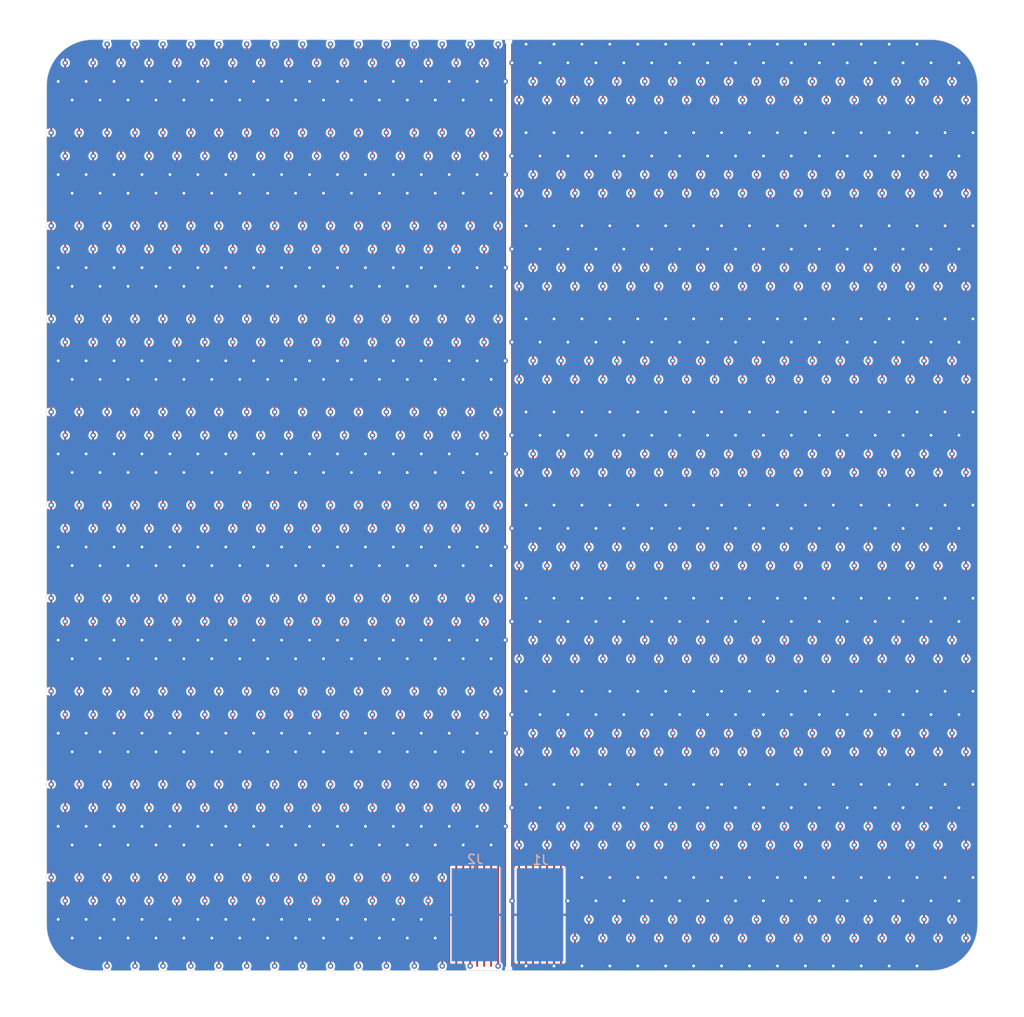
<source format=kicad_pcb>
(kicad_pcb (version 20221018) (generator pcbnew)
  (layers (0 "F.Cu" signal) (1 "In1.Cu" power) (2 "In2.Cu" power) (31 "B.Cu" signal) (34 "B.Paste" user) (35 "F.Paste" user) (36 "B.SilkS" user "B.Silkscreen") (37 "F.SilkS" user "F.Silkscreen") (38 "B.Mask" user) (39 "F.Mask" user) (44 "Edge.Cuts" user))
  (net 0 "")
  (net 1 "/Sense")
  (net 2 "GND")
  (footprint "Connector_Wire:SolderWirePad_1x01_SMD_5x10mm" (layer "B.Cu") (at 103 144)
    (fp_text reference "J1")
    (fp_text value "Conn_01x01_Female")
  )
  (footprint "Connector_Wire:SolderWirePad_1x01_SMD_5x10mm" (layer "B.Cu") (at 96 144 180)
    (fp_text reference "J2")
    (fp_text value "Conn_01x01_Female")
  )
  (gr_arc (start 150 145) (mid 148.535534 148.535534) (end 145 150) (stroke (width 0.05)) (layer "Edge.Cuts"))
  (gr_line (start 150 55) (end 150 145) (stroke (width 0.05)) (layer "Edge.Cuts"))
  (gr_arc (start 145 50) (mid 148.535534 51.464466) (end 150 55) (stroke (width 0.05)) (layer "Edge.Cuts"))
  (gr_line (start 50 145) (end 50 55) (stroke (width 0.05)) (layer "Edge.Cuts"))
  (gr_arc (start 50 55) (mid 51.464466 51.464466) (end 55 50) (stroke (width 0.05)) (layer "Edge.Cuts"))
  (gr_line (start 145 150) (end 55 150) (stroke (width 0.05)) (layer "Edge.Cuts"))
  (gr_arc (start 55 150) (mid 51.464466 148.535534) (end 50 145) (stroke (width 0.05)) (layer "Edge.Cuts"))
  (gr_line (start 55 50) (end 145 50) (stroke (width 0.05)) (layer "Edge.Cuts"))
  (segment (start 83.5 50.5) (end 83.5 149.5) (width 0.2) (layer "F.Cu") (net 1))
  (segment (start 109 50.5) (end 109 149.5) (width 0.2) (layer "F.Cu") (net 1))
  (segment (start 52 148.25) (end 52 52) (width 0.2) (layer "F.Cu") (net 1))
  (segment (start 58 50.5) (end 58 149.5) (width 0.2) (layer "F.Cu") (net 1))
  (segment (start 136 50.5) (end 136 149.5) (width 0.2) (layer "F.Cu") (net 1))
  (segment (start 101.5 50.5) (end 101.5 60) (width 0.2) (layer "F.Cu") (net 1))
  (segment (start 121 50.5) (end 121 149.5) (width 0.2) (layer "F.Cu") (net 1))
  (segment (start 124 50.5) (end 124 149.5) (width 0.2) (layer "F.Cu") (net 1))
  (segment (start 89.5 50.5) (end 89.5 149.5) (width 0.2) (layer "F.Cu") (net 1))
  (segment (start 134.5 50.5) (end 134.5 149.5) (width 0.2) (layer "F.Cu") (net 1))
  (segment (start 128.5 50.5) (end 128.5 149.5) (width 0.2) (layer "F.Cu") (net 1))
  (segment (start 106 50.5) (end 106 149.5) (width 0.2) (layer "F.Cu") (net 1))
  (segment (start 107.5 50.5) (end 107.5 149.5) (width 0.2) (layer "F.Cu") (net 1))
  (segment (start 104.5 50.5) (end 104.5 60) (width 0.2) (layer "F.Cu") (net 1))
  (segment (start 64 50.5) (end 64 149.5) (width 0.2) (layer "F.Cu") (net 1))
  (segment (start 65.5 50.5) (end 65.5 149.5) (width 0.2) (layer "F.Cu") (net 1))
  (segment (start 70 50.5) (end 70 149.5) (width 0.2) (layer "F.Cu") (net 1))
  (segment (start 119.5 50.5) (end 119.5 149.5) (width 0.2) (layer "F.Cu") (net 1))
  (segment (start 77.5 50.5) (end 77.5 149.5) (width 0.2) (layer "F.Cu") (net 1))
  (segment (start 53.5 149.25) (end 53.5 50.75) (width 0.2) (layer "F.Cu") (net 1))
  (segment (start 139 50.5) (end 139 149.5) (width 0.2) (layer "F.Cu") (net 1))
  (segment (start 103 50.5) (end 103 149.5) (width 0.2) (layer "F.Cu") (net 1))
  (segment (start 130 50.5) (end 130 149.5) (width 0.2) (layer "F.Cu") (net 1))
  (segment (start 50.5 145.75) (end 50.5 54.25) (width 0.2) (layer "F.Cu") (net 1))
  (segment (start 74.5 50.5) (end 74.5 149.5) (width 0.2) (layer "F.Cu") (net 1))
  (segment (start 148 147.25) (end 148 147.75) (width 0.2) (layer "F.Cu") (net 1))
  (segment (start 59.5 50.5) (end 59.5 149.5) (width 0.2) (layer "F.Cu") (net 1))
  (segment (start 142 50.5) (end 142 149.5) (width 0.2) (layer "F.Cu") (net 1))
  (segment (start 127 50.5) (end 127 149.5) (width 0.2) (layer "F.Cu") (net 1))
  (segment (start 92.5 50.5) (end 92.5 149.5) (width 0.2) (layer "F.Cu") (net 1))
  (segment (start 112 50.5) (end 112 149.5) (width 0.2) (layer "F.Cu") (net 1))
  (segment (start 145 50.5) (end 145 149.5) (width 0.2) (layer "F.Cu") (net 1))
  (segment (start 101.5 60) (end 101.5 149.5) (width 0.2) (layer "F.Cu") (net 1))
  (segment (start 52 52) (end 52 51.75) (width 0.2) (layer "F.Cu") (net 1))
  (segment (start 137.5 50.5) (end 137.5 149.5) (width 0.2) (layer "F.Cu") (net 1))
  (segment (start 125.5 50.5) (end 125.5 149.5) (width 0.2) (layer "F.Cu") (net 1))
  (segment (start 148 147.75) (end 148 148.25) (width 0.2) (layer "F.Cu") (net 1))
  (segment (start 79 50.5) (end 79 149.5) (width 0.2) (layer "F.Cu") (net 1))
  (segment (start 71.5 50.5) (end 71.5 149.5) (width 0.2) (layer "F.Cu") (net 1))
  (segment (start 149.5 54.75) (end 149.5 54.25) (width 0.2) (layer "F.Cu") (net 1))
  (segment (start 149.5 145.75) (end 149.5 54.75) (width 0.2) (layer "F.Cu") (net 1))
  (segment (start 146.5 149.25) (end 146.5 51.5) (width 0.2) (layer "F.Cu") (net 1))
  (segment (start 95.5 50.5) (end 95.5 60) (width 0.2) (layer "F.Cu") (net 1))
  (segment (start 67 50.5) (end 67 149.5) (width 0.2) (layer "F.Cu") (net 1))
  (segment (start 116.5 50.5) (end 116.5 149.5) (width 0.2) (layer "F.Cu") (net 1))
  (segment (start 104.5 60) (end 104.5 149.5) (width 0.2) (layer "F.Cu") (net 1))
  (segment (start 61 50.5) (end 61 149.5) (width 0.2) (layer "F.Cu") (net 1))
  (segment (start 94 50.5) (end 94 149.5) (width 0.2) (layer "F.Cu") (net 1))
  (segment (start 95.5 60) (end 95.5 149.5) (width 0.2) (layer "F.Cu") (net 1))
  (segment (start 85 50.5) (end 85 149.5) (width 0.2) (layer "F.Cu") (net 1))
  (segment (start 148 52) (end 148 147.25) (width 0.2) (layer "F.Cu") (net 1))
  (segment (start 98.5 60) (end 98.5 149.5) (width 0.2) (layer "F.Cu") (net 1))
  (segment (start 88 50.5) (end 88 149.5) (width 0.2) (layer "F.Cu") (net 1))
  (segment (start 133 50.5) (end 133 149.5) (width 0.2) (layer "F.Cu") (net 1))
  (segment (start 146.5 51.5) (end 146.5 50.75) (width 0.2) (layer "F.Cu") (net 1))
  (segment (start 62.5 50.5) (end 62.5 149.5) (width 0.2) (layer "F.Cu") (net 1))
  (segment (start 131.5 50.5) (end 131.5 149.5) (width 0.2) (layer "F.Cu") (net 1))
  (segment (start 86.5 50.5) (end 86.5 149.5) (width 0.2) (layer "F.Cu") (net 1))
  (segment (start 115 50.5) (end 115 149.5) (width 0.2) (layer "F.Cu") (net 1))
  (segment (start 76 50.5) (end 76 149.5) (width 0.2) (layer "F.Cu") (net 1))
  (segment (start 82 50.5) (end 82 149.5) (width 0.2) (layer "F.Cu") (net 1))
  (segment (start 118 50.5) (end 118 149.5) (width 0.2) (layer "F.Cu") (net 1))
  (segment (start 91 50.5) (end 91 149.5) (width 0.2) (layer "F.Cu") (net 1))
  (segment (start 97 50.5) (end 97 149.5) (width 0.2) (layer "F.Cu") (net 1))
  (segment (start 73 50.5) (end 73 149.5) (width 0.2) (layer "F.Cu") (net 1))
  (segment (start 55 50.5) (end 55 149.5) (width 0.2) (layer "F.Cu") (net 1))
  (segment (start 68.5 50.5) (end 68.5 149.5) (width 0.2) (layer "F.Cu") (net 1))
  (segment (start 113.5 50.5) (end 113.5 149.5) (width 0.2) (layer "F.Cu") (net 1))
  (segment (start 143.5 50.5) (end 143.5 149.5) (width 0.2) (layer "F.Cu") (net 1))
  (segment (start 56.5 50.5) (end 56.5 149.5) (width 0.2) (layer "F.Cu") (net 1))
  (segment (start 110.5 50.5) (end 110.5 149.5) (width 0.2) (layer "F.Cu") (net 1))
  (segment (start 98.5 50.5) (end 98.5 60) (width 0.2) (layer "F.Cu") (net 1))
  (segment (start 140.5 50.5) (end 140.5 149.5) (width 0.2) (layer "F.Cu") (net 1))
  (segment (start 80.5 50.5) (end 80.5 149.5) (width 0.2) (layer "F.Cu") (net 1))
  (segment (start 100 50.5) (end 100 149.5) (width 0.2) (layer "F.Cu") (net 1))
  (segment (start 122.5 50.5) (end 122.5 149.5) (width 0.2) (layer "F.Cu") (net 1))
  (segment (start 148 52.5) (end 148 51.75) (width 0.2) (layer "F.Cu") (net 1))
  (via (at 71.5 110) (size 0.6) (drill 0.3) (layers "F.Cu" "B.Cu") (net 1))
  (via (at 80.5 140) (size 0.6) (drill 0.3) (layers "F.Cu" "B.Cu") (net 1))
  (via (at 76 62.5) (size 0.6) (drill 0.3) (layers "F.Cu" "B.Cu") (net 1))
  (via (at 55 142.5) (size 0.6) (drill 0.3) (layers "F.Cu" "B.Cu") (net 1))
  (via (at 80.5 90) (size 0.6) (drill 0.3) (layers "F.Cu" "B.Cu") (net 1))
  (via (at 107.5 50.5) (size 0.6) (drill 0.3) (layers "F.Cu" "B.Cu") (net 1))
  (via (at 62.5 90) (size 0.6) (drill 0.3) (layers "F.Cu" "B.Cu") (net 1))
  (via (at 101.5 149.5) (size 0.6) (drill 0.3) (layers "F.Cu" "B.Cu") (net 1))
  (via (at 148 62.5) (size 0.6) (drill 0.3) (layers "F.Cu" "B.Cu") (net 1))
  (via (at 59.5 70) (size 0.6) (drill 0.3) (layers "F.Cu" "B.Cu") (net 1))
  (via (at 142 92.5) (size 0.6) (drill 0.3) (layers "F.Cu" "B.Cu") (net 1))
  (via (at 110.5 130) (size 0.6) (drill 0.3) (layers "F.Cu" "B.Cu") (net 1))
  (via (at 128.5 90) (size 0.6) (drill 0.3) (layers "F.Cu" "B.Cu") (net 1))
  (via (at 94 132.5) (size 0.6) (drill 0.3) (layers "F.Cu" "B.Cu") (net 1))
  (via (at 53.5 120) (size 0.6) (drill 0.3) (layers "F.Cu" "B.Cu") (net 1))
  (via (at 67 62.5) (size 0.6) (drill 0.3) (layers "F.Cu" "B.Cu") (net 1))
  (via (at 148 72.5) (size 0.6) (drill 0.3) (layers "F.Cu" "B.Cu") (net 1))
  (via (at 77.5 90) (size 0.6) (drill 0.3) (layers "F.Cu" "B.Cu") (net 1))
  (via (at 98.5 110) (size 0.6) (drill 0.3) (layers "F.Cu" "B.Cu") (net 1))
  (via (at 56.5 50.5) (size 0.6) (drill 0.3) (layers "F.Cu" "B.Cu") (net 1))
  (via (at 98.5 70) (size 0.6) (drill 0.3) (layers "F.Cu" "B.Cu") (net 1))
  (via (at 65.5 60) (size 0.6) (drill 0.3) (layers "F.Cu" "B.Cu") (net 1))
  (via (at 79 62.5) (size 0.6) (drill 0.3) (layers "F.Cu" "B.Cu") (net 1))
  (via (at 71.5 60) (size 0.6) (drill 0.3) (layers "F.Cu" "B.Cu") (net 1))
  (via (at 88 72.5) (size 0.6) (drill 0.3) (layers "F.Cu" "B.Cu") (net 1))
  (via (at 145 62.5) (size 0.6) (drill 0.3) (layers "F.Cu" "B.Cu") (net 1))
  (via (at 89.5 60) (size 0.6) (drill 0.3) (layers "F.Cu" "B.Cu") (net 1))
  (via (at 74.5 140) (size 0.6) (drill 0.3) (layers "F.Cu" "B.Cu") (net 1))
  (via (at 131.5 100) (size 0.6) (drill 0.3) (layers "F.Cu" "B.Cu") (net 1))
  (via (at 94 102.5) (size 0.6) (drill 0.3) (layers "F.Cu" "B.Cu") (net 1))
  (via (at 127 82.5) (size 0.6) (drill 0.3) (layers "F.Cu" "B.Cu") (net 1))
  (via (at 94 92.5) (size 0.6) (drill 0.3) (layers "F.Cu" "B.Cu") (net 1))
  (via (at 71.5 120) (size 0.6) (drill 0.3) (layers "F.Cu" "B.Cu") (net 1))
  (via (at 80.5 110) (size 0.6) (drill 0.3) (layers "F.Cu" "B.Cu") (net 1))
  (via (at 107.5 60) (size 0.6) (drill 0.3) (layers "F.Cu" "B.Cu") (net 1))
  (via (at 106 122.5) (size 0.6) (drill 0.3) (layers "F.Cu" "B.Cu") (net 1))
  (via (at 97 52.5) (size 0.6) (drill 0.3) (layers "F.Cu" "B.Cu") (net 1))
  (via (at 124 102.5) (size 0.6) (drill 0.3) (layers "F.Cu" "B.Cu") (net 1))
  (via (at 112 72.5) (size 0.6) (drill 0.3) (layers "F.Cu" "B.Cu") (net 1))
  (via (at 110.5 120) (size 0.6) (drill 0.3) (layers "F.Cu" "B.Cu") (net 1))
  (via (at 83.5 130) (size 0.6) (drill 0.3) (layers "F.Cu" "B.Cu") (net 1))
  (via (at 121 92.5) (size 0.6) (drill 0.3) (layers "F.Cu" "B.Cu") (net 1))
  (via (at 133 62.5) (size 0.6) (drill 0.3) (layers "F.Cu" "B.Cu") (net 1))
  (via (at 127 122.5) (size 0.6) (drill 0.3) (layers "F.Cu" "B.Cu") (net 1))
  (via (at 142 102.5) (size 0.6) (drill 0.3) (layers "F.Cu" "B.Cu") (net 1))
  (via (at 70 112.5) (size 0.6) (drill 0.3) (layers "F.Cu" "B.Cu") (net 1))
  (via (at 100 72.5) (size 0.6) (drill 0.3) (layers "F.Cu" "B.Cu") (net 1))
  (via (at 97 122.5) (size 0.6) (drill 0.3) (layers "F.Cu" "B.Cu") (net 1))
  (via (at 149.5 90) (size 0.6) (drill 0.3) (layers "F.Cu" "B.Cu") (net 1))
  (via (at 89.5 70) (size 0.6) (drill 0.3) (layers "F.Cu" "B.Cu") (net 1))
  (via (at 58 102.5) (size 0.6) (drill 0.3) (layers "F.Cu" "B.Cu") (net 1))
  (via (at 62.5 100) (size 0.6) (drill 0.3) (layers "F.Cu" "B.Cu") (net 1))
  (via (at 107.5 120) (size 0.6) (drill 0.3) (layers "F.Cu" "B.Cu") (net 1))
  (via (at 142 72.5) (size 0.6) (drill 0.3) (layers "F.Cu" "B.Cu") (net 1))
  (via (at 134.5 50.5) (size 0.6) (drill 0.3) (layers "F.Cu" "B.Cu") (net 1))
  (via (at 107.5 80) (size 0.6) (drill 0.3) (layers "F.Cu" "B.Cu") (net 1))
  (via (at 53.5 90) (size 0.6) (drill 0.3) (layers "F.Cu" "B.Cu") (net 1))
  (via (at 74.5 80) (size 0.6) (drill 0.3) (layers "F.Cu" "B.Cu") (net 1))
  (via (at 76 72.5) (size 0.6) (drill 0.3) (layers "F.Cu" "B.Cu") (net 1))
  (via (at 53.5 100) (size 0.6) (drill 0.3) (layers "F.Cu" "B.Cu") (net 1))
  (via (at 77.5 110) (size 0.6) (drill 0.3) (layers "F.Cu" "B.Cu") (net 1))
  (via (at 86.5 140) (size 0.6) (drill 0.3) (layers "F.Cu" "B.Cu") (net 1))
  (via (at 118 62.5) (size 0.6) (drill 0.3) (layers "F.Cu" "B.Cu") (net 1))
  (via (at 68.5 50.5) (size 0.6) (drill 0.3) (layers "F.Cu" "B.Cu") (net 1))
  (via (at 115 122.5) (size 0.6) (drill 0.3) (layers "F.Cu" "B.Cu") (net 1))
  (via (at 146.5 90) (size 0.6) (drill 0.3) (layers "F.Cu" "B.Cu") (net 1))
  (via (at 127 92.5) (size 0.6) (drill 0.3) (layers "F.Cu" "B.Cu") (net 1))
  (via (at 131.5 149.5) (size 0.6) (drill 0.3) (layers "F.Cu" "B.Cu") (net 1))
  (via (at 64 102.5) (size 0.6) (drill 0.3) (layers "F.Cu" "B.Cu") (net 1))
  (via (at 145 102.5) (size 0.6) (drill 0.3) (layers "F.Cu" "B.Cu") (net 1))
  (via (at 62.5 130) (size 0.6) (drill 0.3) (layers "F.Cu" "B.Cu") (net 1))
  (via (at 134.5 80) (size 0.6) (drill 0.3) (layers "F.Cu" "B.Cu") (net 1))
  (via (at 142 82.5) (size 0.6) (drill 0.3) (layers "F.Cu" "B.Cu") (net 1))
  (via (at 106 92.5) (size 0.6) (drill 0.3) (layers "F.Cu" "B.Cu") (net 1))
  (via (at 103 52.5) (size 0.6) (drill 0.3) (layers "F.Cu" "B.Cu") (net 1))
  (via (at 134.5 60) (size 0.6) (drill 0.3) (layers "F.Cu" "B.Cu") (net 1))
  (via (at 139 112.5) (size 0.6) (drill 0.3) (layers "F.Cu" "B.Cu") (net 1))
  (via (at 113.5 50.5) (size 0.6) (drill 0.3) (layers "F.Cu" "B.Cu") (net 1))
  (via (at 91 112.5) (size 0.6) (drill 0.3) (layers "F.Cu" "B.Cu") (net 1))
  (via (at 130 82.5) (size 0.6) (drill 0.3) (layers "F.Cu" "B.Cu") (net 1))
  (via (at 110.5 70) (size 0.6) (drill 0.3) (layers "F.Cu" "B.Cu") (net 1))
  (via (at 121 132.5) (size 0.6) (drill 0.3) (layers "F.Cu" "B.Cu") (net 1))
  (via (at 110.5 140) (size 0.6) (drill 0.3) (layers "F.Cu" "B.Cu") (net 1))
  (via (at 146.5 140) (size 0.6) (drill 0.3) (layers "F.Cu" "B.Cu") (net 1))
  (via (at 70 102.5) (size 0.6) (drill 0.3) (layers "F.Cu" "B.Cu") (net 1))
  (via (at 115 102.5) (size 0.6) (drill 0.3) (layers "F.Cu" "B.Cu") (net 1))
  (via (at 119.5 60) (size 0.6) (drill 0.3) (layers "F.Cu" "B.Cu") (net 1))
  (via (at 65.5 80) (size 0.6) (drill 0.3) (layers "F.Cu" "B.Cu") (net 1))
  (via (at 128.5 120) (size 0.6) (drill 0.3) (layers "F.Cu" "B.Cu") (net 1))
  (via (at 104.5 110) (size 0.6) (drill 0.3) (layers "F.Cu" "B.Cu") (net 1))
  (via (at 148 132.5) (size 0.6) (drill 0.3) (layers "F.Cu" "B.Cu") (net 1))
  (via (at 110.5 149.5) (size 0.6) (drill 0.3) (layers "F.Cu" "B.Cu") (net 1))
  (via (at 67 142.5) (size 0.6) (drill 0.3) (layers "F.Cu" "B.Cu") (net 1))
  (via (at 68.5 140) (size 0.6) (drill 0.3) (layers "F.Cu" "B.Cu") (net 1))
  (via (at 88 62.5) (size 0.6) (drill 0.3) (layers "F.Cu" "B.Cu") (net 1))
  (via (at 56.5 60) (size 0.6) (drill 0.3) (layers "F.Cu" "B.Cu") (net 1))
  (via (at 112 92.5) (size 0.6) (drill 0.3) (layers "F.Cu" "B.Cu") (net 1))
  (via (at 100 62.5) (size 0.6) (drill 0.3) (layers "F.Cu" "B.Cu") (net 1))
  (via (at 143.5 140) (size 0.6) (drill 0.3) (layers "F.Cu" "B.Cu") (net 1))
  (via (at 118 142.5) (size 0.6) (drill 0.3) (layers "F.Cu" "B.Cu") (net 1))
  (via (at 68.5 70) (size 0.6) (drill 0.3) (layers "F.Cu" "B.Cu") (net 1))
  (via (at 79 72.5) (size 0.6) (drill 0.3) (layers "F.Cu" "B.Cu") (net 1))
  (via (at 137.5 140) (size 0.6) (drill 0.3) (layers "F.Cu" "B.Cu") (net 1))
  (via (at 91 82.5) (size 0.6) (drill 0.3) (layers "F.Cu" "B.Cu") (net 1))
  (via (at 107.5 130) (size 0.6) (drill 0.3) (layers "F.Cu" "B.Cu") (net 1))
  (via (at 106 132.5) (size 0.6) (drill 0.3) (layers "F.Cu" "B.Cu") (net 1))
  (via (at 56.5 110) (size 0.6) (drill 0.3) (layers "F.Cu" "B.Cu") (net 1))
  (via (at 116.5 90) (size 0.6) (drill 0.3) (layers "F.Cu" "B.Cu") (net 1))
  (via (at 73 132.5) (size 0.6) (drill 0.3) (layers "F.Cu" "B.Cu") (net 1))
  (via (at 59.5 80) (size 0.6) (drill 0.3) (layers "F.Cu" "B.Cu") (net 1))
  (via (at 131.5 120) (size 0.6) (drill 0.3) (layers "F.Cu" "B.Cu") (net 1))
  (via (at 124 142.5) (size 0.6) (drill 0.3) (layers "F.Cu" "B.Cu") (net 1))
  (via (at 64 122.5) (size 0.6) (drill 0.3) (layers "F.Cu" "B.Cu") (net 1))
  (via (at 137.5 50.5) (size 0.6) (drill 0.3) (layers "F.Cu" "B.Cu") (net 1))
  (via (at 136 122.5) (size 0.6) (drill 0.3) (layers "F.Cu" "B.Cu") (net 1))
  (via (at 124 62.5) (size 0.6) (drill 0.3) (layers "F.Cu" "B.Cu") (net 1))
  (via (at 71.5 90) (size 0.6) (drill 0.3) (layers "F.Cu" "B.Cu") (net 1))
  (via (at 125.5 110) (size 0.6) (drill 0.3) (layers "F.Cu" "B.Cu") (net 1))
  (via (at 104.5 100) (size 0.6) (drill 0.3) (layers "F.Cu" "B.Cu") (net 1))
  (via (at 127 52.5) (size 0.6) (drill 0.3) (layers "F.Cu" "B.Cu") (net 1))
  (via (at 77.5 149.5) (size 0.6) (drill 0.3) (layers "F.Cu" "B.Cu") (net 1))
  (via (at 133 112.5) (size 0.6) (drill 0.3) (layers "F.Cu" "B.Cu") (net 1))
  (via (at 100 142.5) (size 0.6) (drill 0.3) (layers "F.Cu" "B.Cu") (net 1))
  (via (at 134.5 120) (size 0.6) (drill 0.3) (layers "F.Cu" "B.Cu") (net 1))
  (via (at 95.5 90) (size 0.6) (drill 0.3) (layers "F.Cu" "B.Cu") (net 1))
  (via (at 124 122.5) (size 0.6) (drill 0.3) (layers "F.Cu" "B.Cu") (net 1))
  (via (at 95.5 120) (size 0.6) (drill 0.3) (layers "F.Cu" "B.Cu") (net 1))
  (via (at 119.5 50.5) (size 0.6) (drill 0.3) (layers "F.Cu" "B.Cu") (net 1))
  (via (at 106 102.5) (size 0.6) (drill 0.3) (layers "F.Cu" "B.Cu") (net 1))
  (via (at 128.5 60) (size 0.6) (drill 0.3) (layers "F.Cu" "B.Cu") (net 1))
  (via (at 140.5 130) (size 0.6) (drill 0.3) (layers "F.Cu" "B.Cu") (net 1))
  (via (at 79 82.5) (size 0.6) (drill 0.3) (layers "F.Cu" "B.Cu") (net 1))
  (via (at 127 132.5) (size 0.6) (drill 0.3) (layers "F.Cu" "B.Cu") (net 1))
  (via (at 61 52.5) (size 0.6) (drill 0.3) (layers "F.Cu" "B.Cu") (net 1))
  (via (at 136 82.5) (size 0.6) (drill 0.3) (layers "F.Cu" "B.Cu") (net 1))
  (via (at 109 132.5) (size 0.6) (drill 0.3) (layers "F.Cu" "B.Cu") (net 1))
  (via (at 148 142.5) (size 0.6) (drill 0.3) (layers "F.Cu" "B.Cu") (net 1))
  (via (at 50.5 120) (size 0.6) (drill 0.3) (layers "F.Cu" "B.Cu") (net 1))
  (via (at 64 142.5) (size 0.6) (drill 0.3) (layers "F.Cu" "B.Cu") (net 1))
  (via (at 118 132.5) (size 0.6) (drill 0.3) (layers "F.Cu" "B.Cu") (net 1))
  (via (at 136 132.5) (size 0.6) (drill 0.3) (layers "F.Cu" "B.Cu") (net 1))
  (via (at 110.5 80) (size 0.6) (drill 0.3) (layers "F.Cu" "B.Cu") (net 1))
  (via (at 88 132.5) (size 0.6) (drill 0.3) (layers "F.Cu" "B.Cu") (net 1))
  (via (at 55 122.5) (size 0.6) (drill 0.3) (layers "F.Cu" "B.Cu") (net 1))
  (via (at 80.5 100) (size 0.6) (drill 0.3) (layers "F.Cu" "B.Cu") (net 1))
  (via (at 100 52.5) (size 0.6) (drill 0.3) (layers "F.Cu" "B.Cu") (net 1))
  (via (at 136 142.5) (size 0.6) (drill 0.3) (layers "F.Cu" "B.Cu") (net 1))
  (via (at 73 92.5) (size 0.6) (drill 0.3) (layers "F.Cu" "B.Cu") (net 1))
  (via (at 62.5 60) (size 0.6) (drill 0.3) (layers "F.Cu" "B.Cu") (net 1))
  (via (at 97 132.5) (size 0.6) (drill 0.3) (layers "F.Cu" "B.Cu") (net 1))
  (via (at 107.5 149.5) (size 0.6) (drill 0.3) (layers "F.Cu" "B.Cu") (net 1))
  (via (at 64 72.5) (size 0.6) (drill 0.3) (layers "F.Cu" "B.Cu") (net 1))
  (via (at 61 62.5) (size 0.6) (drill 0.3) (layers "F.Cu" "B.Cu") (net 1))
  (via (at 88 52.5) (size 0.6) (drill 0.3) (layers "F.Cu" "B.Cu") (net 1))
  (via (at 121 142.5) (size 0.6) (drill 0.3) (layers "F.Cu" "B.Cu") (net 1))
  (via (at 104.5 90) (size 0.6) (drill 0.3) (layers "F.Cu" "B.Cu") (net 1))
  (via (at 98.5 100) (size 0.6) (drill 0.3) (layers "F.Cu" "B.Cu") (net 1))
  (via (at 103 82.5) (size 0.6) (drill 0.3) (layers "F.Cu" "B.Cu") (net 1))
  (via (at 134.5 130) (size 0.6) (drill 0.3) (layers "F.Cu" "B.Cu") (net 1))
  (via (at 137.5 149.5) (size 0.6) (drill 0.3) (layers "F.Cu" "B.Cu") (net 1))
  (via (at 109 92.5) (size 0.6) (drill 0.3) (layers "F.Cu" "B.Cu") (net 1))
  (via (at 52 72.5) (size 0.6) (drill 0.3) (layers "F.Cu" "B.Cu") (net 1))
  (via (at 133 82.5) (size 0.6) (drill 0.3) (layers "F.Cu" "B.Cu") (net 1))
  (via (at 64 132.5) (size 0.6) (drill 0.3) (layers "F.Cu" "B.Cu") (net 1))
  (via (at 130 52.5) (size 0.6) (drill 0.3) (layers "F.Cu" "B.Cu") (net 1))
  (via (at 139 102.5) (size 0.6) (drill 0.3) (layers "F.Cu" "B.Cu") (net 1))
  (via (at 110.5 100) (size 0.6) (drill 0.3) (layers "F.Cu" "B.Cu") (net 1))
  (via (at 136 102.5) (size 0.6) (drill 0.3) (layers "F.Cu" "B.Cu") (net 1))
  (via (at 101.5 120) (size 0.6) (drill 0.3) (layers "F.Cu" "B.Cu") (net 1))
  (via (at 115 112.5) (size 0.6) (drill 0.3) (layers "F.Cu" "B.Cu") (net 1))
  (via (at 61 142.5) (size 0.6) (drill 0.3) (layers "F.Cu" "B.Cu") (net 1))
  (via (at 92.5 50.5) (size 0.6) (drill 0.3) (layers "F.Cu" "B.Cu") (net 1))
  (via (at 52 102.5) (size 0.6) (drill 0.3) (layers "F.Cu" "B.Cu") (net 1))
  (via (at 53.5 80) (size 0.6) (drill 0.3) (layers "F.Cu" "B.Cu") (net 1))
  (via (at 55 102.5) (size 0.6) (drill 0.3) (layers "F.Cu" "B.Cu") (net 1))
  (via (at 91 72.5) (size 0.6) (drill 0.3) (layers "F.Cu" "B.Cu") (net 1))
  (via (at 94 72.5) (size 0.6) (drill 0.3) (layers "F.Cu" "B.Cu") (net 1))
  (via (at 113.5 140) (size 0.6) (drill 0.3) (layers "F.Cu" "B.Cu") (net 1))
  (via (at 77.5 100) (size 0.6) (drill 0.3) (layers "F.Cu" "B.Cu") (net 1))
  (via (at 140.5 60) (size 0.6) (drill 0.3) (layers "F.Cu" "B.Cu") (net 1))
  (via (at 109 102.5) (size 0.6) (drill 0.3) (layers "F.Cu" "B.Cu") (net 1))
  (via (at 83.5 120) (size 0.6) (drill 0.3) (layers "F.Cu" "B.Cu") (net 1))
  (via (at 103 112.5) (size 0.6) (drill 0.3) (layers "F.Cu" "B.Cu") (net 1))
  (via (at 148 112.5) (size 0.6) (drill 0.3) (layers "F.Cu" "B.Cu") (net 1))
  (via (at 86.5 70) (size 0.6) (drill 0.3) (layers "F.Cu" "B.Cu") (net 1))
  (via (at 143.5 120) (size 0.6) (drill 0.3) (layers "F.Cu" "B.Cu") (net 1))
  (via (at 50.5 100) (size 0.6) (drill 0.3) (layers "F.Cu" "B.Cu") (net 1))
  (via (at 56.5 70) (size 0.6) (drill 0.3) (layers "F.Cu" "B.Cu") (net 1))
  (via (at 140.5 149.5) (size 0.6) (drill 0.3) (layers "F.Cu" "B.Cu") (net 1))
  (via (at 124 112.5) (size 0.6) (drill 0.3) (layers "F.Cu" "B.Cu") (net 1))
  (via (at 85 92.5) (size 0.6) (drill 0.3) (layers "F.Cu" "B.Cu") (net 1))
  (via (at 55 132.5) (size 0.6) (drill 0.3) (layers "F.Cu" "B.Cu") (net 1))
  (via (at 118 112.5) (size 0.6) (drill 0.3) (layers "F.Cu" "B.Cu") (net 1))
  (via (at 74.5 60) (size 0.6) (drill 0.3) (layers "F.Cu" "B.Cu") (net 1))
  (via (at 106 52.5) (size 0.6) (drill 0.3) (layers "F.Cu" "B.Cu") (net 1))
  (via (at 124 132.5) (size 0.6) (drill 0.3) (layers "F.Cu" "B.Cu") (net 1))
  (via (at 83.5 70) (size 0.6) (drill 0.3) (layers "F.Cu" "B.Cu") (net 1))
  (via (at 70 82.5) (size 0.6) (drill 0.3) (layers "F.Cu" "B.Cu") (net 1))
  (via (at 109 82.5) (size 0.6) (drill 0.3) (layers "F.Cu" "B.Cu") (net 1))
  (via (at 50.5 60) (size 0.6) (drill 0.3) (layers "F.Cu" "B.Cu") (net 1))
  (via (at 86.5 60) (size 0.6) (drill 0.3) (layers "F.Cu" "B.Cu") (net 1))
  (via (at 53.5 140) (size 0.6) (drill 0.3) (layers "F.Cu" "B.Cu") (net 1))
  (via (at 131.5 140) (size 0.6) (drill 0.3) (layers "F.Cu" "B.Cu") (net 1))
  (via (at 109 112.5) (size 0.6) (drill 0.3) (layers "F.Cu" "B.Cu") (net 1))
  (via (at 70 92.5) (size 0.6) (drill 0.3) (layers "F.Cu" "B.Cu") (net 1))
  (via (at 53.5 70) (size 0.6) (drill 0.3) (layers "F.Cu" "B.Cu") (net 1))
  (via (at 109 72.5) (size 0.6) (drill 0.3) (layers "F.Cu" "B.Cu") (net 1))
  (via (at 128.5 70) (size 0.6) (drill 0.3) (layers "F.Cu" "B.Cu") (net 1))
  (via (at 130 62.5) (size 0.6) (drill 0.3) (layers "F.Cu" "B.Cu") (net 1))
  (via (at 133 142.5) (size 0.6) (drill 0.3) (layers "F.Cu" "B.Cu") (net 1))
  (via (at 92.5 130) (size 0.6) (drill 0.3) (layers "F.Cu" "B.Cu") (net 1))
  (via (at 140.5 110) (size 0.6) (drill 0.3) (layers "F.Cu" "B.Cu") (net 1))
  (via (at 83.5 90) (size 0.6) (drill 0.3) (layers "F.Cu" "B.Cu") (net 1))
  (via (at 149.5 130) (size 0.6) (drill 0.3) (layers "F.Cu" "B.Cu") (net 1))
  (via (at 76 52.5) (size 0.6) (drill 0.3) (layers "F.Cu" "B.Cu") (net 1))
  (via (at 58 122.5) (size 0.6) (drill 0.3) (layers "F.Cu" "B.Cu") (net 1))
  (via (at 70 122.5) (size 0.6) (drill 0.3) (layers "F.Cu" "B.Cu") (net 1))
  (via (at 136 72.5) (size 0.6) (drill 0.3) (layers "F.Cu" "B.Cu") (net 1))
  (via (at 58 72.5) (size 0.6) (drill 0.3) (layers "F.Cu" "B.Cu") (net 1))
  (via (at 146.5 100) (size 0.6) (drill 0.3) (layers "F.Cu" "B.Cu") (net 1))
  (via (at 82 112.5) (size 0.6) (drill 0.3) (layers "F.Cu" "B.Cu") (net 1))
  (via (at 121 112.5) (size 0.6) (drill 0.3) (layers "F.Cu" "B.Cu") (net 1))
  (via (at 139 122.5) (size 0.6) (drill 0.3) (layers "F.Cu" "B.Cu") (net 1))
  (via (at 95.5 110) (size 0.6) (drill 0.3) (layers "F.Cu" "B.Cu") (net 1))
  (via (at 83.5 100) (size 0.6) (drill 0.3) (layers "F.Cu" "B.Cu") (net 1))
  (via (at 136 62.5) (size 0.6) (drill 0.3) (layers "F.Cu" "B.Cu") (net 1))
  (via (at 95.5 100) (size 0.6) (drill 0.3) (layers "F.Cu" "B.Cu") (net 1))
  (via (at 139 82.5) (size 0.6) (drill 0.3) (layers "F.Cu" "B.Cu") (net 1))
  (via (at 115 62.5) (size 0.6) (drill 0.3) (layers "F.Cu" "B.Cu") (net 1))
  (via (at 149.5 60) (size 0.6) (drill 0.3) (layers "F.Cu" "B.Cu") (net 1))
  (via (at 59.5 120) (size 0.6) (drill 0.3) (layers "F.Cu" "B.Cu") (net 1))
  (via (at 80.5 60) (size 0.6) (drill 0.3) (layers "F.Cu" "B.Cu") (net 1))
  (via (at 61 122.5) (size 0.6) (drill 0.3) (layers "F.Cu" "B.Cu") (net 1))
  (via (at 115 132.5) (size 0.6) (drill 0.3) (layers "F.Cu" "B.Cu") (net 1))
  (via (at 124 72.5) (size 0.6) (drill 0.3) (layers "F.Cu" "B.Cu") (net 1))
  (via (at 82 92.5) (size 0.6) (drill 0.3) (layers "F.Cu" "B.Cu") (net 1))
  (via (at 52 122.5) (size 0.6) (drill 0.3) (layers "F.Cu" "B.Cu") (net 1))
  (via (at 67 102.5) (size 0.6) (drill 0.3) (layers "F.Cu" "B.Cu") (net 1))
  (via (at 73 142.5) (size 0.6) (drill 0.3) (layers "F.Cu" "B.Cu") (net 1))
  (via (at 122.5 70) (size 0.6) (drill 0.3) (layers "F.Cu" "B.Cu") (net 1))
  (via (at 133 102.5) (size 0.6) (drill 0.3) (layers "F.Cu" "B.Cu") (net 1))
  (via (at 74.5 149.5) (size 0.6) (drill 0.3) (layers "F.Cu" "B.Cu") (net 1))
  (via (at 79 52.5) (size 0.6) (drill 0.3) (layers "F.Cu" "B.Cu") (net 1))
  (via (at 85 82.5) (size 0.6) (drill 0.3) (layers "F.Cu" "B.Cu") (net 1))
  (via (at 116.5 80) (size 0.6) (drill 0.3) (layers "F.Cu" "B.Cu") (net 1))
  (via (at 89.5 50.5) (size 0.6) (drill 0.3) (layers "F.Cu" "B.Cu") (net 1))
  (via (at 83.5 140) (size 0.6) (drill 0.3) (layers "F.Cu" "B.Cu") (net 1))
  (via (at 130 142.5) (size 0.6) (drill 0.3) (layers "F.Cu" "B.Cu") (net 1))
  (via (at 142 122.5) (size 0.6) (drill 0.3) (layers "F.Cu" "B.Cu") (net 1))
  (via (at 122.5 130) (size 0.6) (drill 0.3) (layers "F.Cu" "B.Cu") (net 1))
  (via (at 92.5 70) (size 0.6) (drill 0.3) (layers "F.Cu" "B.Cu") (net 1))
  (via (at 146.5 80) (size 0.6) (drill 0.3) (layers "F.Cu" "B.Cu") (net 1))
  (via (at 128.5 50.5) (size 0.6) (drill 0.3) (layers "F.Cu" "B.Cu") (net 1))
  (via (at 95.5 80) (size 0.6) (drill 0.3) (layers "F.Cu" "B.Cu") (net 1))
  (via (at 53.5 110) (size 0.6) (drill 0.3) (layers "F.Cu" "B.Cu") (net 1))
  (via (at 71.5 149.5) (size 0.6) (drill 0.3) (layers "F.Cu" "B.Cu") (net 1))
  (via (at 67 112.5) (size 0.6) (drill 0.3) (layers "F.Cu" "B.Cu") (net 1))
  (via (at 143.5 70) (size 0.6) (drill 0.3) (layers "F.Cu" "B.Cu") (net 1))
  (via (at 146.5 120) (size 0.6) (drill 0.3) (layers "F.Cu" "B.Cu") (net 1))
  (via (at 92.5 60) (size 0.6) (drill 0.3) (layers "F.Cu" "B.Cu") (net 1))
  (via (at 53.5 130) (size 0.6) (drill 0.3) (layers "F.Cu" "B.Cu") (net 1))
  (via (at 137.5 90) (size 0.6) (drill 0.3) (layers "F.Cu" "B.Cu") (net 1))
  (via (at 148 102.5) (size 0.6) (drill 0.3) (layers "F.Cu" "B.Cu") (net 1))
  (via (at 143.5 90) (size 0.6) (drill 0.3) (layers "F.Cu" "B.Cu") (net 1))
  (via (at 61 132.5) (size 0.6) (drill 0.3) (layers "F.Cu" "B.Cu") (net 1))
  (via (at 74.5 120) (size 0.6) (drill 0.3) (layers "F.Cu" "B.Cu") (net 1))
  (via (at 101.5 130) (size 0.6) (drill 0.3) (layers "F.Cu" "B.Cu") (net 1))
  (via (at 107.5 140) (size 0.6) (drill 0.3) (layers "F.Cu" "B.Cu") (net 1))
  (via (at 110.5 50.5) (size 0.6) (drill 0.3) (layers "F.Cu" "B.Cu") (net 1))
  (via (at 67 92.5) (size 0.6) (drill 0.3) (layers "F.Cu" "B.Cu") (net 1))
  (via (at 73 62.5) (size 0.6) (drill 0.3) (layers "F.Cu" "B.Cu") (net 1))
  (via (at 50.5 140) (size 0.6) (drill 0.3) (layers "F.Cu" "B.Cu") (net 1))
  (via (at 103 132.5) (size 0.6) (drill 0.3) (layers "F.Cu" "B.Cu") (net 1))
  (via (at 52 92.5) (size 0.6) (drill 0.3) (layers "F.Cu" "B.Cu") (net 1))
  (via (at 116.5 120) (size 0.6) (drill 0.3) (layers "F.Cu" "B.Cu") (net 1))
  (via (at 128.5 149.5) (size 0.6) (drill 0.3) (layers "F.Cu" "B.Cu") (net 1))
  (via (at 112 122.5) (size 0.6) (drill 0.3) (layers "F.Cu" "B.Cu") (net 1))
  (via (at 91 92.5) (size 0.6) (drill 0.3) (layers "F.Cu" "B.Cu") (net 1))
  (via (at 145 72.5) (size 0.6) (drill 0.3) (layers "F.Cu" "B.Cu") (net 1))
  (via (at 104.5 120) (size 0.6) (drill 0.3) (layers "F.Cu" "B.Cu") (net 1))
  (via (at 106 72.5) (size 0.6) (drill 0.3) (layers "F.Cu" "B.Cu") (net 1))
  (via (at 103 72.5) (size 0.6) (drill 0.3) (layers "F.Cu" "B.Cu") (net 1))
  (via (at 55 52.5) (size 0.6) (drill 0.3) (layers "F.Cu" "B.Cu") (net 1))
  (via (at 146.5 110) (size 0.6) (drill 0.3) (layers "F.Cu" "B.Cu") (net 1))
  (via (at 134.5 149.5) (size 0.6) (drill 0.3) (layers "F.Cu" "B.Cu") (net 1))
  (via (at 76 112.5) (size 0.6) (drill 0.3) (layers "F.Cu" "B.Cu") (net 1))
  (via (at 113.5 110) (size 0.6) (drill 0.3) (layers "F.Cu" "B.Cu") (net 1))
  (via (at 121 82.5) (size 0.6) (drill 0.3) (layers "F.Cu" "B.Cu") (net 1))
  (via (at 56.5 100) (size 0.6) (drill 0.3) (layers "F.Cu" "B.Cu") (net 1))
  (via (at 121 52.5) (size 0.6) (drill 0.3) (layers "F.Cu" "B.Cu") (net 1))
  (via (at 85 102.5) (size 0.6) (drill 0.3) (layers "F.Cu" "B.Cu") (net 1))
  (via (at 82 52.5) (size 0.6) (drill 0.3) (layers "F.Cu" "B.Cu") (net 1))
  (via (at 100 132.5) (size 0.6) (drill 0.3) (layers "F.Cu" "B.Cu") (net 1))
  (via (at 94 112.5) (size 0.6) (drill 0.3) (layers "F.Cu" "B.Cu") (net 1))
  (via (at 65.5 149.5) (size 0.6) (drill 0.3) (layers "F.Cu" "B.Cu") (net 1))
  (via (at 58 62.5) (size 0.6) (drill 0.3) (layers "F.Cu" "B.Cu") (net 1))
  (via (at 86.5 149.5) (size 0.6) (drill 0.3) (layers "F.Cu" "B.Cu") (net 1))
  (via (at 59.5 60) (size 0.6) (drill 0.3) (layers "F.Cu" "B.Cu") (net 1))
  (via (at 92.5 140) (size 0.6) (drill 0.3) (layers "F.Cu" "B.Cu") (net 1))
  (via (at 140.5 120) (size 0.6) (drill 0.3) (layers "F.Cu" "B.Cu") (net 1))
  (via (at 71.5 140) (size 0.6) (drill 0.3) (layers "F.Cu" "B.Cu") (net 1))
  (via (at 64 92.5) (size 0.6) (drill 0.3) (layers "F.Cu" "B.Cu") (net 1))
  (via (at 133 122.5) (size 0.6) (drill 0.3) (layers "F.Cu" "B.Cu") (net 1))
  (via (at 80.5 120) (size 0.6) (drill 0.3) (layers "F.Cu" "B.Cu") (net 1))
  (via (at 67 52.5) (size 0.6) (drill 0.3) (layers "F.Cu" "B.Cu") (net 1))
  (via (at 76 82.5) (size 0.6) (drill 0.3) (layers "F.Cu" "B.Cu") (net 1))
  (via (at 74.5 100) (size 0.6) (drill 0.3) (layers "F.Cu" "B.Cu") (net 1))
  (via (at 58 142.5) (size 0.6) (drill 0.3) (layers "F.Cu" "B.Cu") (net 1))
  (via (at 67 132.5) (size 0.6) (drill 0.3) (layers "F.Cu" "B.Cu") (net 1))
  (via (at 104.5 80) (size 0.6) (drill 0.3) (layers "F.Cu" "B.Cu") (net 1))
  (via (at 131.5 70) (size 0.6) (drill 0.3) (layers "F.Cu" "B.Cu") (net 1))
  (via (at 59.5 90) (size 0.6) (drill 0.3) (layers "F.Cu" "B.Cu") (net 1))
  (via (at 122.5 149.5) (size 0.6) (drill 0.3) (layers "F.Cu" "B.Cu") (net 1))
  (via (at 130 132.5) (size 0.6) (drill 0.3) (layers "F.Cu" "B.Cu") (net 1))
  (via (at 148 122.5) (size 0.6) (drill 0.3) (layers "F.Cu" "B.Cu") (net 1))
  (via (at 82 102.5) (size 0.6) (drill 0.3) (layers "F.Cu" "B.Cu") (net 1))
  (via (at 122.5 140) (size 0.6) (drill 0.3) (layers "F.Cu" "B.Cu") (net 1))
  (via (at 62.5 70) (size 0.6) (drill 0.3) (layers "F.Cu" "B.Cu") (net 1))
  (via (at 91 142.5) (size 0.6) (drill 0.3) (layers "F.Cu" "B.Cu") (net 1))
  (via (at 140.5 90) (size 0.6) (drill 0.3) (layers "F.Cu" "B.Cu") (net 1))
  (via (at 140.5 70) (size 0.6) (drill 0.3) (layers "F.Cu" "B.Cu") (net 1))
  (via (at 97 62.5) (size 0.6) (drill 0.3) (layers "F.Cu" "B.Cu") (net 1))
  (via (at 82 132.5) (size 0.6) (drill 0.3) (layers "F.Cu" "B.Cu") (net 1))
  (via (at 85 132.5) (size 0.6) (drill 0.3) (layers "F.Cu" "B.Cu") (net 1))
  (via (at 98.5 90) (size 0.6) (drill 0.3) (layers "F.Cu" "B.Cu") (net 1))
  (via (at 113.5 60) (size 0.6) (drill 0.3) (layers "F.Cu" "B.Cu") (net 1))
  (via (at 112 142.5) (size 0.6) (drill 0.3) (layers "F.Cu" "B.Cu") (net 1))
  (via (at 112 52.5) (size 0.6) (drill 0.3) (layers "F.Cu" "B.Cu") (net 1))
  (via (at 97 72.5) (size 0.6) (drill 0.3) (layers "F.Cu" "B.Cu") (net 1))
  (via (at 145 112.5) (size 0.6) (drill 0.3) (layers "F.Cu" "B.Cu") (net 1))
  (via (at 101.5 90) (size 0.6) (drill 0.3) (layers "F.Cu" "B.Cu") (net 1))
  (via (at 116.5 140) (size 0.6) (drill 0.3) (layers "F.Cu" "B.Cu") (net 1))
  (via (at 86.5 80) (size 0.6) (drill 0.3) (layers "F.Cu" "B.Cu") (net 1))
  (via (at 82 72.5) (size 0.6) (drill 0.3) (layers "F.Cu" "B.Cu") (net 1))
  (via (at 65.5 120) (size 0.6) (drill 0.3) (layers "F.Cu" "B.Cu") (net 1))
  (via (at 137.5 130) (size 0.6) (drill 0.3) (layers "F.Cu" "B.Cu") (net 1))
  (via (at 109 52.5) (size 0.6) (drill 0.3) (layers "F.Cu" "B.Cu") (net 1))
  (via (at 137.5 60) (size 0.6) (drill 0.3) (layers "F.Cu" "B.Cu") (net 1))
  (via (at 133 92.5) (size 0.6) (drill 0.3) (layers "F.Cu" "B.Cu") (net 1))
  (via (at 79 102.5) (size 0.6) (drill 0.3) (layers "F.Cu" "B.Cu") (net 1))
  (via (at 139 132.5) (size 0.6) (drill 0.3) (layers "F.Cu" "B.Cu") (net 1))
  (via (at 115 52.5) (size 0.6) (drill 0.3) (layers "F.Cu" "B.Cu") (net 1))
  (via (at 50.5 130) (size 0.6) (drill 0.3) (layers "F.Cu" "B.Cu") (net 1))
  (via (at 86.5 120) (size 0.6) (drill 0.3) (layers "F.Cu" "B.Cu") (net 1))
  (via (at 97 102.5) (size 0.6) (drill 0.3) (layers "F.Cu" "B.Cu") (net 1))
  (via (at 131.5 130) (size 0.6) (drill 0.3) (layers "F.Cu" "B.Cu") (net 1))
  (via (at 119.5 149.5) (size 0.6) (drill 0.3) (layers "F.Cu" "B.Cu") (net 1))
  (via (at 149.5 140) (size 0.6) (drill 0.3) (layers "F.Cu" "B.Cu") (net 1))
  (via (at 52 112.5) (size 0.6) (drill 0.3) (layers "F.Cu" "B.Cu") (net 1))
  (via (at 92.5 149.5) (size 0.6) (drill 0.3) (layers "F.Cu" "B.Cu") (net 1))
  (via (at 149.5 80) (size 0.6) (drill 0.3) (layers "F.Cu" "B.Cu") (net 1))
  (via (at 110.5 60) (size 0.6) (drill 0.3) (layers "F.Cu" "B.Cu") (net 1))
  (via (at 119.5 110) (size 0.6) (drill 0.3) (layers "F.Cu" "B.Cu") (net 1))
  (via (at 119.5 70) (size 0.6) (drill 0.3) (layers "F.Cu" "B.Cu") (net 1))
  (via (at 74.5 110) (size 0.6) (drill 0.3) (layers "F.Cu" "B.Cu") (net 1))
  (via (at 128.5 100) (size 0.6) (drill 0.3) (layers "F.Cu" "B.Cu") (net 1))
  (via (at 68.5 80) (size 0.6) (drill 0.3) (layers "F.Cu" "B.Cu") (net 1))
  (via (at 149.5 110) (size 0.6) (drill 0.3) (layers "F.Cu" "B.Cu") (net 1))
  (via (at 73 52.5) (size 0.6) (drill 0.3) (layers "F.Cu" "B.Cu") (net 1))
  (via (at 88 92.5) (size 0.6) (drill 0.3) (layers "F.Cu" "B.Cu") (net 1))
  (via (at 76 122.5) (size 0.6) (drill 0.3) (layers "F.Cu" "B.Cu") (net 1))
  (via (at 124 82.5) (size 0.6) (drill 0.3) (layers "F.Cu" "B.Cu") (net 1))
  (via (at 68.5 90) (size 0.6) (drill 0.3) (layers "F.Cu" "B.Cu") (net 1))
  (via (at 64 82.5) (size 0.6) (drill 0.3) (layers "F.Cu" "B.Cu") (net 1))
  (via (at 77.5 140) (size 0.6) (drill 0.3) (layers "F.Cu" "B.Cu") (net 1))
  (via (at 118 52.5) (size 0.6) (drill 0.3) (layers "F.Cu" "B.Cu") (net 1))
  (via (at 107.5 110) (size 0.6) (drill 0.3) (layers "F.Cu" "B.Cu") (net 1))
  (via (at 70 72.5) (size 0.6) (drill 0.3) (layers "F.Cu" "B.Cu") (net 1))
  (via (at 89.5 90) (size 0.6) (drill 0.3) (layers "F.Cu" "B.Cu") (net 1))
  (via (at 104.5 60) (size 0.6) (drill 0.3) (layers "F.Cu" "B.Cu") (net 1))
  (via (at 113.5 120) (size 0.6) (drill 0.3) (layers "F.Cu" "B.Cu") (net 1))
  (via (at 85 72.5) (size 0.6) (drill 0.3) (layers "F.Cu" "B.Cu") (net 1))
  (via (at 100 112.5) (size 0.6) (drill 0.3) (layers "F.Cu" "B.Cu") (net 1))
  (via (at 122.5 80) (size 0.6) (drill 0.3) (layers "F.Cu" "B.Cu") (net 1))
  (via (at 91 122.5) (size 0.6) (drill 0.3) (layers "F.Cu" "B.Cu") (net 1))
  (via (at 65.5 90) (size 0.6) (drill 0.3) (layers "F.Cu" "B.Cu") (net 1))
  (via (at 56.5 80) (size 0.6) (drill 0.3) (layers "F.Cu" "B.Cu") (net 1))
  (via (at 146.5 130) (size 0.6) (drill 0.3) (layers "F.Cu" "B.Cu") (net 1))
  (via (at 148 82.5) (size 0.6) (drill 0.3) (layers "F.Cu" "B.Cu") (net 1))
  (via (at 85 112.5) (size 0.6) (drill 0.3) (layers "F.Cu" "B.Cu") (net 1))
  (via (at 104.5 70) (size 0.6) (drill 0.3) (layers "F.Cu" "B.Cu") (net 1))
  (via (at 133 52.5) (size 0.6) (drill 0.3) (layers "F.Cu" "B.Cu") (net 1))
  (via (at 79 92.5) (size 0.6) (drill 0.3) (layers "F.Cu" "B.Cu") (net 1))
  (via (at 121 72.5) (size 0.6) (drill 0.3) (layers "F.Cu" "B.Cu") (net 1))
  (via (at 122.5 90) (size 0.6) (drill 0.3) (layers "F.Cu" "B.Cu") (net 1))
  (via (at 83.5 60) (size 0.6) (drill 0.3) (layers "F.Cu" "B.Cu") (net 1))
  (via (at 86.5 90) (size 0.6) (drill 0.3) (layers "F.Cu" "B.Cu") (net 1))
  (via (at 70 52.5) (size 0.6) (drill 0.3) (layers "F.Cu" "B.Cu") (net 1))
  (via (at 71.5 80) (size 0.6) (drill 0.3) (layers "F.Cu" "B.Cu") (net 1))
  (via (at 77.5 80) (size 0.6) (drill 0.3) (layers "F.Cu" "B.Cu") (net 1))
  (via (at 65.5 110) (size 0.6) (drill 0.3) (layers "F.Cu" "B.Cu") (net 1))
  (via (at 139 142.5) (size 0.6) (drill 0.3) (layers "F.Cu" "B.Cu") (net 1))
  (via (at 55 82.5) (size 0.6) (drill 0.3) (layers "F.Cu" "B.Cu") (net 1))
  (via (at 83.5 149.5) (size 0.6) (drill 0.3) (layers "F.Cu" "B.Cu") (net 1))
  (via (at 59.5 149.5) (size 0.6) (drill 0.3) (layers "F.Cu" "B.Cu") (net 1))
  (via (at 116.5 100) (size 0.6) (drill 0.3) (layers "F.Cu" "B.Cu") (net 1))
  (via (at 74.5 70) (size 0.6) (drill 0.3) (layers "F.Cu" "B.Cu") (net 1))
  (via (at 122.5 110) (size 0.6) (drill 0.3) (layers "F.Cu" "B.Cu") (net 1))
  (via (at 73 112.5) (size 0.6) (drill 0.3) (layers "F.Cu" "B.Cu") (net 1))
  (via (at 59.5 50.5) (size 0.6) (drill 0.3) (layers "F.Cu" "B.Cu") (net 1))
  (via (at 107.5 70) (size 0.6) (drill 0.3) (layers "F.Cu" "B.Cu") (net 1))
  (via (at 119.5 80) (size 0.6) (drill 0.3) (layers "F.Cu" "B.Cu") (net 1))
  (via (at 59.5 100) (size 0.6) (drill 0.3) (layers "F.Cu" "B.Cu") (net 1))
  (via (at 119.5 120) (size 0.6) (drill 0.3) (layers "F.Cu" "B.Cu") (net 1))
  (via (at 104.5 130) (size 0.6) (drill 0.3) (layers "F.Cu" "B.Cu") (net 1))
  (via (at 64 62.5) (size 0.6) (drill 0.3) (layers "F.Cu" "B.Cu") (net 1))
  (via (at 85 52.5) (size 0.6) (drill 0.3) (layers "F.Cu" "B.Cu") (net 1))
  (via (at 130 122.5) (size 0.6) (drill 0.3) (layers "F.Cu" "B.Cu") (net 1))
  (via (at 88 102.5) (size 0.6) (drill 0.3) (layers "F.Cu" "B.Cu") (net 1))
  (via (at 113.5 100) (size 0.6) (drill 0.3) (layers "F.Cu" "B.Cu") (net 1))
  (via (at 112 102.5) (size 0.6) (drill 0.3) (layers "F.Cu" "B.Cu") (net 1))
  (via (at 74.5 50.5) (size 0.6) (drill 0.3) (layers "F.Cu" "B.Cu") (net 1))
  (via (at 98.5 130) (size 0.6) (drill 0.3) (layers "F.Cu" "B.Cu") (net 1))
  (via (at 130 92.5) (size 0.6) (drill 0.3) (layers "F.Cu" "B.Cu") (net 1))
  (via (at 91 62.5) (size 0.6) (drill 0.3) (layers "F.Cu" "B.Cu") (net 1))
  (via (at 103 92.5) (size 0.6) (drill 0.3) (layers "F.Cu" "B.Cu") (net 1))
  (via (at 56.5 130) (size 0.6) (drill 0.3) (layers "F.Cu" "B.Cu") (net 1))
  (via (at 127 62.5) (size 0.6) (drill 0.3) (layers "F.Cu" "B.Cu") (net 1))
  (via (at 77.5 60) (size 0.6) (drill 0.3) (layers "F.Cu" "B.Cu") (net 1))
  (via (at 82 62.5) (size 0.6) (drill 0.3) (layers "F.Cu" "B.Cu") (net 1))
  (via (at 58 132.5) (size 0.6) (drill 0.3) (layers "F.Cu" "B.Cu") (net 1))
  (via (at 52 52.5) (size 0.6) (drill 0.3) (layers "F.Cu" "B.Cu") (net 1))
  (via (at 116.5 110) (size 0.6) (drill 0.3) (layers "F.Cu" "B.Cu") (net 1))
  (via (at 109 122.5) (size 0.6) (drill 0.3) (layers "F.Cu" "B.Cu") (net 1))
  (via (at 125.5 149.5) (size 0.6) (drill 0.3) (layers "F.Cu" "B.Cu") (net 1))
  (via (at 133 132.5) (size 0.6) (drill 0.3) (layers "F.Cu" "B.Cu") (net 1))
  (via (at 89.5 149.5) (size 0.6) (drill 0.3) (layers "F.Cu" "B.Cu") (net 1))
  (via (at 86.5 110) (size 0.6) (drill 0.3) (layers "F.Cu" "B.Cu") (net 1))
  (via (at 62.5 140) (size 0.6) (drill 0.3) (layers "F.Cu" "B.Cu") (net 1))
  (via (at 136 112.5) (size 0.6) (drill 0.3) (layers "F.Cu" "B.Cu") (net 1))
  (via (at 143.5 80) (size 0.6) (drill 0.3) (layers "F.Cu" "B.Cu") (net 1))
  (via (at 89.5 100) (size 0.6) (drill 0.3) (layers "F.Cu" "B.Cu") (net 1))
  (via (at 149.5 70) (size 0.6) (drill 0.3) (layers "F.Cu" "B.Cu") (net 1))
  (via (at 101.5 70) (size 0.6) (drill 0.3) (layers "F.Cu" "B.Cu") (net 1))
  (via (at 92.5 100) (size 0.6) (drill 0.3) (layers "F.Cu" "B.Cu") (net 1))
  (via (at 97 92.5) (size 0.6) (drill 0.3) (layers "F.Cu" "B.Cu") (net 1))
  (via (at 139 72.5) (size 0.6) (drill 0.3) (layers "F.Cu" "B.Cu") (net 1))
  (via (at 58 112.5) (size 0.6) (drill 0.3) (layers "F.Cu" "B.Cu") (net 1))
  (via (at 62.5 80) (size 0.6) (drill 0.3) (layers "F.Cu" "B.Cu") (net 1))
  (via (at 116.5 60) (size 0.6) (drill 0.3) (layers "F.Cu" "B.Cu") (net 1))
  (via (at 94 52.5) (size 0.6) (drill 0.3) (layers "F.Cu" "B.Cu") (net 1))
  (via (at 113.5 70) (size 0.6) (drill 0.3) (layers "F.Cu" "B.Cu") (net 1))
  (via (at 128.5 130) (size 0.6) (drill 0.3) (layers "F.Cu" "B.Cu") (net 1))
  (via (at 89.5 120) (size 0.6) (drill 0.3) (layers "F.Cu" "B.Cu") (net 1))
  (via (at 77.5 130) (size 0.6) (drill 0.3) (layers "F.Cu" "B.Cu") (net 1))
  (via (at 50.5 70) (size 0.6) (drill 0.3) (layers "F.Cu" "B.Cu") (net 1))
  (via (at 73 122.5) (size 0.6) (drill 0.3) (layers "F.Cu" "B.Cu") (net 1))
  (via (at 80.5 70) (size 0.6) (drill 0.3) (layers "F.Cu" "B.Cu") (net 1))
  (via (at 145 92.5) (size 0.6) (drill 0.3) (layers "F.Cu" "B.Cu") (net 1))
  (via (at 113.5 149.5) (size 0.6) (drill 0.3) (layers "F.Cu" "B.Cu") (net 1))
  (via (at 68.5 149.5) (size 0.6) (drill 0.3) (layers "F.Cu" "B.Cu") (net 1))
  (via (at 140.5 80) (size 0.6) (drill 0.3) (layers "F.Cu" "B.Cu") (net 1))
  (via (at 145 82.5) (size 0.6) (drill 0.3) (layers "F.Cu" "B.Cu") (net 1))
  (via (at 106 142.5) (size 0.6) (drill 0.3) (layers "F.Cu" "B.Cu") (net 1))
  (via (at 107.5 100) (size 0.6) (drill 0.3) (layers "F.Cu" "B.Cu") (net 1))
  (via (at 106 62.5) (size 0.6) (drill 0.3) (layers "F.Cu" "B.Cu") (net 1))
  (via (at 56.5 140) (size 0.6) (drill 0.3) (layers "F.Cu" "B.Cu") (net 1))
  (via (at 127 72.5) (size 0.6) (drill 0.3) (layers "F.Cu" "B.Cu") (net 1))
  (via (at 115 72.5) (size 0.6) (drill 0.3) (layers "F.Cu" "B.Cu") (net 1))
  (via (at 98.5 120) (size 0.6) (drill 0.3) (layers "F.Cu" "B.Cu") (net 1))
  (via (at 137.5 70) (size 0.6) (drill 0.3) (layers "F.Cu" "B.Cu") (net 1))
  (via (at 80.5 149.5) (size 0.6) (drill 0.3) (layers "F.Cu" "B.Cu") (net 1))
  (via (at 110.5 90) (size 0.6) (drill 0.3) (layers "F.Cu" "B.Cu") (net 1))
  (via (at 95.5 60) (size 0.6) (drill 0.3) (layers "F.Cu" "B.Cu") (net 1))
  (via (at 65.5 100) (size 0.6) (drill 0.3) (layers "F.Cu" "B.Cu") (net 1))
  (via (at 97 112.5) (size 0.6) (drill 0.3) (layers "F.Cu" "B.Cu") (net 1))
  (via (at 82 142.5) (size 0.6) (drill 0.3) (layers "F.Cu" "B.Cu") (net 1))
  (via (at 112 82.5) (size 0.6) (drill 0.3) (layers "F.Cu" "B.Cu") (net 1))
  (via (at 125.5 60) (size 0.6) (drill 0.3) (layers "F.Cu" "B.Cu") (net 1))
  (via (at 146.5 70) (size 0.6) (drill 0.3) (layers "F.Cu" "B.Cu") (net 1))
  (via (at 64 112.5) (size 0.6) (drill 0.3) (layers "F.Cu" "B.Cu") (net 1))
  (via (at 50.5 80) (size 0.6) (drill 0.3) (layers "F.Cu" "B.Cu") (net 1))
  (via (at 145 122.5) (size 0.6) (drill 0.3) (layers "F.Cu" "B.Cu") (net 1))
  (via (at 116.5 70) (size 0.6) (drill 0.3) (layers "F.Cu" "B.Cu") (net 1))
  (via (at 52 142.5) (size 0.6) (drill 0.3) (layers "F.Cu" "B.Cu") (net 1))
  (via (at 85 62.5) (size 0.6) (drill 0.3) (layers "F.Cu" "B.Cu") (net 1))
  (via (at 61 92.5) (size 0.6) (drill 0.3) (layers "F.Cu" "B.Cu") (net 1))
  (via (at 64 52.5) (size 0.6) (drill 0.3) (layers "F.Cu" "B.Cu") (net 1))
  (via (at 95.5 70) (size 0.6) (drill 0.3) (layers "F.Cu" "B.Cu") (net 1))
  (via (at 104.5 50.5) (size 0.6) (drill 0.3) (layers "F.Cu" "B.Cu") (net 1))
  (via (at 83.5 50.5) (size 0.6) (drill 0.3) (layers "F.Cu" "B.Cu") (net 1))
  (via (at 104.5 149.5) (size 0.6) (drill 0.3) (layers "F.Cu" "B.Cu") (net 1))
  (via (at 92.5 80) (size 0.6) (drill 0.3) (layers "F.Cu" "B.Cu") (net 1))
  (via (at 76 142.5) (size 0.6) (drill 0.3) (layers "F.Cu" "B.Cu") (net 1))
  (via (at 76 102.5) (size 0.6) (drill 0.3) (layers "F.Cu" "B.Cu") (net 1))
  (via (at 142 132.5) (size 0.6) (drill 0.3) (layers "F.Cu" "B.Cu") (net 1))
  (via (at 113.5 130) (size 0.6) (drill 0.3) (layers "F.Cu" "B.Cu") (net 1))
  (via (at 121 122.5) (size 0.6) (drill 0.3) (layers "F.Cu" "B.Cu") (net 1))
  (via (at 115 142.5) (size 0.6) (drill 0.3) (layers "F.Cu" "B.Cu") (net 1))
  (via (at 148 52.5) (size 0.6) (drill 0.3) (layers "F.Cu" "B.Cu") (net 1))
  (via (at 118 92.5) (size 0.6) (drill 0.3) (layers "F.Cu" "B.Cu") (net 1))
  (via (at 107.5 90) (size 0.6) (drill 0.3) (layers "F.Cu" "B.Cu") (net 1))
  (via (at 134.5 140) (size 0.6) (drill 0.3) (layers "F.Cu" "B.Cu") (net 1))
  (via (at 71.5 70) (size 0.6) (drill 0.3) (layers "F.Cu" "B.Cu") (net 1))
  (via (at 119.5 140) (size 0.6) (drill 0.3) (layers "F.Cu" "B.Cu") (net 1))
  (via (at 130 72.5) (size 0.6) (drill 0.3) (layers "F.Cu" "B.Cu") (net 1))
  (via (at 86.5 50.5) (size 0.6) (drill 0.3) (layers "F.Cu" "B.Cu") (net 1))
  (via (at 89.5 130) (size 0.6) (drill 0.3) (layers "F.Cu" "B.Cu") (net 1))
  (via (at 119.5 130) (size 0.6) (drill 0.3) (layers "F.Cu" "B.Cu") (net 1))
  (via (at 125.5 120) (size 0.6) (drill 0.3) (layers "F.Cu" "B.Cu") (net 1))
  (via (at 101.5 80) (size 0.6) (drill 0.3) (layers "F.Cu" "B.Cu") (net 1))
  (via (at 143.5 60) (size 0.6) (drill 0.3) (layers "F.Cu" "B.Cu") (net 1))
  (via (at 119.5 90) (size 0.6) (drill 0.3) (layers "F.Cu" "B.Cu") (net 1))
  (via (at 131.5 110) (size 0.6) (drill 0.3) (layers "F.Cu" "B.Cu") (net 1))
  (via (at 139 52.5) (size 0.6) (drill 0.3) (layers "F.Cu" "B.Cu") (net 1))
  (via (at 121 62.5) (size 0.6) (drill 0.3) (layers "F.Cu" "B.Cu") (net 1))
  (via (at 56.5 149.5) (size 0.6) (drill 0.3) (layers "F.Cu" "B.Cu") (net 1))
  (via (at 143.5 110) (size 0.6) (drill 0.3) (layers "F.Cu" "B.Cu") (net 1))
  (via (at 58 92.5) (size 0.6) (drill 0.3) (layers "F.Cu" "B.Cu") (net 1))
  (via (at 71.5 100) (size 0.6) (drill 0.3) (layers "F.Cu" "B.Cu") (net 1))
  (via (at 89.5 110) (size 0.6) (drill 0.3) (layers "F.Cu" "B.Cu") (net 1))
  (via (at 68.5 130) (size 0.6) (drill 0.3) (layers "F.Cu" "B.Cu") (net 1))
  (via (at 143.5 149.5) (size 0.6) (drill 0.3) (layers "F.Cu" "B.Cu") (net 1))
  (via (at 70 62.5) (size 0.6) (drill 0.3) (layers "F.Cu" "B.Cu") (net 1))
  (via (at 74.5 130) (size 0.6) (drill 0.3) (layers "F.Cu" "B.Cu") (net 1))
  (via (at 103 62.5) (size 0.6) (drill 0.3) (layers "F.Cu" "B.Cu") (net 1))
  (via (at 98.5 50.5) (size 0.6) (drill 0.3) (layers "F.Cu" "B.Cu") (net 1))
  (via (at 65.5 140) (size 0.6) (drill 0.3) (layers "F.Cu" "B.Cu") (net 1))
  (via (at 89.5 140) (size 0.6) (drill 0.3) (layers "F.Cu" "B.Cu") (net 1))
  (via (at 73 72.5) (size 0.6) (drill 0.3) (layers "F.Cu" "B.Cu") (net 1))
  (via (at 118 102.5) (size 0.6) (drill 0.3) (layers "F.Cu" "B.Cu") (net 1))
  (via (at 128.5 110) (size 0.6) (drill 0.3) (layers "F.Cu" "B.Cu") (net 1))
  (via (at 71.5 50.5) (size 0.6) (drill 0.3) (layers "F.Cu" "B.Cu") (net 1))
  (via (at 77.5 70) (size 0.6) (drill 0.3) (layers "F.Cu" "B.Cu") (net 1))
  (via (at 68.5 120) (size 0.6) (drill 0.3) (layers "F.Cu" "B.Cu") (net 1))
  (via (at 101.5 110) (size 0.6) (drill 0.3) (layers "F.Cu" "B.Cu") (net 1))
  (via (at 125.5 90) (size 0.6) (drill 0.3) (layers "F.Cu" "B.Cu") (net 1))
  (via (at 131.5 90) (size 0.6) (drill 0.3) (layers "F.Cu" "B.Cu") (net 1))
  (via (at 145 52.5) (size 0.6) (drill 0.3) (layers "F.Cu" "B.Cu") (net 1))
  (via (at 101.5 100) (size 0.6) (drill 0.3) (layers "F.Cu" "B.Cu") (net 1))
  (via (at 137.5 120) (size 0.6) (drill 0.3) (layers "F.Cu" "B.Cu") (net 1))
  (via (at 53.5 60) (size 0.6) (drill 0.3) (layers "F.Cu" "B.Cu") (net 1))
  (via (at 148 92.5) (size 0.6) (drill 0.3) (layers "F.Cu" "B.Cu") (net 1))
  (via (at 128.5 80) (size 0.6) (drill 0.3) (layers "F.Cu" "B.Cu") (net 1))
  (via (at 55 112.5) (size 0.6) (drill 0.3) (layers "F.Cu" "B.Cu") (net 1))
  (via (at 88 142.5) (size 0.6) (drill 0.3) (layers "F.Cu" "B.Cu") (net 1))
  (via (at 122.5 100) (size 0.6) (drill 0.3) (layers "F.Cu" "B.Cu") (net 1))
  (via (at 67 72.5) (size 0.6) (drill 0.3) (layers "F.Cu" "B.Cu") (net 1))
  (via (at 109 142.5) (size 0.6) (drill 0.3) (layers "F.Cu" "B.Cu") (net 1))
  (via (at 134.5 110) (size 0.6) (drill 0.3) (layers "F.Cu" "B.Cu") (net 1))
  (via (at 103 122.5) (size 0.6) (drill 0.3) (layers "F.Cu" "B.Cu") (net 1))
  (via (at 65.5 70) (size 0.6) (drill 0.3) (layers "F.Cu" "B.Cu") (net 1))
  (via (at 125.5 80) (size 0.6) (drill 0.3) (layers "F.Cu" "B.Cu") (net 1))
  (via (at 118 82.5) (size 0.6) (drill 0.3) (layers "F.Cu" "B.Cu") (net 1))
  (via (at 52 62.5) (size 0.6) (drill 0.3) (layers "F.Cu" "B.Cu") (net 1))
  (via (at 140.5 100) (size 0.6) (drill 0.3) (layers "F.Cu" "B.Cu") (net 1))
  (via (at 143.5 130) (size 0.6) (drill 0.3) (layers "F.Cu" "B.Cu") (net 1))
  (via (at 112 112.5) (size 0.6) (drill 0.3) (layers "F.Cu" "B.Cu") (net 1))
  (via (at 88 82.5) (size 0.6) (drill 0.3) (layers "F.Cu" "B.Cu") (net 1))
  (via (at 131.5 80) (size 0.6) (drill 0.3) (layers "F.Cu" "B.Cu") (net 1))
  (via (at 55 72.5) (size 0.6) (drill 0.3) (layers "F.Cu" "B.Cu") (net 1))
  (via (at 97 82.5) (size 0.6) (drill 0.3) (layers "F.Cu" "B.Cu") (net 1))
  (via (at 89.5 80) (size 0.6) (drill 0.3) (layers "F.Cu" "B.Cu") (net 1))
  (via (at 121 102.5) (size 0.6) (drill 0.3) (layers "F.Cu" "B.Cu") (net 1))
  (via (at 65.5 50.5) (size 0.6) (drill 0.3) (layers "F.Cu" "B.Cu") (net 1))
  (via (at 61 72.5) (size 0.6) (drill 0.3) (layers "F.Cu" "B.Cu") (net 1))
  (via (at 130 102.5) (size 0.6) (drill 0.3) (layers "F.Cu" "B.Cu") (net 1))
  (via (at 83.5 110) (size 0.6) (drill 0.3) (layers "F.Cu" "B.Cu") (net 1))
  (via (at 79 142.5) (size 0.6) (drill 0.3) (layers "F.Cu" "B.Cu") (net 1))
  (via (at 142 112.5) (size 0.6) (drill 0.3) (layers "F.Cu" "B.Cu") (net 1))
  (via (at 115 82.5) (size 0.6) (drill 0.3) (layers "F.Cu" "B.Cu") (net 1))
  (via (at 80.5 50.5) (size 0.6) (drill 0.3) (layers "F.Cu" "B.Cu") (net 1))
  (via (at 101.5 50.5) (size 0.6) (drill 0.3) (layers "F.Cu" "B.Cu") (net 1))
  (via (at 61 112.5) (size 0.6) (drill 0.3) (layers "F.Cu" "B.Cu") (net 1))
  (via (at 142 52.5) (size 0.6) (drill 0.3) (layers "F.Cu" "B.Cu") (net 1))
  (via (at 82 122.5) (size 0.6) (drill 0.3) (layers "F.Cu" "B.Cu") (net 1))
  (via (at 100 82.5) (size 0.6) (drill 0.3) (layers "F.Cu" "B.Cu") (net 1))
  (via (at 61 102.5) (size 0.6) (drill 0.3) (layers "F.Cu" "B.Cu") (net 1))
  (via (at 125.5 50.5) (size 0.6) (drill 0.3) (layers "F.Cu" "B.Cu") (net 1))
  (via (at 125.5 70) (size 0.6) (drill 0.3) (layers "F.Cu" "B.Cu") (net 1))
  (via (at 118 72.5) (size 0.6) (drill 0.3) (layers "F.Cu" "B.Cu") (net 1))
  (via (at 122.5 60) (size 0.6) (drill 0.3) (layers "F.Cu" "B.Cu") (net 1))
  (via (at 116.5 149.5) (size 0.6) (drill 0.3) (layers "F.Cu" "B.Cu") (net 1))
  (via (at 143.5 100) (size 0.6) (drill 0.3) (layers "F.Cu" "B.Cu") (net 1))
  (via (at 68.5 100) (size 0.6) (drill 0.3) (layers "F.Cu" "B.Cu") (net 1))
  (via (at 71.5 130) (size 0.6) (drill 0.3) (layers "F.Cu" "B.Cu") (net 1))
  (via (at 98.5 80) (size 0.6) (drill 0.3) (layers "F.Cu" "B.Cu") (net 1))
  (via (at 145 132.5) (size 0.6) (drill 0.3) (layers "F.Cu" "B.Cu") (net 1))
  (via (at 59.5 130) (size 0.6) (drill 0.3) (layers "F.Cu" "B.Cu") (net 1))
  (via (at 127 102.5) (size 0.6) (drill 0.3) (layers "F.Cu" "B.Cu") (net 1))
  (via (at 58 52.5) (size 0.6) (drill 0.3) (layers "F.Cu" "B.Cu") (net 1))
  (via (at 95.5 149.5) (size 0.6) (drill 0.3) (layers "F.Cu" "B.Cu") (net 1))
  (via (at 119.5 100) (size 0.6) (drill 0.3) (layers "F.Cu" "B.Cu") (net 1))
  (via (at 73 82.5) (size 0.6) (drill 0.3) (layers "F.Cu" "B.Cu") (net 1))
  (via (at 106 112.5) (size 0.6) (drill 0.3) (layers "F.Cu" "B.Cu") (net 1))
  (via (at 77.5 50.5) (size 0.6) (drill 0.3) (layers "F.Cu" "B.Cu") (net 1))
  (via (at 91 102.5) (size 0.6) (drill 0.3) (layers "F.Cu" "B.Cu") (net 1))
  (via (at 136 92.5) (size 0.6) (drill 0.3) (layers "F.Cu" "B.Cu") (net 1))
  (via (at 86.5 100) (size 0.6) (drill 0.3) (layers "F.Cu" "B.Cu") (net 1))
  (via (at 56.5 90) (size 0.6) (drill 0.3) (layers "F.Cu" "B.Cu") (net 1))
  (via (at 122.5 120) (size 0.6) (drill 0.3) (layers "F.Cu" "B.Cu") (net 1))
  (via (at 116.5 50.5) (size 0.6) (drill 0.3) (layers "F.Cu" "B.Cu") (net 1))
  (via (at 131.5 60) (size 0.6) (drill 0.3) (layers "F.Cu" "B.Cu") (net 1))
  (via (at 140.5 140) (size 0.6) (drill 0.3) (layers "F.Cu" "B.Cu") (net 1))
  (via (at 62.5 120) (size 0.6) (drill 0.3) (layers "F.Cu" "B.Cu") (net 1))
  (via (at 91 132.5) (size 0.6) (drill 0.3) (layers "F.Cu" "B.Cu") (net 1))
  (via (at 134.5 90) (size 0.6) (drill 0.3) (layers "F.Cu" "B.Cu") (net 1))
  (via (at 140.5 50.5) (size 0.6) (drill 0.3) (layers "F.Cu" "B.Cu") (net 1))
  (via (at 145 142.5) (size 0.6) (drill 0.3) (layers "F.Cu" "B.Cu") (net 1))
  (via (at 65.5 130) (size 0.6) (drill 0.3) (layers "F.Cu" "B.Cu") (net 1))
  (via (at 131.5 50.5) (size 0.6) (drill 0.3) (layers "F.Cu" "B.Cu") (net 1))
  (via (at 59.5 140) (size 0.6) (drill 0.3) (layers "F.Cu" "B.Cu") (net 1))
  (via (at 113.5 80) (size 0.6) (drill 0.3) (layers "F.Cu" "B.Cu") (net 1))
  (via (at 70 132.5) (size 0.6) (drill 0.3) (layers "F.Cu" "B.Cu") (net 1))
  (via (at 149.5 100) (size 0.6) (drill 0.3) (layers "F.Cu" "B.Cu") (net 1))
  (via (at 118 122.5) (size 0.6) (drill 0.3) (layers "F.Cu" "B.Cu") (net 1))
  (via (at 113.5 90) (size 0.6) (drill 0.3) (layers "F.Cu" "B.Cu") (net 1))
  (via (at 134.5 70) (size 0.6) (drill 0.3) (layers "F.Cu" "B.Cu") (net 1))
  (via (at 79 122.5) (size 0.6) (drill 0.3) (layers "F.Cu" "B.Cu") (net 1))
  (via (at 124 92.5) (size 0.6) (drill 0.3) (layers "F.Cu" "B.Cu") (net 1))
  (via (at 76 92.5) (size 0.6) (drill 0.3) (layers "F.Cu" "B.Cu") (net 1))
  (via (at 94 62.5) (size 0.6) (drill 0.3) (layers "F.Cu" "B.Cu") (net 1))
  (via (at 88 112.5) (size 0.6) (drill 0.3) (layers "F.Cu" "B.Cu") (net 1))
  (via (at 122.5 50.5) (size 0.6) (drill 0.3) (layers "F.Cu" "B.Cu") (net 1))
  (via (at 128.5 140) (size 0.6) (drill 0.3) (layers "F.Cu" "B.Cu") (net 1))
  (via (at 80.5 80) (size 0.6) (drill 0.3) (layers "F.Cu" "B.Cu") (net 1))
  (via (at 68.5 110) (size 0.6) (drill 0.3) (layers "F.Cu" "B.Cu") (net 1))
  (via (at 92.5 110) (size 0.6) (drill 0.3) (layers "F.Cu" "B.Cu") (net 1))
  (via (at 124 52.5) (size 0.6) (drill 0.3) (layers "F.Cu" "B.Cu") (net 1))
  (via (at 79 132.5) (size 0.6) (drill 0.3) (layers "F.Cu" "B.Cu") (net 1))
  (via (at 110.5 110) (size 0.6) (drill 0.3) (layers "F.Cu" "B.Cu") (net 1))
  (via (at 127 112.5) (size 0.6) (drill 0.3) (layers "F.Cu" "B.Cu") (net 1))
  (via (at 139 92.5) (size 0.6) (drill 0.3) (layers "F.Cu" "B.Cu") (net 1))
  (via (at 100 102.5) (size 0.6) (drill 0.3) (layers "F.Cu" "B.Cu") (net 1))
  (via (at 52 132.5) (size 0.6) (drill 0.3) (layers "F.Cu" "B.Cu") (net 1))
  (via (at 125.5 130) (size 0.6) (drill 0.3) (layers "F.Cu" "B.Cu") (net 1))
  (via (at 67 82.5) (size 0.6) (drill 0.3) (layers "F.Cu" "B.Cu") (net 1))
  (via (at 50.5 110) (size 0.6) (drill 0.3) (layers "F.Cu" "B.Cu") (net 1))
  (via (at 98.5 60) (size 0.6) (drill 0.3) (layers "F.Cu" "B.Cu") (net 1))
  (via (at 62.5 110) (size 0.6) (drill 0.3) (layers "F.Cu" "B.Cu") (net 1))
  (via (at 79 112.5) (size 0.6) (drill 0.3) (layers "F.Cu" "B.Cu") (net 1))
  (via (at 139 62.5) (size 0.6) (drill 0.3) (layers "F.Cu" "B.Cu") (net 1))
  (via (at 82 82.5) (size 0.6) (drill 0.3) (layers "F.Cu" "B.Cu") (net 1))
  (via (at 88 122.5) (size 0.6) (drill 0.3) (layers "F.Cu" "B.Cu") (net 1))
  (via (at 101.5 60) (size 0.6) (drill 0.3) (layers "F.Cu" "B.Cu") (net 1))
  (via (at 149.5 120) (size 0.6) (drill 0.3) (layers "F.Cu" "B.Cu") (net 1))
  (via (at 92.5 120) (size 0.6) (drill 0.3) (layers "F.Cu" "B.Cu") (net 1))
  (via (at 62.5 50.5) (size 0.6) (drill 0.3) (layers "F.Cu" "B.Cu") (net 1))
  (via (at 91 52.5) (size 0.6) (drill 0.3) (layers "F.Cu" "B.Cu") (net 1))
  (via (at 137.5 80) (size 0.6) (drill 0.3) (layers "F.Cu" "B.Cu") (net 1))
  (via (at 61 82.5) (size 0.6) (drill 0.3) (layers "F.Cu" "B.Cu") (net 1))
  (via (at 86.5 130) (size 0.6) (drill 0.3) (layers "F.Cu" "B.Cu") (net 1))
  (via (at 116.5 130) (size 0.6) (drill 0.3) (layers "F.Cu" "B.Cu") (net 1))
  (via (at 95.5 50.5) (size 0.6) (drill 0.3) (layers "F.Cu" "B.Cu") (net 1))
  (via (at 95.5 130) (size 0.6) (drill 0.3) (layers "F.Cu" "B.Cu") (net 1))
  (via (at 85 142.5) (size 0.6) (drill 0.3) (layers "F.Cu" "B.Cu") (net 1))
  (via (at 142 142.5) (size 0.6) (drill 0.3) (layers "F.Cu" "B.Cu") (net 1))
  (via (at 133 72.5) (size 0.6) (drill 0.3) (layers "F.Cu" "B.Cu") (net 1))
  (via (at 112 132.5) (size 0.6) (drill 0.3) (layers "F.Cu" "B.Cu") (net 1))
  (via (at 59.5 110) (size 0.6) (drill 0.3) (layers "F.Cu" "B.Cu") (net 1))
  (via (at 67 122.5) (size 0.6) (drill 0.3) (layers "F.Cu" "B.Cu") (net 1))
  (via (at 109 62.5) (size 0.6) (drill 0.3) (layers "F.Cu" "B.Cu") (net 1))
  (via (at 100 92.5) (size 0.6) (drill 0.3) (layers "F.Cu" "B.Cu") (net 1))
  (via (at 134.5 100) (size 0.6) (drill 0.3) (layers "F.Cu" "B.Cu") (net 1))
  (via (at 125.5 140) (size 0.6) (drill 0.3) (layers "F.Cu" "B.Cu") (net 1))
  (via (at 137.5 110) (size 0.6) (drill 0.3) (layers "F.Cu" "B.Cu") (net 1))
  (via (at 94 122.5) (size 0.6) (drill 0.3) (layers "F.Cu" "B.Cu") (net 1))
  (via (at 62.5 149.5) (size 0.6) (drill 0.3) (layers "F.Cu" "B.Cu") (net 1))
  (via (at 146.5 60) (size 0.6) (drill 0.3) (layers "F.Cu" "B.Cu") (net 1))
  (via (at 92.5 90) (size 0.6) (drill 0.3) (layers "F.Cu" "B.Cu") (net 1))
  (via (at 55 92.5) (size 0.6) (drill 0.3) (layers "F.Cu" "B.Cu") (net 1))
  (via (at 143.5 50.5) (size 0.6) (drill 0.3) (layers "F.Cu" "B.Cu") (net 1))
  (via (at 142 62.5) (size 0.6) (drill 0.3) (layers "F.Cu" "B.Cu") (net 1))
  (via (at 73 102.5) (size 0.6) (drill 0.3) (layers "F.Cu" "B.Cu") (net 1))
  (via (at 52 82.5) (size 0.6) (drill 0.3) (layers "F.Cu" "B.Cu") (net 1))
  (via (at 56.5 120) (size 0.6) (drill 0.3) (layers "F.Cu" "B.Cu") (net 1))
  (via (at 136 52.5) (size 0.6) (drill 0.3) (layers "F.Cu" "B.Cu") (net 1))
  (via (at 127 142.5) (size 0.6) (drill 0.3) (layers "F.Cu" "B.Cu") (net 1))
  (via (at 98.5 149.5) (size 0.6) (drill 0.3) (layers "F.Cu" "B.Cu") (net 1))
  (via (at 55 62.5) (size 0.6) (drill 0.3) (layers "F.Cu" "B.Cu") (net 1))
  (via (at 103 102.5) (size 0.6) (drill 0.3) (layers "F.Cu" "B.Cu") (net 1))
  (via (at 83.5 80) (size 0.6) (drill 0.3) (layers "F.Cu" "B.Cu") (net 1))
  (via (at 85 122.5) (size 0.6) (drill 0.3) (layers "F.Cu" "B.Cu") (net 1))
  (via (at 125.5 100) (size 0.6) (drill 0.3) (layers "F.Cu" "B.Cu") (net 1))
  (via (at 70 142.5) (size 0.6) (drill 0.3) (layers "F.Cu" "B.Cu") (net 1))
  (via (at 130 112.5) (size 0.6) (drill 0.3) (layers "F.Cu" "B.Cu") (net 1))
  (via (at 50.5 90) (size 0.6) (drill 0.3) (layers "F.Cu" "B.Cu") (net 1))
  (via (at 77.5 120) (size 0.6) (drill 0.3) (layers "F.Cu" "B.Cu") (net 1))
  (via (at 112 62.5) (size 0.6) (drill 0.3) (layers "F.Cu" "B.Cu") (net 1))
  (via (at 100 122.5) (size 0.6) (drill 0.3) (layers "F.Cu" "B.Cu") (net 1))
  (via (at 106 82.5) (size 0.6) (drill 0.3) (layers "F.Cu" "B.Cu") (net 1))
  (via (at 74.5 90) (size 0.6) (drill 0.3) (layers "F.Cu" "B.Cu") (net 1))
  (via (at 76 132.5) (size 0.6) (drill 0.3) (layers "F.Cu" "B.Cu") (net 1))
  (via (at 137.5 100) (size 0.6) (drill 0.3) (layers "F.Cu" "B.Cu") (net 1))
  (via (at 68.5 60) (size 0.6) (drill 0.3) (layers "F.Cu" "B.Cu") (net 1))
  (via (at 115 92.5) (size 0.6) (drill 0.3) (layers "F.Cu" "B.Cu") (net 1))
  (via (at 58 82.5) (size 0.6) (drill 0.3) (layers "F.Cu" "B.Cu") (net 1))
  (via (at 80.5 130) (size 0.6) (drill 0.3) (layers "F.Cu" "B.Cu") (net 1))
  (via (at 94 82.5) (size 0.6) (drill 0.3) (layers "F.Cu" "B.Cu") (net 1))
  (segment (start 99.25 94.5) (end 99.25 84.5) (width 0.2) (layer "F.Cu") (net 2))
  (segment (start 76.75 56.5) (end 76.75 50.5) (width 0.2) (layer "F.Cu") (net 2))
  (segment (start 52.75 136.5) (end 52.75 126.5) (width 0.2) (layer "F.Cu") (net 2))
  (segment (start 58.75 96.5) (end 58.75 86.5) (width 0.2) (layer "F.Cu") (net 2))
  (segment (start 97.75 66.5) (end 97.75 56.5) (width 0.2) (layer "F.Cu") (net 2))
  (segment (start 58.75 56.5) (end 58.75 50.5) (width 0.2) (layer "F.Cu") (net 2))
  (segment (start 57.25 94.5) (end 57.25 84.5) (width 0.2) (layer "F.Cu") (net 2))
  (segment (start 117.25 54.5) (end 117.25 50.5) (width 0.2) (layer "F.Cu") (net 2))
  (segment (start 136.75 149.5) (end 136.75 56.5) (width 0.2) (layer "F.Cu") (net 2))
  (segment (start 99.25 149.5) (end 99.25 134.5) (width 0.2) (layer "F.Cu") (net 2))
  (segment (start 123.25 54.5) (end 123.25 50.5) (width 0.2) (layer "F.Cu") (net 2))
  (segment (start 55.75 136.5) (end 55.75 126.5) (width 0.2) (layer "F.Cu") (net 2))
  (segment (start 120.25 149.5) (end 120.25 54.5) (width 0.2) (layer "F.Cu") (net 2))
  (segment (start 145.75 149.5) (end 145.75 56.5) (width 0.2) (layer "F.Cu") (net 2))
  (segment (start 142.75 149.5) (end 142.75 56.5) (width 0.2) (layer "F.Cu") (net 2))
  (segment (start 54.25 124.5) (end 54.25 114.5) (width 0.2) (layer "F.Cu") (net 2))
  (segment (start 118.75 149.5) (end 118.75 56.5) (width 0.2) (layer "F.Cu") (net 2))
  (segment (start 132.25 54.5) (end 132.25 50.5) (width 0.2) (layer "F.Cu") (net 2))
  (segment (start 121.75 56.5) (end 121.75 50.5) (width 0.2) (layer "F.Cu") (net 2))
  (segment (start 51.25 74.5) (end 51.25 64.5) (width 0.2) (layer "F.Cu") (net 2))
  (segment (start 141.25 54.5) (end 141.25 50.5) (width 0.2) (layer "F.Cu") (net 2))
  (segment (start 57.25 54.5) (end 57.25 50.5) (width 0.2) (layer "F.Cu") (net 2))
  (segment (start 102.25 54.25) (end 102.25 50.5) (width 0.2) (layer "F.Cu") (net 2))
  (segment (start 84.25 54.5) (end 84.25 50.5) (width 0.2) (layer "F.Cu") (net 2))
  (segment (start 97.75 53) (end 97.75 50.5) (width 0.2) (layer "F.Cu") (net 2))
  (segment (start 97.75 136.5) (end 97.75 126.5) (width 0.2) (layer "F.Cu") (net 2))
  (segment (start 129.25 54.5) (end 129.25 50.5) (width 0.2) (layer "F.Cu") (net 2))
  (segment (start 60.25 149.5) (end 60.25 144.5) (width 0.2) (layer "F.Cu") (net 2))
  (segment (start 61.75 56.5) (end 61.75 50.5) (width 0.2) (layer "F.Cu") (net 2))
  (segment (start 96.25 134.5) (end 96.25 124.5) (width 0.2) (layer "F.Cu") (net 2))
  (segment (start 57.25 144.5) (end 57.25 134.5) (width 0.2) (layer "F.Cu") (net 2))
  (segment (start 54.25 54.5) (end 54.25 50.5) (width 0.2) (layer "F.Cu") (net 2))
  (segment (start 52.75 126.5) (end 52.75 116.5) (width 0.2) (layer "F.Cu") (net 2))
  (segment (start 55.75 149.5) (end 55.75 146.5) (width 0.2) (layer "F.Cu") (net 2))
  (segment (start 87.25 54.5) (end 87.25 50.5) (width 0.2) (layer "F.Cu") (net 2))
  (segment (start 60.25 134.5) (end 60.25 124.5) (width 0.2) (layer "F.Cu") (net 2))
  (segment (start 130.75 149.5) (end 130.75 56.5) (width 0.2) (layer "F.Cu") (net 2))
  (segment (start 54.25 149.5) (end 54.25 144.5) (width 0.2) (layer "F.Cu") (net 2))
  (segment (start 90.25 149.5) (end 90.25 54.5) (width 0.2) (layer "F.Cu") (net 2))
  (segment (start 51.25 114.5) (end 51.25 104.5) (width 0.2) (layer "F.Cu") (net 2))
  (segment (start 60.25 114.5) (end 60.25 104.5) (width 0.2) (layer "F.Cu") (net 2))
  (segment (start 109.75 56.5) (end 109.75 50.5) (width 0.2) (layer "F.Cu") (net 2))
  (segment (start 60.25 94.5) (end 60.25 84.5) (width 0.2) (layer "F.Cu") (net 2))
  (segment (start 79.75 149.5) (end 79.75 56.5) (width 0.2) (layer "F.Cu") (net 2))
  (segment (start 52.75 66.5) (end 52.75 56.5) (width 0.2) (layer "F.Cu") (net 2))
  (segment (start 51.25 64.5) (end 51.25 54.5) (width 0.2) (layer "F.Cu") (net 2))
  (segment (start 93.25 149.5) (end 93.25 54.5) (width 0.2) (layer "F.Cu") (net 2))
  (segment (start 108.25 54.5) (end 108.25 50.5) (width 0.2) (layer "F.Cu") (net 2))
  (segment (start 75.25 54.5) (end 75.25 50.5) (width 0.2) (layer "F.Cu") (net 2))
  (segment (start 97.75 149.5) (end 97.75 136.5) (width 0.2) (layer "F.Cu") (net 2))
  (segment (start 87.25 149.5) (end 87.25 54.5) (width 0.2) (layer "F.Cu") (net 2))
  (segment (start 105.25 149.5) (end 105.25 54.5) (width 0.2) (layer "F.Cu") (net 2))
  (segment (start 60.25 104.5) (end 60.25 94.5) (width 0.2) (layer "F.Cu") (net 2))
  (segment (start 96.25 94.5) (end 96.25 84.5) (width 0.2) (layer "F.Cu") (net 2))
  (segment (start 57.25 74.5) (end 57.25 64.5) (width 0.2) (layer "F.Cu") (net 2))
  (segment (start 69.25 149.5) (end 69.25 54.5) (width 0.2) (layer "F.Cu") (net 2))
  (segment (start 51.25 134.5) (end 51.25 124.5) (width 0.2) (layer "F.Cu") (net 2))
  (segment (start 127.75 149.5) (end 127.75 56.5) (width 0.2) (layer "F.Cu") (net 2))
  (segment (start 130.75 56.5) (end 130.75 50.5) (width 0.2) (layer "F.Cu") (net 2))
  (segment (start 99.25 104.5) (end 99.25 94.5) (width 0.2) (layer "F.Cu") (net 2))
  (segment (start 96.25 114.5) (end 96.25 104.5) (width 0.2) (layer "F.Cu") (net 2))
  (segment (start 91.75 56.5) (end 91.75 50.5) (width 0.2) (layer "F.Cu") (net 2))
  (segment (start 94.75 136.5) (end 94.75 126.5) (width 0.2) (layer "F.Cu") (net 2))
  (segment (start 94.75 56.5) (end 94.75 55.75) (width 0.2) (layer "F.Cu") (net 2))
  (segment (start 142.75 56.5) (end 142.75 50.5) (width 0.2) (layer "F.Cu") (net 2))
  (segment (start 94.75 76.5) (end 94.75 66.5) (width 0.2) (layer "F.Cu") (net 2))
  (segment (start 79.75 56.5) (end 79.75 50.5) (width 0.2) (layer "F.Cu") (net 2))
  (segment (start 63.25 149.5) (end 63.25 54.5) (width 0.2) (layer "F.Cu") (net 2))
  (segment (start 106.75 149.5) (end 106.75 56.5) (width 0.2) (layer "F.Cu") (net 2))
  (segment (start 127.75 56.5) (end 127.75 50.5) (width 0.2) (layer "F.Cu") (net 2))
  (segment (start 138.25 149.5) (end 138.25 54.5) (width 0.2) (layer "F.Cu") (net 2))
  (segment (start 57.25 104.5) (end 57.25 94.5) (width 0.2) (layer "F.Cu") (net 2))
  (segment (start 117.25 149.5) (end 117.25 54.5) (width 0.2) (layer "F.Cu") (net 2))
  (segment (start 126.25 54.5) (end 126.25 50.5) (width 0.2) (layer "F.Cu") (net 2))
  (segment (start 111.25 54.5) (end 111.25 50.5) (width 0.2) (layer "F.Cu") (net 2))
  (segment (start 58.75 116.5) (end 58.75 106.5) (width 0.2) (layer "F.Cu") (net 2))
  (segment (start 99.25 74.5) (end 99.25 64.5) (width 0.2) (layer "F.Cu") (net 2))
  (segment (start 55.75 116.5) (end 55.75 106.5) (width 0.2) (layer "F.Cu") (net 2))
  (segment (start 144.25 149.5) (end 144.25 54.5) (width 0.2) (layer "F.Cu") (net 2))
  (segment (start 88.75 56.5) (end 88.75 50.5) (width 0.2) (layer "F.Cu") (net 2))
  (segment (start 52.75 106.5) (end 52.75 96.5) (width 0.2) (layer "F.Cu") (net 2))
  (segment (start 97.75 76.5) (end 97.75 66.5) (width 0.2) (layer "F.Cu") (net 2))
  (segment (start 52.75 56.5) (end 52.75 51.25) (width 0.2) (layer "F.Cu") (net 2))
  (segment (start 121.75 149.5) (end 121.75 56.5) (width 0.2) (layer "F.Cu") (net 2))
  (segment (start 124.75 149.5) (end 124.75 56.5) (width 0.2) (layer "F.Cu") (net 2))
  (segment (start 70.75 56.5) (end 70.75 50.5) (width 0.2) (layer "F.Cu") (net 2))
  (segment (start 129.25 149.5) (end 129.25 54.5) (width 0.2) (layer "F.Cu") (net 2))
  (segment (start 109.75 149.5) (end 109.75 56.5) (width 0.2) (layer "F.Cu") (net 2))
  (segment (start 123.25 149.5) (end 123.25 54.5) (width 0.2) (layer "F.Cu") (net 2))
  (segment (start 99.25 84.5) (end 99.25 74.5) (width 0.2) (layer "F.Cu") (net 2))
  (segment (start 96.25 104.5) (end 96.25 94.5) (width 0.2) (layer "F.Cu") (net 2))
  (segment (start 57.25 149.5) (end 57.25 144.5) (width 0.2) (layer "F.Cu") (net 2))
  (segment (start 126.25 149.5) (end 126.25 54.5) (width 0.2) (layer "F.Cu") (net 2))
  (segment (start 60.25 144.5) (end 60.25 134.5) (width 0.2) (layer "F.Cu") (net 2))
  (segment (start 57.25 64.5) (end 57.25 54.5) (width 0.2) (layer "F.Cu") (net 2))
  (segment (start 114.25 54.5) (end 114.25 50.5) (width 0.2) (layer "F.Cu") (net 2))
  (segment (start 112.75 149.5) (end 112.75 56.5) (width 0.2) (layer "F.Cu") (net 2))
  (segment (start 51.25 94.5) (end 51.25 84.5) (width 0.2) (layer "F.Cu") (net 2))
  (segment (start 148.75 147) (end 148.75 147.5) (width 0.2) (layer "F.Cu") (net 2))
  (segment (start 54.25 104.5) (end 54.25 94.5) (width 0.2) (layer "F.Cu") (net 2))
  (segment (start 52.75 146.5) (end 52.75 149) (width 0.2) (layer "F.Cu") (net 2))
  (segment (start 52.75 86.5) (end 52.75 76.5) (width 0.2) (layer "F.Cu") (net 2))
  (segment (start 54.25 84.5) (end 54.25 74.5) (width 0.2) (layer "F.Cu") (net 2))
  (segment (start 100.75 149.5) (end 100.75 56.5) (width 0.2) (layer "F.Cu") (net 2))
  (segment (start 81.25 149.5) (end 81.25 54.5) (width 0.2) (layer "F.Cu") (net 2))
  (segment (start 133.75 149.5) (end 133.75 56.5) (width 0.2) (layer "F.Cu") (net 2))
  (segment (start 66.25 149.5) (end 66.25 54.5) (width 0.2) (layer "F.Cu") (net 2))
  (segment (start 120.25 54.5) (end 120.25 50.5) (width 0.2) (layer "F.Cu") (net 2))
  (segment (start 55.75 76.5) (end 55.75 66.5) (width 0.2) (layer "F.Cu") (net 2))
  (segment (start 81.25 54.5) (end 81.25 50.5) (width 0.2) (layer "F.Cu") (net 2))
  (segment (start 69.25 54.5) (end 69.25 50.5) (width 0.2) (layer "F.Cu") (net 2))
  (segment (start 97.75 56.5) (end 97.75 53) (width 0.2) (layer "F.Cu") (net 2))
  (segment (start 94.75 149.5) (end 94.75 146.5) (width 0.2) (layer "F.Cu") (net 2))
  (segment (start 57.25 124.5) (end 57.25 114.5) (width 0.2) (layer "F.Cu") (net 2))
  (segment (start 94.75 96.5) (end 94.75 86.5) (width 0.2) (layer "F.Cu") (net 2))
  (segment (start 64.75 149.5) (end 64.75 56.5) (width 0.2) (layer "F.Cu") (net 2))
  (segment (start 96.25 64.5) (end 96.25 54.5) (width 0.2) (layer "F.Cu") (net 2))
  (segment (start 115.75 149.5) (end 115.75 56.5) (width 0.2) (layer "F.Cu") (net 2))
  (segment (start 99.25 124.5) (end 99.25 114.5) (width 0.2) (layer "F.Cu") (net 2))
  (segment (start 54.25 64.5) (end 54.25 54.5) (width 0.2) (layer "F.Cu") (net 2))
  (segment (start 60.25 54.5) (end 60.25 50.5) (width 0.2) (layer "F.Cu") (net 2))
  (segment (start 136.75 56.5) (end 136.75 50.5) (width 0.2) (layer "F.Cu") (net 2))
  (segment (start 97.75 126.5) (end 97.75 116.5) (width 0.2) (layer "F.Cu") (net 2))
  (segment (start 63.25 54.5) (end 63.25 50.5) (width 0.2) (layer "F.Cu") (net 2))
  (segment (start 57.25 114.5) (end 57.25 104.5) (width 0.2) (layer "F.Cu") (net 2))
  (segment (start 96.25 149.5) (end 96.25 134.5) (width 0.2) (layer "F.Cu") (net 2))
  (segment (start 54.25 74.5) (end 54.25 64.5) (width 0.2) (layer "F.Cu") (net 2))
  (segment (start 57.25 134.5) (end 57.25 124.5) (width 0.2) (layer "F.Cu") (net 2))
  (segment (start 60.25 84.5) (end 60.25 74.5) (width 0.2) (layer "F.Cu") (net 2))
  (segment (start 114.25 149.5) (end 114.25 54.5) (width 0.2) (layer "F.Cu") (net 2))
  (segment (start 51.25 104.5) (end 51.25 94.5) (width 0.2) (layer "F.Cu") (net 2))
  (segment (start 58.75 76.5) (end 58.75 66.5) (width 0.2) (layer "F.Cu") (net 2))
  (segment (start 97.75 116.5) (end 97.75 106.5) (width 0.2) (layer "F.Cu") (net 2))
  (segment (start 58.75 136.5) (end 58.75 126.5) (width 0.2) (layer "F.Cu") (net 2))
  (segment (start 58.75 66.5) (end 58.75 56.5) (width 0.2) (layer "F.Cu") (net 2))
  (segment (start 112.75 56.5) (end 112.75 50.5) (width 0.2) (layer "F.Cu") (net 2))
  (segment (start 55.75 106.5) (end 55.75 96.5) (width 0.2) (layer "F.Cu") (net 2))
  (segment (start 60.25 74.5) (end 60.25 64.5) (width 0.2) (layer "F.Cu") (net 2))
  (segment (start 135.25 149.5) (end 135.25 54.5) (width 0.2) (layer "F.Cu") (net 2))
  (segment (start 51.25 144.5) (end 51.25 134.5) (width 0.2) (layer "F.Cu") (net 2))
  (segment (start 58.75 126.5) (end 58.75 116.5) (width 0.2) (layer "F.Cu") (net 2))
  (segment (start 76.75 149.5) (end 76.75 56.5) (width 0.2) (layer "F.Cu") (net 2))
  (segment (start 141.25 149.5) (end 141.25 54.5) (width 0.2) (layer "F.Cu") (net 2))
  (segment (start 102.25 54.5) (end 102.25 54.25) (width 0.2) (layer "F.Cu") (net 2))
  (segment (start 96.25 124.5) (end 96.25 114.5) (width 0.2) (layer "F.Cu") (net 2))
  (segment (start 55.75 86.5) (end 55.75 76.5) (width 0.2) (layer "F.Cu") (net 2))
  (segment (start 108.25 149.5) (end 108.25 54.5) (width 0.2) (layer "F.Cu") (net 2))
  (segment (start 93.25 54.5) (end 93.25 50.5) (width 0.2) (layer "F.Cu") (net 2))
  (segment (start 51.25 124.5) (end 51.25 114.5) (width 0.2) (layer "F.Cu") (net 2))
  (segment (start 51.25 84.5) (end 51.25 74.5) (width 0.2) (layer "F.Cu") (net 2))
  (segment (start 55.75 66.5) (end 55.75 56.5) (width 0.2) (layer "F.Cu") (net 2))
  (segment (start 94.75 116.5) (end 94.75 106.5) (width 0.2) (layer "F.Cu") (net 2))
  (segment (start 52.75 146.5) (end 52.75 136.5) (width 0.2) (layer "F.Cu") (net 2))
  (segment (start 144.25 54.5) (end 144.25 50.5) (width 0.2) (layer "F.Cu") (net 2))
  (segment (start 61.75 149.5) (end 61.75 56.5) (width 0.2) (layer "F.Cu") (net 2))
  (segment (start 75.25 149.5) (end 75.25 54.5) (width 0.2) (layer "F.Cu") (net 2))
  (segment (start 105.25 54.5) (end 105.25 50.5) (width 0.2) (layer "F.Cu") (net 2))
  (segment (start 72.25 149.5) (end 72.25 54.5) (width 0.2) (layer "F.Cu") (net 2))
  (segment (start 54.25 134.5) (end 54.25 124.5) (width 0.2) (layer "F.Cu") (net 2))
  (segment (start 99.25 134.5) (end 99.25 124.5) (width 0.2) (layer "F.Cu") (net 2))
  (segment (start 52.75 76.5) (end 52.75 66.5) (width 0.2) (layer "F.Cu") (net 2))
  (segment (start 60.25 124.5) (end 60.25 114.5) (width 0.2) (layer "F.Cu") (net 2))
  (segment (start 97.75 106.5) (end 97.75 96.5) (width 0.2) (layer "F.Cu") (net 2))
  (segment (start 82.75 56.5) (end 82.75 50.5) (width 0.2) (layer "F.Cu") (net 2))
  (segment (start 58.75 146.5) (end 58.75 136.5) (width 0.2) (layer "F.Cu") (net 2))
  (segment (start 84.25 149.5) (end 84.25 54.5) (width 0.2) (layer "F.Cu") (net 2))
  (segment (start 100.75 56.5) (end 100.75 50.5) (width 0.2) (layer "F.Cu") (net 2))
  (segment (start 57.25 84.5) (end 57.25 74.5) (width 0.2) (layer "F.Cu") (net 2))
  (segment (start 55.75 146.5) (end 55.75 136.5) (width 0.2) (layer "F.Cu") (net 2))
  (segment (start 73.75 149.5) (end 73.75 56.5) (width 0.2) (layer "F.Cu") (net 2))
  (segment (start 85.75 149.5) (end 85.75 56.5) (width 0.2) (layer "F.Cu") (net 2))
  (segment (start 139.75 149.5) (end 139.75 56.5) (width 0.2) (layer "F.Cu") (net 2))
  (segment (start 94.75 66.5) (end 94.75 56.5) (width 0.2) (layer "F.Cu") (net 2))
  (segment (start 64.75 56.5) (end 64.75 50.5) (width 0.2) (layer "F.Cu") (net 2))
  (segment (start 51.25 144.5) (end 51.25 147.5) (width 0.2) (layer "F.Cu") (net 2))
  (segment (start 94.75 126.5) (end 94.75 116.5) (width 0.2) (layer "F.Cu") (net 2))
  (segment (start 67.75 56.5) (end 67.75 50.5) (width 0.2) (layer "F.Cu") (net 2))
  (segment (start 94.75 146.5) (end 94.75 136.5) (width 0.2) (layer "F.Cu") (net 2))
  (segment (start 147.25 54.5) (end 147.25 51.25) (width 0.2) (layer "F.Cu") (net 2))
  (segment (start 97.75 86.5) (end 97.75 76.5) (width 0.2) (layer "F.Cu") (net 2))
  (segment (start 70.75 149.5) (end 70.75 56.5) (width 0.2) (layer "F.Cu") (net 2))
  (segment (start 78.25 149.5) (end 78.25 54.5) (width 0.2) (layer "F.Cu") (net 2))
  (segment (start 148.75 147) (end 148.75 56.5) (width 0.2) (layer "F.Cu") (net 2))
  (segment (start 124.75 56.5) (end 124.75 50.5) (width 0.2) (layer "F.Cu") (net 2))
  (segment (start 66.25 54.5) (end 66.25 50.5) (width 0.2) (layer "F.Cu") (net 2))
  (segment (start 94.75 86.5) (end 94.75 76.5) (width 0.2) (layer "F.Cu") (net 2))
  (segment (start 90.25 54.5) (end 90.25 50.5) (width 0.2) (layer "F.Cu") (net 2))
  (segment (start 88.75 149.5) (end 88.75 56.5) (width 0.2) (layer "F.Cu") (net 2))
  (segment (start 96.25 84.5) (end 96.25 74.5) (width 0.2) (layer "F.Cu") (net 2))
  (segment (start 99.25 64.5) (end 99.25 54.5) (width 0.2) (layer "F.Cu") (net 2))
  (segment (start 145.75 56.5) (end 145.75 50.5) (width 0.2) (layer "F.Cu") (net 2))
  (segment (start 111.25 149.5) (end 111.25 54.5) (width 0.2) (layer "F.Cu") (net 2))
  (segment (start 103.75 149.5) (end 103.75 56.5) (width 0.2) (layer "F.Cu") (net 2))
  (segment (start 147.25 148.75) (end 147.25 54.5) (width 0.2) (layer "F.Cu") (net 2))
  (segment (start 55.75 126.5) (end 55.75 116.5) (width 0.2) (layer "F.Cu") (net 2))
  (segment (start 51.25 54.5) (end 51.25 52.5) (width 0.2) (layer "F.Cu") (net 2))
  (segment (start 99.25 54.5) (end 99.25 50.5) (width 0.2) (layer "F.Cu") (net 2))
  (segment (start 52.75 96.5) (end 52.75 86.5) (width 0.2) (layer "F.Cu") (net 2))
  (segment (start 78.25 54.5) (end 78.25 50.5) (width 0.2) (layer "F.Cu") (net 2))
  (segment (start 139.75 56.5) (end 139.75 50.5) (width 0.2) (layer "F.Cu") (net 2))
  (segment (start 102.25 149.5) (end 102.25 54.5) (width 0.2) (layer "F.Cu") (net 2))
  (segment (start 132.25 149.5) (end 132.25 54.5) (width 0.2) (layer "F.Cu") (net 2))
  (segment (start 103.75 56.5) (end 103.75 50.5) (width 0.2) (layer "F.Cu") (net 2))
  (segment (start 73.75 56.5) (end 73.75 50.5) (width 0.2) (layer "F.Cu") (net 2))
  (segment (start 72.25 54.5) (end 72.25 50.5) (width 0.2) (layer "F.Cu") (net 2))
  (segment (start 106.75 56.5) (end 106.75 50.5) (width 0.2) (layer "F.Cu") (net 2))
  (segment (start 67.75 149.5) (end 67.75 56.5) (width 0.2) (layer "F.Cu") (net 2))
  (segment (start 148.75 56.5) (end 148.75 52.5) (width 0.2) (layer "F.Cu") (net 2))
  (segment (start 138.25 54.5) (end 138.25 50.5) (width 0.2) (layer "F.Cu") (net 2))
  (segment (start 52.75 116.5) (end 52.75 106.5) (width 0.2) (layer "F.Cu") (net 2))
  (segment (start 118.75 56.5) (end 118.75 50.5) (width 0.2) (layer "F.Cu") (net 2))
  (segment (start 60.25 64.5) (end 60.25 54.5) (width 0.2) (layer "F.Cu") (net 2))
  (segment (start 55.75 96.5) (end 55.75 86.5) (width 0.2) (layer "F.Cu") (net 2))
  (segment (start 85.75 56.5) (end 85.75 50.5) (width 0.2) (layer "F.Cu") (net 2))
  (segment (start 96.25 74.5) (end 96.25 64.5) (width 0.2) (layer "F.Cu") (net 2))
  (segment (start 91.75 149.5) (end 91.75 56.5) (width 0.2) (layer "F.Cu") (net 2))
  (segment (start 135.25 54.5) (end 135.25 50.5) (width 0.2) (layer "F.Cu") (net 2))
  (segment (start 99.25 114.5) (end 99.25 104.5) (width 0.2) (layer "F.Cu") (net 2))
  (segment (start 54.25 144.5) (end 54.25 134.5) (width 0.2) (layer "F.Cu") (net 2))
  (segment (start 58.75 86.5) (end 58.75 76.5) (width 0.2) (layer "F.Cu") (net 2))
  (segment (start 54.25 114.5) (end 54.25 104.5) (width 0.2) (layer "F.Cu") (net 2))
  (segment (start 94.75 106.5) (end 94.75 96.5) (width 0.2) (layer "F.Cu") (net 2))
  (segment (start 82.75 149.5) (end 82.75 56.5) (width 0.2) (layer "F.Cu") (net 2))
  (segment (start 94.75 55.75) (end 94.75 50.5) (width 0.2) (layer "F.Cu") (net 2))
  (segment (start 55.75 56.5) (end 55.75 50.5) (width 0.2) (layer "F.Cu") (net 2))
  (segment (start 58.75 106.5) (end 58.75 96.5) (width 0.2) (layer "F.Cu") (net 2))
  (segment (start 97.75 96.5) (end 97.75 86.5) (width 0.2) (layer "F.Cu") (net 2))
  (segment (start 54.25 94.5) (end 54.25 84.5) (width 0.2) (layer "F.Cu") (net 2))
  (segment (start 115.75 56.5) (end 115.75 50.5) (width 0.2) (layer "F.Cu") (net 2))
  (segment (start 133.75 56.5) (end 133.75 50.5) (width 0.2) (layer "F.Cu") (net 2))
  (segment (start 58.75 149.5) (end 58.75 146.5) (width 0.2) (layer "F.Cu") (net 2))
  (segment (start 96.25 54.5) (end 96.25 50.5) (width 0.2) (layer "F.Cu") (net 2))
  (via (at 144.25 144.5) (size 0.6) (drill 0.3) (layers "F.Cu" "B.Cu") (net 2))
  (via (at 123.25 54.5) (size 0.6) (drill 0.3) (layers "F.Cu" "B.Cu") (net 2))
  (via (at 52.75 126.5) (size 0.6) (drill 0.3) (layers "F.Cu" "B.Cu") (net 2))
  (via (at 102.25 74.5) (size 0.6) (drill 0.3) (layers "F.Cu" "B.Cu") (net 2))
  (via (at 103.75 116.5) (size 0.6) (drill 0.3) (layers "F.Cu" "B.Cu") (net 2))
  (via (at 93.25 64.5) (size 0.6) (drill 0.3) (layers "F.Cu" "B.Cu") (net 2))
  (via (at 63.25 84.5) (size 0.6) (drill 0.3) (layers "F.Cu" "B.Cu") (net 2))
  (via (at 144.25 124.5) (size 0.6) (drill 0.3) (layers "F.Cu" "B.Cu") (net 2))
  (via (at 97.75 126.5) (size 0.6) (drill 0.3) (layers "F.Cu" "B.Cu") (net 2))
  (via (at 130.75 66.5) (size 0.6) (drill 0.3) (layers "F.Cu" "B.Cu") (net 2))
  (via (at 73.75 136.5) (size 0.6) (drill 0.3) (layers "F.Cu" "B.Cu") (net 2))
  (via (at 51.25 114.5) (size 0.6) (drill 0.3) (layers "F.Cu" "B.Cu") (net 2))
  (via (at 129.25 124.5) (size 0.6) (drill 0.3) (layers "F.Cu" "B.Cu") (net 2))
  (via (at 91.75 136.5) (size 0.6) (drill 0.3) (layers "F.Cu" "B.Cu") (net 2))
  (via (at 106.75 146.5) (size 0.6) (drill 0.3) (layers "F.Cu" "B.Cu") (net 2))
  (via (at 64.75 56.5) (size 0.6) (drill 0.3) (layers "F.Cu" "B.Cu") (net 2))
  (via (at 100.75 106.5) (size 0.6) (drill 0.3) (layers "F.Cu" "B.Cu") (net 2))
  (via (at 75.25 84.5) (size 0.6) (drill 0.3) (layers "F.Cu" "B.Cu") (net 2))
  (via (at 123.25 124.5) (size 0.6) (drill 0.3) (layers "F.Cu" "B.Cu") (net 2))
  (via (at 102.25 114.5) (size 0.6) (drill 0.3) (layers "F.Cu" "B.Cu") (net 2))
  (via (at 118.75 96.5) (size 0.6) (drill 0.3) (layers "F.Cu" "B.Cu") (net 2))
  (via (at 108.25 124.5) (size 0.6) (drill 0.3) (layers "F.Cu" "B.Cu") (net 2))
  (via (at 133.75 96.5) (size 0.6) (drill 0.3) (layers "F.Cu" "B.Cu") (net 2))
  (via (at 136.75 136.5) (size 0.6) (drill 0.3) (layers "F.Cu" "B.Cu") (net 2))
  (via (at 120.25 104.5) (size 0.6) (drill 0.3) (layers "F.Cu" "B.Cu") (net 2))
  (via (at 72.25 94.5) (size 0.6) (drill 0.3) (layers "F.Cu" "B.Cu") (net 2))
  (via (at 82.75 146.5) (size 0.6) (drill 0.3) (layers "F.Cu" "B.Cu") (net 2))
  (via (at 73.75 56.5) (size 0.6) (drill 0.3) (layers "F.Cu" "B.Cu") (net 2))
  (via (at 72.25 74.5) (size 0.6) (drill 0.3) (layers "F.Cu" "B.Cu") (net 2))
  (via (at 91.75 86.5) (size 0.6) (drill 0.3) (layers "F.Cu" "B.Cu") (net 2))
  (via (at 51.25 84.5) (size 0.6) (drill 0.3) (layers "F.Cu" "B.Cu") (net 2))
  (via (at 52.75 86.5) (size 0.6) (drill 0.3) (layers "F.Cu" "B.Cu") (net 2))
  (via (at 138.25 94.5) (size 0.6) (drill 0.3) (layers "F.Cu" "B.Cu") (net 2))
  (via (at 129.25 144.5) (size 0.6) (drill 0.3) (layers "F.Cu" "B.Cu") (net 2))
  (via (at 114.25 144.5) (size 0.6) (drill 0.3) (layers "F.Cu" "B.Cu") (net 2))
  (via (at 67.75 76.5) (size 0.6) (drill 0.3) (layers "F.Cu" "B.Cu") (net 2))
  (via (at 126.25 144.5) (size 0.6) (drill 0.3) (layers "F.Cu" "B.Cu") (net 2))
  (via (at 79.75 106.5) (size 0.6) (drill 0.3) (layers "F.Cu" "B.Cu") (net 2))
  (via (at 100.75 86.5) (size 0.6) (drill 0.3) (layers "F.Cu" "B.Cu") (net 2))
  (via (at 97.75 66.5) (size 0.6) (drill 0.3) (layers "F.Cu" "B.Cu") (net 2))
  (via (at 97.75 96.5) (size 0.6) (drill 0.3) (layers "F.Cu" "B.Cu") (net 2))
  (via (at 135.25 124.5) (size 0.6) (drill 0.3) (layers "F.Cu" "B.Cu") (net 2))
  (via (at 55.75 76.5) (size 0.6) (drill 0.3) (layers "F.Cu" "B.Cu") (net 2))
  (via (at 58.75 76.5) (size 0.6) (drill 0.3) (layers "F.Cu" "B.Cu") (net 2))
  (via (at 73.75 66.5) (size 0.6) (drill 0.3) (layers "F.Cu" "B.Cu") (net 2))
  (via (at 78.25 84.5) (size 0.6) (drill 0.3) (layers "F.Cu" "B.Cu") (net 2))
  (via (at 67.75 126.5) (size 0.6) (drill 0.3) (layers "F.Cu" "B.Cu") (net 2))
  (via (at 109.75 126.5) (size 0.6) (drill 0.3) (layers "F.Cu" "B.Cu") (net 2))
  (via (at 102.25 64.5) (size 0.6) (drill 0.3) (layers "F.Cu" "B.Cu") (net 2))
  (via (at 124.75 56.5) (size 0.6) (drill 0.3) (layers "F.Cu" "B.Cu") (net 2))
  (via (at 112.75 56.5) (size 0.6) (drill 0.3) (layers "F.Cu" "B.Cu") (net 2))
  (via (at 81.25 124.5) (size 0.6) (drill 0.3) (layers "F.Cu" "B.Cu") (net 2))
  (via (at 73.75 96.5) (size 0.6) (drill 0.3) (layers "F.Cu" "B.Cu") (net 2))
  (via (at 147.25 124.5) (size 0.6) (drill 0.3) (layers "F.Cu" "B.Cu") (net 2))
  (via (at 72.25 84.5) (size 0.6) (drill 0.3) (layers "F.Cu" "B.Cu") (net 2))
  (via (at 75.25 144.5) (size 0.6) (drill 0.3) (layers "F.Cu" "B.Cu") (net 2))
  (via (at 103.75 96.5) (size 0.6) (drill 0.3) (layers "F.Cu" "B.Cu") (net 2))
  (via (at 127.75 66.5) (size 0.6) (drill 0.3) (layers "F.Cu" "B.Cu") (net 2))
  (via (at 91.75 66.5) (size 0.6) (drill 0.3) (layers "F.Cu" "B.Cu") (net 2))
  (via (at 69.25 124.5) (size 0.6) (drill 0.3) (layers "F.Cu" "B.Cu") (net 2))
  (via (at 112.75 116.5) (size 0.6) (drill 0.3) (layers "F.Cu" "B.Cu") (net 2))
  (via (at 133.75 116.5) (size 0.6) (drill 0.3) (layers "F.Cu" "B.Cu") (net 2))
  (via (at 54.25 134.5) (size 0.6) (drill 0.3) (layers "F.Cu" "B.Cu") (net 2))
  (via (at 81.25 104.5) (size 0.6) (drill 0.3) (layers "F.Cu" "B.Cu") (net 2))
  (via (at 108.25 64.5) (size 0.6) (drill 0.3) (layers "F.Cu" "B.Cu") (net 2))
  (via (at 144.25 104.5) (size 0.6) (drill 0.3) (layers "F.Cu" "B.Cu") (net 2))
  (via (at 124.75 86.5) (size 0.6) (drill 0.3) (layers "F.Cu" "B.Cu") (net 2))
  (via (at 114.25 54.5) (size 0.6) (drill 0.3) (layers "F.Cu" "B.Cu") (net 2))
  (via (at 64.75 106.5) (size 0.6) (drill 0.3) (layers "F.Cu" "B.Cu") (net 2))
  (via (at 54.25 144.5) (size 0.6) (drill 0.3) (layers "F.Cu" "B.Cu") (net 2))
  (via (at 55.75 66.5) (size 0.6) (drill 0.3) (layers "F.Cu" "B.Cu") (net 2))
  (via (at 117.25 64.5) (size 0.6) (drill 0.3) (layers "F.Cu" "B.Cu") (net 2))
  (via (at 76.75 76.5) (size 0.6) (drill 0.3) (layers "F.Cu" "B.Cu") (net 2))
  (via (at 106.75 76.5) (size 0.6) (drill 0.3) (layers "F.Cu" "B.Cu") (net 2))
  (via (at 66.25 84.5) (size 0.6) (drill 0.3) (layers "F.Cu" "B.Cu") (net 2))
  (via (at 66.25 74.5) (size 0.6) (drill 0.3) (layers "F.Cu" "B.Cu") (net 2))
  (via (at 57.25 114.5) (size 0.6) (drill 0.3) (layers "F.Cu" "B.Cu") (net 2))
  (via (at 70.75 86.5) (size 0.6) (drill 0.3) (layers "F.Cu" "B.Cu") (net 2))
  (via (at 126.25 124.5) (size 0.6) (drill 0.3) (layers "F.Cu" "B.Cu") (net 2))
  (via (at 132.25 124.5) (size 0.6) (drill 0.3) (layers "F.Cu" "B.Cu") (net 2))
  (via (at 121.75 66.5) (size 0.6) (drill 0.3) (layers "F.Cu" "B.Cu") (net 2))
  (via (at 51.25 104.5) (size 0.6) (drill 0.3) (layers "F.Cu" "B.Cu") (net 2))
  (via (at 90.25 134.5) (size 0.6) (drill 0.3) (layers "F.Cu" "B.Cu") (net 2))
  (via (at 105.25 114.5) (size 0.6) (drill 0.3) (layers "F.Cu" "B.Cu") (net 2))
  (via (at 117.25 104.5) (size 0.6) (drill 0.3) (layers "F.Cu" "B.Cu") (net 2))
  (via (at 136.75 66.5) (size 0.6) (drill 0.3) (layers "F.Cu" "B.Cu") (net 2))
  (via (at 51.25 54.5) (size 0.6) (drill 0.3) (layers "F.Cu" "B.Cu") (net 2))
  (via (at 108.25 134.5) (size 0.6) (drill 0.3) (layers "F.Cu" "B.Cu") (net 2))
  (via (at 123.25 144.5) (size 0.6) (drill 0.3) (layers "F.Cu" "B.Cu") (net 2))
  (via (at 144.25 54.5) (size 0.6) (drill 0.3) (layers "F.Cu" "B.Cu") (net 2))
  (via (at 102.25 84.5) (size 0.6) (drill 0.3) (layers "F.Cu" "B.Cu") (net 2))
  (via (at 70.75 126.5) (size 0.6) (drill 0.3) (layers "F.Cu" "B.Cu") (net 2))
  (via (at 130.75 106.5) (size 0.6) (drill 0.3) (layers "F.Cu" "B.Cu") (net 2))
  (via (at 55.75 56.5) (size 0.6) (drill 0.3) (layers "F.Cu" "B.Cu") (net 2))
  (via (at 111.25 94.5) (size 0.6) (drill 0.3) (layers "F.Cu" "B.Cu") (net 2))
  (via (at 133.75 86.5) (size 0.6) (drill 0.3) (layers "F.Cu" "B.Cu") (net 2))
  (via (at 82.75 126.5) (size 0.6) (drill 0.3) (layers "F.Cu" "B.Cu") (net 2))
  (via (at 130.75 96.5) (size 0.6) (drill 0.3) (layers "F.Cu" "B.Cu") (net 2))
  (via (at 87.25 74.5) (size 0.6) (drill 0.3) (layers "F.Cu" "B.Cu") (net 2))
  (via (at 67.75 56.5) (size 0.6) (drill 0.3) (layers "F.Cu" "B.Cu") (net 2))
  (via (at 75.25 124.5) (size 0.6) (drill 0.3) (layers "F.Cu" "B.Cu") (net 2))
  (via (at 60.25 134.5) (size 0.6) (drill 0.3) (layers "F.Cu" "B.Cu") (net 2))
  (via (at 64.75 136.5) (size 0.6) (drill 0.3) (layers "F.Cu" "B.Cu") (net 2))
  (via (at 133.75 56.5) (size 0.6) (drill 0.3) (layers "F.Cu" "B.Cu") (net 2))
  (via (at 82.75 86.5) (size 0.6) (drill 0.3) (layers "F.Cu" "B.Cu") (net 2))
  (via (at 84.25 134.5) (size 0.6) (drill 0.3) (layers "F.Cu" "B.Cu") (net 2))
  (via (at 64.75 76.5) (size 0.6) (drill 0.3) (layers "F.Cu" "B.Cu") (net 2))
  (via (at 108.25 54.5) (size 0.6) (drill 0.3) (layers "F.Cu" "B.Cu") (net 2))
  (via (at 61.75 56.5) (size 0.6) (drill 0.3) (layers "F.Cu" "B.Cu") (net 2))
  (via (at 57.25 54.5) (size 0.6) (drill 0.3) (layers "F.Cu" "B.Cu") (net 2))
  (via (at 102.25 134.5) (size 0.6) (drill 0.3) (layers "F.Cu" "B.Cu") (net 2))
  (via (at 121.75 56.5) (size 0.6) (drill 0.3) (layers "F.Cu" "B.Cu") (net 2))
  (via (at 64.75 66.5) (size 0.6) (drill 0.3) (layers "F.Cu" "B.Cu") (net 2))
  (via (at 63.25 54.5) (size 0.6) (drill 0.3) (layers "F.Cu" "B.Cu") (net 2))
  (via (at 129.25 74.5) (size 0.6) (drill 0.3) (layers "F.Cu" "B.Cu") (net 2))
  (via (at 127.75 136.5) (size 0.6) (drill 0.3) (layers "F.Cu" "B.Cu") (net 2))
  (via (at 76.75 126.5) (size 0.6) (drill 0.3) (layers "F.Cu" "B.Cu") (net 2))
  (via (at 106.75 86.5) (size 0.6) (drill 0.3) (layers "F.Cu" "B.Cu") (net 2))
  (via (at 141.25 134.5) (size 0.6) (drill 0.3) (layers "F.Cu" "B.Cu") (net 2))
  (via (at 70.75 66.5) (size 0.6) (drill 0.3) (layers "F.Cu" "B.Cu") (net 2))
  (via (at 147.25 144.5) (size 0.6) (drill 0.3) (layers "F.Cu" "B.Cu") (net 2))
  (via (at 121.75 106.5) (size 0.6) (drill 0.3) (layers "F.Cu" "B.Cu") (net 2))
  (via (at 124.75 76.5) (size 0.6) (drill 0.3) (layers "F.Cu" "B.Cu") (net 2))
  (via (at 132.25 134.5) (size 0.6) (drill 0.3) (layers "F.Cu" "B.Cu") (net 2))
  (via (at 96.25 134.5) (size 0.6) (drill 0.3) (layers "F.Cu" "B.Cu") (net 2))
  (via (at 139.75 116.5) (size 0.6) (drill 0.3) (layers "F.Cu" "B.Cu") (net 2))
  (via (at 132.25 104.5) (size 0.6) (drill 0.3) (layers "F.Cu" "B.Cu") (net 2))
  (via (at 99.25 124.5) (size 0.6) (drill 0.3) (layers "F.Cu" "B.Cu") (net 2))
  (via (at 142.75 126.5) (size 0.6) (drill 0.3) (layers "F.Cu" "B.Cu") (net 2))
  (via (at 85.75 96.5) (size 0.6) (drill 0.3) (layers "F.Cu" "B.Cu") (net 2))
  (via (at 58.75 146.5) (size 0.6) (drill 0.3) (layers "F.Cu" "B.Cu") (net 2))
  (via (at 135.25 54.5) (size 0.6) (drill 0.3) (layers "F.Cu" "B.Cu") (net 2))
  (via (at 118.75 126.5) (size 0.6) (drill 0.3) (layers "F.Cu" "B.Cu") (net 2))
  (via (at 99.25 134.5) (size 0.6) (drill 0.3) (layers "F.Cu" "B.Cu") (net 2))
  (via (at 136.75 86.5) (size 0.6) (drill 0.3) (layers "F.Cu" "B.Cu") (net 2))
  (via (at 90.25 84.5) (size 0.6) (drill 0.3) (layers "F.Cu" "B.Cu") (net 2))
  (via (at 127.75 126.5) (size 0.6) (drill 0.3) (layers "F.Cu" "B.Cu") (net 2))
  (via (at 103.75 136.5) (size 0.6) (drill 0.3) (layers "F.Cu" "B.Cu") (net 2))
  (via (at 148.75 126.5) (size 0.6) (drill 0.3) (layers "F.Cu" "B.Cu") (net 2))
  (via (at 139.75 126.5) (size 0.6) (drill 0.3) (layers "F.Cu" "B.Cu") (net 2))
  (via (at 58.75 106.5) (size 0.6) (drill 0.3) (layers "F.Cu" "B.Cu") (net 2))
  (via (at 100.75 66.5) (size 0.6) (drill 0.3) (layers "F.Cu" "B.Cu") (net 2))
  (via (at 97.75 86.5) (size 0.6) (drill 0.3) (layers "F.Cu" "B.Cu") (net 2))
  (via (at 91.75 146.5) (size 0.6) (drill 0.3) (layers "F.Cu" "B.Cu") (net 2))
  (via (at 138.25 124.5) (size 0.6) (drill 0.3) (layers "F.Cu" "B.Cu") (net 2))
  (via (at 129.25 54.5) (size 0.6) (drill 0.3) (layers "F.Cu" "B.Cu") (net 2))
  (via (at 79.75 56.5) (size 0.6) (drill 0.3) (layers "F.Cu" "B.Cu") (net 2))
  (via (at 76.75 136.5) (size 0.6) (drill 0.3) (layers "F.Cu" "B.Cu") (net 2))
  (via (at 114.25 124.5) (size 0.6) (drill 0.3) (layers "F.Cu" "B.Cu") (net 2))
  (via (at 109.75 116.5) (size 0.6) (drill 0.3) (layers "F.Cu" "B.Cu") (net 2))
  (via (at 55.75 116.5) (size 0.6) (drill 0.3) (layers "F.Cu" "B.Cu") (net 2))
  (via (at 117.25 74.5) (size 0.6) (drill 0.3) (layers "F.Cu" "B.Cu") (net 2))
  (via (at 64.75 146.5) (size 0.6) (drill 0.3) (layers "F.Cu" "B.Cu") (net 2))
  (via (at 69.25 74.5) (size 0.6) (drill 0.3) (layers "F.Cu" "B.Cu") (net 2))
  (via (at 72.25 144.5) (size 0.6) (drill 0.3) (layers "F.Cu" "B.Cu") (net 2))
  (via (at 67.75 106.5) (size 0.6) (drill 0.3) (layers "F.Cu" "B.Cu") (net 2))
  (via (at 114.25 84.5) (size 0.6) (drill 0.3) (layers "F.Cu" "B.Cu") (net 2))
  (via (at 84.25 54.5) (size 0.6) (drill 0.3) (layers "F.Cu" "B.Cu") (net 2))
  (via (at 57.25 84.5) (size 0.6) (drill 0.3) (layers "F.Cu" "B.Cu") (net 2))
  (via (at 67.75 116.5) (size 0.6) (drill 0.3) (layers "F.Cu" "B.Cu") (net 2))
  (via (at 111.25 144.5) (size 0.6) (drill 0.3) (layers "F.Cu" "B.Cu") (net 2))
  (via (at 67.75 146.5) (size 0.6) (drill 0.3) (layers "F.Cu" "B.Cu") (net 2))
  (via (at 70.75 116.5) (size 0.6) (drill 0.3) (layers "F.Cu" "B.Cu") (net 2))
  (via (at 73.75 86.5) (size 0.6) (drill 0.3) (layers "F.Cu" "B.Cu") (net 2))
  (via (at 121.75 146.5) (size 0.6) (drill 0.3) (layers "F.Cu" "B.Cu") (net 2))
  (via (at 109.75 76.5) (size 0.6) (drill 0.3) (layers "F.Cu" "B.Cu") (net 2))
  (via (at 60.25 114.5) (size 0.6) (drill 0.3) (layers "F.Cu" "B.Cu") (net 2))
  (via (at 94.75 76.5) (size 0.6) (drill 0.3) (layers "F.Cu" "B.Cu") (net 2))
  (via (at 58.75 136.5) (size 0.6) (drill 0.3) (layers "F.Cu" "B.Cu") (net 2))
  (via (at 105.25 54.5) (size 0.6) (drill 0.3) (layers "F.Cu" "B.Cu") (net 2))
  (via (at 87.25 84.5) (size 0.6) (drill 0.3) (layers "F.Cu" "B.Cu") (net 2))
  (via (at 52.75 136.5) (size 0.6) (drill 0.3) (layers "F.Cu" "B.Cu") (net 2))
  (via (at 126.25 94.5) (size 0.6) (drill 0.3) (layers "F.Cu" "B.Cu") (net 2))
  (via (at 135.25 134.5) (size 0.6) (drill 0.3) (layers "F.Cu" "B.Cu") (net 2))
  (via (at 130.75 146.5) (size 0.6) (drill 0.3) (layers "F.Cu" "B.Cu") (net 2))
  (via (at 79.75 86.5) (size 0.6) (drill 0.3) (layers "F.Cu" "B.Cu") (net 2))
  (via (at 121.75 126.5) (size 0.6) (drill 0.3) (layers "F.Cu" "B.Cu") (net 2))
  (via (at 117.25 144.5) (size 0.6) (drill 0.3) (layers "F.Cu" "B.Cu") (net 2))
  (via (at 70.75 106.5) (size 0.6) (drill 0.3) (layers "F.Cu" "B.Cu") (net 2))
  (via (at 54.25 54.5) (size 0.6) (drill 0.3) (layers "F.Cu" "B.Cu") (net 2))
  (via (at 75.25 104.5) (size 0.6) (drill 0.3) (layers "F.Cu" "B.Cu") (net 2))
  (via (at 84.25 74.5) (size 0.6) (drill 0.3) (layers "F.Cu" "B.Cu") (net 2))
  (via (at 112.75 136.5) (size 0.6) (drill 0.3) (layers "F.Cu" "B.Cu") (net 2))
  (via (at 136.75 96.5) (size 0.6) (drill 0.3) (layers "F.Cu" "B.Cu") (net 2))
  (via (at 64.75 96.5) (size 0.6) (drill 0.3) (layers "F.Cu" "B.Cu") (net 2))
  (via (at 115.75 146.5) (size 0.6) (drill 0.3) (layers "F.Cu" "B.Cu") (net 2))
  (via (at 111.25 134.5) (size 0.6) (drill 0.3) (layers "F.Cu" "B.Cu") (net 2))
  (via (at 90.25 104.5) (size 0.6) (drill 0.3) (layers "F.Cu" "B.Cu") (net 2))
  (via (at 144.25 84.5) (size 0.6) (drill 0.3) (layers "F.Cu" "B.Cu") (net 2))
  (via (at 132.25 144.5) (size 0.6) (drill 0.3) (layers "F.Cu" "B.Cu") (net 2))
  (via (at 130.75 136.5) (size 0.6) (drill 0.3) (layers "F.Cu" "B.Cu") (net 2))
  (via (at 91.75 76.5) (size 0.6) (drill 0.3) (layers "F.Cu" "B.Cu") (net 2))
  (via (at 63.25 104.5) (size 0.6) (drill 0.3) (layers "F.Cu" "B.Cu") (net 2))
  (via (at 82.75 106.5) (size 0.6) (drill 0.3) (layers "F.Cu" "B.Cu") (net 2))
  (via (at 100.75 76.5) (size 0.6) (drill 0.3) (layers "F.Cu" "B.Cu") (net 2))
  (via (at 60.25 124.5) (size 0.6) (drill 0.3) (layers "F.Cu" "B.Cu") (net 2))
  (via (at 61.75 96.5) (size 0.6) (drill 0.3) (layers "F.Cu" "B.Cu") (net 2))
  (via (at 87.25 144.5) (size 0.6) (drill 0.3) (layers "F.Cu" "B.Cu") (net 2))
  (via (at 82.75 56.5) (size 0.6) (drill 0.3) (layers "F.Cu" "B.Cu") (net 2))
  (via (at 106.75 106.5) (size 0.6) (drill 0.3) (layers "F.Cu" "B.Cu") (net 2))
  (via (at 124.75 146.5) (size 0.6) (drill 0.3) (layers "F.Cu" "B.Cu") (net 2))
  (via (at 58.75 56.5) (size 0.6) (drill 0.3) (layers "F.Cu" "B.Cu") (net 2))
  (via (at 139.75 146.5) (size 0.6) (drill 0.3) (layers "F.Cu" "B.Cu") (net 2))
  (via (at 99.25 84.5) (size 0.6) (drill 0.3) (layers "F.Cu" "B.Cu") (net 2))
  (via (at 118.75 56.5) (size 0.6) (drill 0.3) (layers "F.Cu" "B.Cu") (net 2))
  (via (at 69.25 64.5) (size 0.6) (drill 0.3) (layers "F.Cu" "B.Cu") (net 2))
  (via (at 133.75 126.5) (size 0.6) (drill 0.3) (layers "F.Cu" "B.Cu") (net 2))
  (via (at 129.25 134.5) (size 0.6) (drill 0.3) (layers "F.Cu" "B.Cu") (net 2))
  (via (at 76.75 56.5) (size 0.6) (drill 0.3) (layers "F.Cu" "B.Cu") (net 2))
  (via (at 102.25 94.5) (size 0.6) (drill 0.3) (layers "F.Cu" "B.Cu") (net 2))
  (via (at 127.75 76.5) (size 0.6) (drill 0.3) (layers "F.Cu" "B.Cu") (net 2))
  (via (at 148.75 116.5) (size 0.6) (drill 0.3) (layers "F.Cu" "B.Cu") (net 2))
  (via (at 111.25 84.5) (size 0.6) (drill 0.3) (layers "F.Cu" "B.Cu") (net 2))
  (via (at 55.75 96.5) (size 0.6) (drill 0.3) (layers "F.Cu" "B.Cu") (net 2))
  (via (at 142.75 136.5) (size 0.6) (drill 0.3) (layers "F.Cu" "B.Cu") (net 2))
  (via (at 91.75 116.5) (size 0.6) (drill 0.3) (layers "F.Cu" "B.Cu") (net 2))
  (via (at 127.75 146.5) (size 0.6) (drill 0.3) (layers "F.Cu" "B.Cu") (net 2))
  (via (at 76.75 146.5) (size 0.6) (drill 0.3) (layers "F.Cu" "B.Cu") (net 2))
  (via (at 147.25 94.5) (size 0.6) (drill 0.3) (layers "F.Cu" "B.Cu") (net 2))
  (via (at 130.75 56.5) (size 0.6) (drill 0.3) (layers "F.Cu" "B.Cu") (net 2))
  (via (at 105.25 134.5) (size 0.6) (drill 0.3) (layers "F.Cu" "B.Cu") (net 2))
  (via (at 138.25 134.5) (size 0.6) (drill 0.3) (layers "F.Cu" "B.Cu") (net 2))
  (via (at 105.25 124.5) (size 0.6) (drill 0.3) (layers "F.Cu" "B.Cu") (net 2))
  (via (at 121.75 136.5) (size 0.6) (drill 0.3) (layers "F.Cu" "B.Cu") (net 2))
  (via (at 51.25 64.5) (size 0.6) (drill 0.3) (layers "F.Cu" "B.Cu") (net 2))
  (via (at 111.25 124.5) (size 0.6) (drill 0.3) (layers "F.Cu" "B.Cu") (net 2))
  (via (at 99.25 114.5) (size 0.6) (drill 0.3) (layers "F.Cu" "B.Cu") (net 2))
  (via (at 99.25 94.5) (size 0.6) (drill 0.3) (layers "F.Cu" "B.Cu") (net 2))
  (via (at 141.25 114.5) (size 0.6) (drill 0.3) (layers "F.Cu" "B.Cu") (net 2))
  (via (at 114.25 114.5) (size 0.6) (drill 0.3) (layers "F.Cu" "B.Cu") (net 2))
  (via (at 136.75 146.5) (size 0.6) (drill 0.3) (layers "F.Cu" "B.Cu") (net 2))
  (via (at 130.75 76.5) (size 0.6) (drill 0.3) (layers "F.Cu" "B.Cu") (net 2))
  (via (at 144.25 64.5) (size 0.6) (drill 0.3) (layers "F.Cu" "B.Cu") (net 2))
  (via (at 141.25 84.5) (size 0.6) (drill 0.3) (layers "F.Cu" "B.Cu") (net 2))
  (via (at 60.25 64.5) (size 0.6) (drill 0.3) (layers "F.Cu" "B.Cu") (net 2))
  (via (at 52.75 116.5) (size 0.6) (drill 0.3) (layers "F.Cu" "B.Cu") (net 2))
  (via (at 142.75 56.5) (size 0.6) (drill 0.3) (layers "F.Cu" "B.Cu") (net 2))
  (via (at 61.75 86.5) (size 0.6) (drill 0.3) (layers "F.Cu" "B.Cu") (net 2))
  (via (at 93.25 94.5) (size 0.6) (drill 0.3) (layers "F.Cu" "B.Cu") (net 2))
  (via (at 124.75 66.5) (size 0.6) (drill 0.3) (layers "F.Cu" "B.Cu") (net 2))
  (via (at 141.25 104.5) (size 0.6) (drill 0.3) (layers "F.Cu" "B.Cu") (net 2))
  (via (at 79.75 146.5) (size 0.6) (drill 0.3) (layers "F.Cu" "B.Cu") (net 2))
  (via (at 112.75 86.5) (size 0.6) (drill 0.3) (layers "F.Cu" "B.Cu") (net 2))
  (via (at 61.75 116.5) (size 0.6) (drill 0.3) (layers "F.Cu" "B.Cu") (net 2))
  (via (at 81.25 54.5) (size 0.6) (drill 0.3) (layers "F.Cu" "B.Cu") (net 2))
  (via (at 66.25 124.5) (size 0.6) (drill 0.3) (layers "F.Cu" "B.Cu") (net 2))
  (via (at 120.25 74.5) (size 0.6) (drill 0.3) (layers "F.Cu" "B.Cu") (net 2))
  (via (at 118.75 146.5) (size 0.6) (drill 0.3) (layers "F.Cu" "B.Cu") (net 2))
  (via (at 103.75 66.5) (size 0.6) (drill 0.3) (layers "F.Cu" "B.Cu") (net 2))
  (via (at 147.25 54.5) (size 0.6) (drill 0.3) (layers "F.Cu" "B.Cu") (net 2))
  (via (at 66.25 64.5) (size 0.6) (drill 0.3) (layers "F.Cu" "B.Cu") (net 2))
  (via (at 123.25 114.5) (size 0.6) (drill 0.3) (layers "F.Cu" "B.Cu") (net 2))
  (via (at 96.25 54.5) (size 0.6) (drill 0.3) (layers "F.Cu" "B.Cu") (net 2))
  (via (at 93.25 134.5) (size 0.6) (drill 0.3) (layers "F.Cu" "B.Cu") (net 2))
  (via (at 135.25 84.5) (size 0.6) (drill 0.3) (layers "F.Cu" "B.Cu") (net 2))
  (via (at 147.25 104.5) (size 0.6) (drill 0.3) (layers "F.Cu" "B.Cu") (net 2))
  (via (at 115.75 126.5) (size 0.6) (drill 0.3) (layers "F.Cu" "B.Cu") (net 2))
  (via (at 91.75 96.5) (size 0.6) (drill 0.3) (layers "F.Cu" "B.Cu") (net 2))
  (via (at 118.75 106.5) (size 0.6) (drill 0.3) (layers "F.Cu" "B.Cu") (net 2))
  (via (at 102.25 104.5) (size 0.6) (drill 0.3) (layers "F.Cu" "B.Cu") (net 2))
  (via (at 66.25 54.5) (size 0.6) (drill 0.3) (layers "F.Cu" "B.Cu") (net 2))
  (via (at 145.75 116.5) (size 0.6) (drill 0.3) (layers "F.Cu" "B.Cu") (net 2))
  (via (at 100.75 126.5) (size 0.6) (drill 0.3) (layers "F.Cu" "B.Cu") (net 2))
  (via (at 123.25 74.5) (size 0.6) (drill 0.3) (layers "F.Cu" "B.Cu") (net 2))
  (via (at 96.25 94.5) (size 0.6) (drill 0.3) (layers "F.Cu" "B.Cu") (net 2))
  (via (at 141.25 144.5) (size 0.6) (drill 0.3) (layers "F.Cu" "B.Cu") (net 2))
  (via (at 82.75 96.5) (size 0.6) (drill 0.3) (layers "F.Cu" "B.Cu") (net 2))
  (via (at 100.75 116.5) (size 0.6) (drill 0.3) (layers "F.Cu" "B.Cu") (net 2))
  (via (at 67.75 66.5) (size 0.6) (drill 0.3) (layers "F.Cu" "B.Cu") (net 2))
  (via (at 129.25 114.5) (size 0.6) (drill 0.3) (layers "F.Cu" "B.Cu") (net 2))
  (via (at 93.25 114.5) (size 0.6) (drill 0.3) (layers "F.Cu" "B.Cu") (net 2))
  (via (at 90.25 64.5) (size 0.6) (drill 0.3) (layers "F.Cu" "B.Cu") (net 2))
  (via (at 111.25 114.5) (size 0.6) (drill 0.3) (layers "F.Cu" "B.Cu") (net 2))
  (via (at 54.25 64.5) (size 0.6) (drill 0.3) (layers "F.Cu" "B.Cu") (net 2))
  (via (at 138.25 64.5) (size 0.6) (drill 0.3) (layers "F.Cu" "B.Cu") (net 2))
  (via (at 97.75 116.5) (size 0.6) (drill 0.3) (layers "F.Cu" "B.Cu") (net 2))
  (via (at 52.75 66.5) (size 0.6) (drill 0.3) (layers "F.Cu" "B.Cu") (net 2))
  (via (at 52.75 76.5) (size 0.6) (drill 0.3) (layers "F.Cu" "B.Cu") (net 2))
  (via (at 93.25 124.5) (size 0.6) (drill 0.3) (layers "F.Cu" "B.Cu") (net 2))
  (via (at 141.25 64.5) (size 0.6) (drill 0.3) (layers "F.Cu" "B.Cu") (net 2))
  (via (at 108.25 104.5) (size 0.6) (drill 0.3) (layers "F.Cu" "B.Cu") (net 2))
  (via (at 94.75 66.5) (size 0.6) (drill 0.3) (layers "F.Cu" "B.Cu") (net 2))
  (via (at 52.75 56.5) (size 0.6) (drill 0.3) (layers "F.Cu" "B.Cu") (net 2))
  (via (at 60.25 84.5) (size 0.6) (drill 0.3) (layers "F.Cu" "B.Cu") (net 2))
  (via (at 102.25 54.5) (size 0.6) (drill 0.3) (layers "F.Cu" "B.Cu") (net 2))
  (via (at 69.25 94.5) (size 0.6) (drill 0.3) (layers "F.Cu" "B.Cu") (net 2))
  (via (at 112.75 126.5) (size 0.6) (drill 0.3) (layers "F.Cu" "B.Cu") (net 2))
  (via (at 75.25 74.5) (size 0.6) (drill 0.3) (layers "F.Cu" "B.Cu") (net 2))
  (via (at 109.75 66.5) (size 0.6) (drill 0.3) (layers "F.Cu" "B.Cu") (net 2))
  (via (at 69.25 84.5) (size 0.6) (drill 0.3) (layers "F.Cu" "B.Cu") (net 2))
  (via (at 141.25 124.5) (size 0.6) (drill 0.3) (layers "F.Cu" "B.Cu") (net 2))
  (via (at 82.75 66.5) (size 0.6) (drill 0.3) (layers "F.Cu" "B.Cu") (net 2))
  (via (at 132.25 74.5) (size 0.6) (drill 0.3) (layers "F.Cu" "B.Cu") (net 2))
  (via (at 129.25 94.5) (size 0.6) (drill 0.3) (layers "F.Cu" "B.Cu") (net 2))
  (via (at 81.25 94.5) (size 0.6) (drill 0.3) (layers "F.Cu" "B.Cu") (net 2))
  (via (at 79.75 116.5) (size 0.6) (drill 0.3) (layers "F.Cu" "B.Cu") (net 2))
  (via (at 133.75 66.5) (size 0.6) (drill 0.3) (layers "F.Cu" "B.Cu") (net 2))
  (via (at 70.75 76.5) (size 0.6) (drill 0.3) (layers "F.Cu" "B.Cu") (net 2))
  (via (at 61.75 136.5) (size 0.6) (drill 0.3) (layers "F.Cu" "B.Cu") (net 2))
  (via (at 112.75 146.5) (size 0.6) (drill 0.3) (layers "F.Cu" "B.Cu") (net 2))
  (via (at 117.25 94.5) (size 0.6) (drill 0.3) (layers "F.Cu" "B.Cu") (net 2))
  (via (at 85.75 56.5) (size 0.6) (drill 0.3) (layers "F.Cu" "B.Cu") (net 2))
  (via (at 54.25 104.5) (size 0.6) (drill 0.3) (layers "F.Cu" "B.Cu") (net 2))
  (via (at 120.25 84.5) (size 0.6) (drill 0.3) (layers "F.Cu" "B.Cu") (net 2))
  (via (at 115.75 76.5) (size 0.6) (drill 0.3) (layers "F.Cu" "B.Cu") (net 2))
  (via (at 67.75 96.5) (size 0.6) (drill 0.3) (layers "F.Cu" "B.Cu") (net 2))
  (via (at 99.25 74.5) (size 0.6) (drill 0.3) (layers "F.Cu" "B.Cu") (net 2))
  (via (at 135.25 144.5) (size 0.6) (drill 0.3) (layers "F.Cu" "B.Cu") (net 2))
  (via (at 115.75 96.5) (size 0.6) (drill 0.3) (layers "F.Cu" "B.Cu") (net 2))
  (via (at 84.25 94.5) (size 0.6) (drill 0.3) (layers "F.Cu" "B.Cu") (net 2))
  (via (at 100.75 96.5) (size 0.6) (drill 0.3) (layers "F.Cu" "B.Cu") (net 2))
  (via (at 93.25 84.5) (size 0.6) (drill 0.3) (layers "F.Cu" "B.Cu") (net 2))
  (via (at 114.25 104.5) (size 0.6) (drill 0.3) (layers "F.Cu" "B.Cu") (net 2))
  (via (at 58.75 66.5) (size 0.6) (drill 0.3) (layers "F.Cu" "B.Cu") (net 2))
  (via (at 94.75 96.5) (size 0.6) (drill 0.3) (layers "F.Cu" "B.Cu") (net 2))
  (via (at 120.25 94.5) (size 0.6) (drill 0.3) (layers "F.Cu" "B.Cu") (net 2))
  (via (at 139.75 66.5) (size 0.6) (drill 0.3) (layers "F.Cu" "B.Cu") (net 2))
  (via (at 57.25 144.5) (size 0.6) (drill 0.3) (layers "F.Cu" "B.Cu") (net 2))
  (via (at 79.75 136.5) (size 0.6) (drill 0.3) (layers "F.Cu" "B.Cu") (net 2))
  (via (at 90.25 124.5) (size 0.6) (drill 0.3) (layers "F.Cu" "B.Cu") (net 2))
  (via (at 87.25 54.5) (size 0.6) (drill 0.3) (layers "F.Cu" "B.Cu") (net 2))
  (via (at 73.75 126.5) (size 0.6) (drill 0.3) (layers "F.Cu" "B.Cu") (net 2))
  (via (at 144.25 114.5) (size 0.6) (drill 0.3) (layers "F.Cu" "B.Cu") (net 2))
  (via (at 138.25 84.5) (size 0.6) (drill 0.3) (layers "F.Cu" "B.Cu") (net 2))
  (via (at 91.75 126.5) (size 0.6) (drill 0.3) (layers "F.Cu" "B.Cu") (net 2))
  (via (at 129.25 104.5) (size 0.6) (drill 0.3) (layers "F.Cu" "B.Cu") (net 2))
  (via (at 105.25 104.5) (size 0.6) (drill 0.3) (layers "F.Cu" "B.Cu") (net 2))
  (via (at 139.75 86.5) (size 0.6) (drill 0.3) (layers "F.Cu" "B.Cu") (net 2))
  (via (at 118.75 136.5) (size 0.6) (drill 0.3) (layers "F.Cu" "B.Cu") (net 2))
  (via (at 52.75 146.5) (size 0.6) (drill 0.3) (layers "F.Cu" "B.Cu") (net 2))
  (via (at 72.25 134.5) (size 0.6) (drill 0.3) (layers "F.Cu" "B.Cu") (net 2))
  (via (at 96.25 124.5) (size 0.6) (drill 0.3) (layers "F.Cu" "B.Cu") (net 2))
  (via (at 79.75 126.5) (size 0.6) (drill 0.3) (layers "F.Cu" "B.Cu") (net 2))
  (via (at 133.75 146.5) (size 0.6) (drill 0.3) (layers "F.Cu" "B.Cu") (net 2))
  (via (at 78.25 64.5) (size 0.6) (drill 0.3) (layers "F.Cu" "B.Cu") (net 2))
  (via (at 105.25 84.5) (size 0.6) (drill 0.3) (layers "F.Cu" "B.Cu") (net 2))
  (via (at 61.75 76.5) (size 0.6) (drill 0.3) (layers "F.Cu" "B.Cu") (net 2))
  (via (at 70.75 96.5) (size 0.6) (drill 0.3) (layers "F.Cu" "B.Cu") (net 2))
  (via (at 103.75 126.5) (size 0.6) (drill 0.3) (layers "F.Cu" "B.Cu") (net 2))
  (via (at 148.75 76.5) (size 0.6) (drill 0.3) (layers "F.Cu" "B.Cu") (net 2))
  (via (at 88.75 116.5) (size 0.6) (drill 0.3) (layers "F.Cu" "B.Cu") (net 2))
  (via (at 96.25 114.5) (size 0.6) (drill 0.3) (layers "F.Cu" "B.Cu") (net 2))
  (via (at 127.75 106.5) (size 0.6) (drill 0.3) (layers "F.Cu" "B.Cu") (net 2))
  (via (at 136.75 56.5) (size 0.6) (drill 0.3) (layers "F.Cu" "B.Cu") (net 2))
  (via (at 121.75 76.5) (size 0.6) (drill 0.3) (layers "F.Cu" "B.Cu") (net 2))
  (via (at 100.75 136.5) (size 0.6) (drill 0.3) (layers "F.Cu" "B.Cu") (net 2))
  (via (at 111.25 54.5) (size 0.6) (drill 0.3) (layers "F.Cu" "B.Cu") (net 2))
  (via (at 126.25 84.5) (size 0.6) (drill 0.3) (layers "F.Cu" "B.Cu") (net 2))
  (via (at 111.25 64.5) (size 0.6) (drill 0.3) (layers "F.Cu" "B.Cu") (net 2))
  (via (at 85.75 126.5) (size 0.6) (drill 0.3) (layers "F.Cu" "B.Cu") (net 2))
  (via (at 106.75 66.5) (size 0.6) (drill 0.3) (layers "F.Cu" "B.Cu") (net 2))
  (via (at 76.75 66.5) (size 0.6) (drill 0.3) (layers "F.Cu" "B.Cu") (net 2))
  (via (at 138.25 74.5) (size 0.6) (drill 0.3) (layers "F.Cu" "B.Cu") (net 2))
  (via (at 105.25 74.5) (size 0.6) (drill 0.3) (layers "F.Cu" "B.Cu") (net 2))
  (via (at 61.75 66.5) (size 0.6) (drill 0.3) (layers "F.Cu" "B.Cu") (net 2))
  (via (at 63.25 114.5) (size 0.6) (drill 0.3) (layers "F.Cu" "B.Cu") (net 2))
  (via (at 133.75 76.5) (size 0.6) (drill 0.3) (layers "F.Cu" "B.Cu") (net 2))
  (via (at 130.75 116.5) (size 0.6) (drill 0.3) (layers "F.Cu" "B.Cu") (net 2))
  (via (at 73.75 76.5) (size 0.6) (drill 0.3) (layers "F.Cu" "B.Cu") (net 2))
  (via (at 85.75 66.5) (size 0.6) (drill 0.3) (layers "F.Cu" "B.Cu") (net 2))
  (via (at 88.75 66.5) (size 0.6) (drill 0.3) (layers "F.Cu" "B.Cu") (net 2))
  (via (at 109.75 86.5) (size 0.6) (drill 0.3) (layers "F.Cu" "B.Cu") (net 2))
  (via (at 81.25 144.5) (size 0.6) (drill 0.3) (layers "F.Cu" "B.Cu") (net 2))
  (via (at 120.25 54.5) (size 0.6) (drill 0.3) (layers "F.Cu" "B.Cu") (net 2))
  (via (at 99.25 64.5) (size 0.6) (drill 0.3) (layers "F.Cu" "B.Cu") (net 2))
  (via (at 87.25 134.5) (size 0.6) (drill 0.3) (layers "F.Cu" "B.Cu") (net 2))
  (via (at 136.75 106.5) (size 0.6) (drill 0.3) (layers "F.Cu" "B.Cu") (net 2))
  (via (at 88.75 126.5) (size 0.6) (drill 0.3) (layers "F.Cu" "B.Cu") (net 2))
  (via (at 142.75 96.5) (size 0.6) (drill 0.3) (layers "F.Cu" "B.Cu") (net 2))
  (via (at 117.25 114.5) (size 0.6) (drill 0.3) (layers "F.Cu" "B.Cu") (net 2))
  (via (at 81.25 64.5) (size 0.6) (drill 0.3) (layers "F.Cu" "B.Cu") (net 2))
  (via (at 136.75 126.5) (size 0.6) (drill 0.3) (layers "F.Cu" "B.Cu") (net 2))
  (via (at 120.25 134.5) (size 0.6) (drill 0.3) (layers "F.Cu" "B.Cu") (net 2))
  (via (at 147.25 74.5) (size 0.6) (drill 0.3) (layers "F.Cu" "B.Cu") (net 2))
  (via (at 85.75 116.5) (size 0.6) (drill 0.3) (layers "F.Cu" "B.Cu") (net 2))
  (via (at 135.25 114.5) (size 0.6) (drill 0.3) (layers "F.Cu" "B.Cu") (net 2))
  (via (at 82.75 116.5) (size 0.6) (drill 0.3) (layers "F.Cu" "B.Cu") (net 2))
  (via (at 105.25 94.5) (size 0.6) (drill 0.3) (layers "F.Cu" "B.Cu") (net 2))
  (via (at 84.25 84.5) (size 0.6) (drill 0.3) (layers "F.Cu" "B.Cu") (net 2))
  (via (at 120.25 114.5) (size 0.6) (drill 0.3) (layers "F.Cu" "B.Cu") (net 2))
  (via (at 87.25 64.5) (size 0.6) (drill 0.3) (layers "F.Cu" "B.Cu") (net 2))
  (via (at 138.25 104.5) (size 0.6) (drill 0.3) (layers "F.Cu" "B.Cu") (net 2))
  (via (at 76.75 96.5) (size 0.6) (drill 0.3) (layers "F.Cu" "B.Cu") (net 2))
  (via (at 109.75 106.5) (size 0.6) (drill 0.3) (layers "F.Cu" "B.Cu") (net 2))
  (via (at 60.25 54.5) (size 0.6) (drill 0.3) (layers "F.Cu" "B.Cu") (net 2))
  (via (at 139.75 56.5) (size 0.6) (drill 0.3) (layers "F.Cu" "B.Cu") (net 2))
  (via (at 90.25 94.5) (size 0.6) (drill 0.3) (layers "F.Cu" "B.Cu") (net 2))
  (via (at 64.75 86.5) (size 0.6) (drill 0.3) (layers "F.Cu" "B.Cu") (net 2))
  (via (at 147.25 64.5) (size 0.6) (drill 0.3) (layers "F.Cu" "B.Cu") (net 2))
  (via (at 88.75 56.5) (size 0.6) (drill 0.3) (layers "F.Cu" "B.Cu") (net 2))
  (via (at 141.25 94.5) (size 0.6) (drill 0.3) (layers "F.Cu" "B.Cu") (net 2))
  (via (at 55.75 146.5) (size 0.6) (drill 0.3) (layers "F.Cu" "B.Cu") (net 2))
  (via (at 87.25 124.5) (size 0.6) (drill 0.3) (layers "F.Cu" "B.Cu") (net 2))
  (via (at 93.25 54.5) (size 0.6) (drill 0.3) (layers "F.Cu" "B.Cu") (net 2))
  (via (at 97.75 106.5) (size 0.6) (drill 0.3) (layers "F.Cu" "B.Cu") (net 2))
  (via (at 67.75 86.5) (size 0.6) (drill 0.3) (layers "F.Cu" "B.Cu") (net 2))
  (via (at 88.75 76.5) (size 0.6) (drill 0.3) (layers "F.Cu" "B.Cu") (net 2))
  (via (at 76.75 106.5) (size 0.6) (drill 0.3) (layers "F.Cu" "B.Cu") (net 2))
  (via (at 148.75 86.5) (size 0.6) (drill 0.3) (layers "F.Cu" "B.Cu") (net 2))
  (via (at 123.25 134.5) (size 0.6) (drill 0.3) (layers "F.Cu" "B.Cu") (net 2))
  (via (at 115.75 56.5) (size 0.6) (drill 0.3) (layers "F.Cu" "B.Cu") (net 2))
  (via (at 117.25 84.5) (size 0.6) (drill 0.3) (layers "F.Cu" "B.Cu") (net 2))
  (via (at 100.75 56.5) (size 0.6) (drill 0.3) (layers "F.Cu" "B.Cu") (net 2))
  (via (at 126.25 64.5) (size 0.6) (drill 0.3) (layers "F.Cu" "B.Cu") (net 2))
  (via (at 58.75 116.5) (size 0.6) (drill 0.3) (layers "F.Cu" "B.Cu") (net 2))
  (via (at 85.75 146.5) (size 0.6) (drill 0.3) (layers "F.Cu" "B.Cu") (net 2))
  (via (at 54.25 84.5) (size 0.6) (drill 0.3) (layers "F.Cu" "B.Cu") (net 2))
  (via (at 118.75 116.5) (size 0.6) (drill 0.3) (layers "F.Cu" "B.Cu") (net 2))
  (via (at 132.25 94.5) (size 0.6) (drill 0.3) (layers "F.Cu" "B.Cu") (net 2))
  (via (at 88.75 136.5) (size 0.6) (drill 0.3) (layers "F.Cu" "B.Cu") (net 2))
  (via (at 76.75 116.5) (size 0.6) (drill 0.3) (layers "F.Cu" "B.Cu") (net 2))
  (via (at 114.25 64.5) (size 0.6) (drill 0.3) (layers "F.Cu" "B.Cu") (net 2))
  (via (at 126.25 74.5) (size 0.6) (drill 0.3) (layers "F.Cu" "B.Cu") (net 2))
  (via (at 82.75 76.5) (size 0.6) (drill 0.3) (layers "F.Cu" "B.Cu") (net 2))
  (via (at 105.25 64.5) (size 0.6) (drill 0.3) (layers "F.Cu" "B.Cu") (net 2))
  (via (at 55.75 86.5) (size 0.6) (drill 0.3) (layers "F.Cu" "B.Cu") (net 2))
  (via (at 84.25 124.5) (size 0.6) (drill 0.3) (layers "F.Cu" "B.Cu") (net 2))
  (via (at 132.25 114.5) (size 0.6) (drill 0.3) (layers "F.Cu" "B.Cu") (net 2))
  (via (at 145.75 146.5) (size 0.6) (drill 0.3) (layers "F.Cu" "B.Cu") (net 2))
  (via (at 88.75 146.5) (size 0.6) (drill 0.3) (layers "F.Cu" "B.Cu") (net 2))
  (via (at 75.25 114.5) (size 0.6) (drill 0.3) (layers "F.Cu" "B.Cu") (net 2))
  (via (at 136.75 116.5) (size 0.6) (drill 0.3) (layers "F.Cu" "B.Cu") (net 2))
  (via (at 76.75 86.5) (size 0.6) (drill 0.3) (layers "F.Cu" "B.Cu") (net 2))
  (via (at 67.75 136.5) (size 0.6) (drill 0.3) (layers "F.Cu" "B.Cu") (net 2))
  (via (at 132.25 54.5) (size 0.6) (drill 0.3) (layers "F.Cu" "B.Cu") (net 2))
  (via (at 130.75 126.5) (size 0.6) (drill 0.3) (layers "F.Cu" "B.Cu") (net 2))
  (via (at 145.75 96.5) (size 0.6) (drill 0.3) (layers "F.Cu" "B.Cu") (net 2))
  (via (at 75.25 54.5) (size 0.6) (drill 0.3) (layers "F.Cu" "B.Cu") (net 2))
  (via (at 123.25 104.5) (size 0.6) (drill 0.3) (layers "F.Cu" "B.Cu") (net 2))
  (via (at 124.75 116.5) (size 0.6) (drill 0.3) (layers "F.Cu" "B.Cu") (net 2))
  (via (at 63.25 144.5) (size 0.6) (drill 0.3) (layers "F.Cu" "B.Cu") (net 2))
  (via (at 78.25 114.5) (size 0.6) (drill 0.3) (layers "F.Cu" "B.Cu") (net 2))
  (via (at 148.75 136.5) (size 0.6) (drill 0.3) (layers "F.Cu" "B.Cu") (net 2))
  (via (at 111.25 104.5) (size 0.6) (drill 0.3) (layers "F.Cu" "B.Cu") (net 2))
  (via (at 144.25 94.5) (size 0.6) (drill 0.3) (layers "F.Cu" "B.Cu") (net 2))
  (via (at 88.75 86.5) (size 0.6) (drill 0.3) (layers "F.Cu" "B.Cu") (net 2))
  (via (at 66.25 94.5) (size 0.6) (drill 0.3) (layers "F.Cu" "B.Cu") (net 2))
  (via (at 144.25 74.5) (size 0.6) (drill 0.3) (layers "F.Cu" "B.Cu") (net 2))
  (via (at 55.75 126.5) (size 0.6) (drill 0.3) (layers "F.Cu" "B.Cu") (net 2))
  (via (at 54.25 124.5) (size 0.6) (drill 0.3) (layers "F.Cu" "B.Cu") (net 2))
  (via (at 66.25 114.5) (size 0.6) (drill 0.3) (layers "F.Cu" "B.Cu") (net 2))
  (via (at 135.25 74.5) (size 0.6) (drill 0.3) (layers "F.Cu" "B.Cu") (net 2))
  (via (at 51.25 144.5) (size 0.6) (drill 0.3) (layers "F.Cu" "B.Cu") (net 2))
  (via (at 118.75 66.5) (size 0.6) (drill 0.3) (layers "F.Cu" "B.Cu") (net 2))
  (via (at 139.75 106.5) (size 0.6) (drill 0.3) (layers "F.Cu" "B.Cu") (net 2))
  (via (at 148.75 66.5) (size 0.6) (drill 0.3) (layers "F.Cu" "B.Cu") (net 2))
  (via (at 124.75 126.5) (size 0.6) (drill 0.3) (layers "F.Cu" "B.Cu") (net 2))
  (via (at 142.75 116.5) (size 0.6) (drill 0.3) (layers "F.Cu" "B.Cu") (net 2))
  (via (at 138.25 54.5) (size 0.6) (drill 0.3) (layers "F.Cu" "B.Cu") (net 2))
  (via (at 145.75 56.5) (size 0.6) (drill 0.3) (layers "F.Cu" "B.Cu") (net 2))
  (via (at 70.75 146.5) (size 0.6) (drill 0.3) (layers "F.Cu" "B.Cu") (net 2))
  (via (at 78.25 144.5) (size 0.6) (drill 0.3) (layers "F.Cu" "B.Cu") (net 2))
  (via (at 94.75 106.5) (size 0.6) (drill 0.3) (layers "F.Cu" "B.Cu") (net 2))
  (via (at 94.75 126.5) (size 0.6) (drill 0.3) (layers "F.Cu" "B.Cu") (net 2))
  (via (at 85.75 136.5) (size 0.6) (drill 0.3) (layers "F.Cu" "B.Cu") (net 2))
  (via (at 51.25 124.5) (size 0.6) (drill 0.3) (layers "F.Cu" "B.Cu") (net 2))
  (via (at 57.25 104.5) (size 0.6) (drill 0.3) (layers "F.Cu" "B.Cu") (net 2))
  (via (at 57.25 124.5) (size 0.6) (drill 0.3) (layers "F.Cu" "B.Cu") (net 2))
  (via (at 52.75 106.5) (size 0.6) (drill 0.3) (layers "F.Cu" "B.Cu") (net 2))
  (via (at 81.25 74.5) (size 0.6) (drill 0.3) (layers "F.Cu" "B.Cu") (net 2))
  (via (at 120.25 124.5) (size 0.6) (drill 0.3) (layers "F.Cu" "B.Cu") (net 2))
  (via (at 109.75 56.5) (size 0.6) (drill 0.3) (layers "F.Cu" "B.Cu") (net 2))
  (via (at 97.75 56.5) (size 0.6) (drill 0.3) (layers "F.Cu" "B.Cu") (net 2))
  (via (at 78.25 94.5) (size 0.6) (drill 0.3) (layers "F.Cu" "B.Cu") (net 2))
  (via (at 142.75 106.5) (size 0.6) (drill 0.3) (layers "F.Cu" "B.Cu") (net 2))
  (via (at 51.25 94.5) (size 0.6) (drill 0.3) (layers "F.Cu" "B.Cu") (net 2))
  (via (at 114.25 74.5) (size 0.6) (drill 0.3) (layers "F.Cu" "B.Cu") (net 2))
  (via (at 129.25 64.5) (size 0.6) (drill 0.3) (layers "F.Cu" "B.Cu") (net 2))
  (via (at 96.25 74.5) (size 0.6) (drill 0.3) (layers "F.Cu" "B.Cu") (net 2))
  (via (at 135.25 64.5) (size 0.6) (drill 0.3) (layers "F.Cu" "B.Cu") (net 2))
  (via (at 118.75 86.5) (size 0.6) (drill 0.3) (layers "F.Cu" "B.Cu") (net 2))
  (via (at 94.75 116.5) (size 0.6) (drill 0.3) (layers "F.Cu" "B.Cu") (net 2))
  (via (at 129.25 84.5) (size 0.6) (drill 0.3) (layers "F.Cu" "B.Cu") (net 2))
  (via (at 88.75 106.5) (size 0.6) (drill 0.3) (layers "F.Cu" "B.Cu") (net 2))
  (via (at 109.75 136.5) (size 0.6) (drill 0.3) (layers "F.Cu" "B.Cu") (net 2))
  (via (at 90.25 114.5) (size 0.6) (drill 0.3) (layers "F.Cu" "B.Cu") (net 2))
  (via (at 58.75 86.5) (size 0.6) (drill 0.3) (layers "F.Cu" "B.Cu") (net 2))
  (via (at 96.25 104.5) (size 0.6) (drill 0.3) (layers "F.Cu" "B.Cu") (net 2))
  (via (at 87.25 104.5) (size 0.6) (drill 0.3) (layers "F.Cu" "B.Cu") (net 2))
  (via (at 54.25 94.5) (size 0.6) (drill 0.3) (layers "F.Cu" "B.Cu") (net 2))
  (via (at 147.25 84.5) (size 0.6) (drill 0.3) (layers "F.Cu" "B.Cu") (net 2))
  (via (at 148.75 106.5) (size 0.6) (drill 0.3) (layers "F.Cu" "B.Cu") (net 2))
  (via (at 106.75 56.5) (size 0.6) (drill 0.3) (layers "F.Cu" "B.Cu") (net 2))
  (via (at 87.25 94.5) (size 0.6) (drill 0.3) (layers "F.Cu" "B.Cu") (net 2))
  (via (at 145.75 106.5) (size 0.6) (drill 0.3) (layers "F.Cu" "B.Cu") (net 2))
  (via (at 148.75 96.5) (size 0.6) (drill 0.3) (layers "F.Cu" "B.Cu") (net 2))
  (via (at 90.25 144.5) (size 0.6) (drill 0.3) (layers "F.Cu" "B.Cu") (net 2))
  (via (at 66.25 104.5) (size 0.6) (drill 0.3) (layers "F.Cu" "B.Cu") (net 2))
  (via (at 63.25 74.5) (size 0.6) (drill 0.3) (layers "F.Cu" "B.Cu") (net 2))
  (via (at 51.25 134.5) (size 0.6) (drill 0.3) (layers "F.Cu" "B.Cu") (net 2))
  (via (at 115.75 106.5) (size 0.6) (drill 0.3) (layers "F.Cu" "B.Cu") (net 2))
  (via (at 115.75 86.5) (size 0.6) (drill 0.3) (layers "F.Cu" "B.Cu") (net 2))
  (via (at 108.25 114.5) (size 0.6) (drill 0.3) (layers "F.Cu" "B.Cu") (net 2))
  (via (at 115.75 136.5) (size 0.6) (drill 0.3) (layers "F.Cu" "B.Cu") (net 2))
  (via (at 73.75 146.5) (size 0.6) (drill 0.3) (layers "F.Cu" "B.Cu") (net 2))
  (via (at 142.75 86.5) (size 0.6) (drill 0.3) (layers "F.Cu" "B.Cu") (net 2))
  (via (at 57.25 134.5) (size 0.6) (drill 0.3) (layers "F.Cu" "B.Cu") (net 2))
  (via (at 61.75 106.5) (size 0.6) (drill 0.3) (layers "F.Cu" "B.Cu") (net 2))
  (via (at 111.25 74.5) (size 0.6) (drill 0.3) (layers "F.Cu" "B.Cu") (net 2))
  (via (at 106.75 96.5) (size 0.6) (drill 0.3) (layers "F.Cu" "B.Cu") (net 2))
  (via (at 99.25 104.5) (size 0.6) (drill 0.3) (layers "F.Cu" "B.Cu") (net 2))
  (via (at 145.75 76.5) (size 0.6) (drill 0.3) (layers "F.Cu" "B.Cu") (net 2))
  (via (at 60.25 74.5) (size 0.6) (drill 0.3) (layers "F.Cu" "B.Cu") (net 2))
  (via (at 94.75 56.5) (size 0.6) (drill 0.3) (layers "F.Cu" "B.Cu") (net 2))
  (via (at 51.25 74.5) (size 0.6) (drill 0.3) (layers "F.Cu" "B.Cu") (net 2))
  (via (at 70.75 136.5) (size 0.6) (drill 0.3) (layers "F.Cu" "B.Cu") (net 2))
  (via (at 115.75 66.5) (size 0.6) (drill 0.3) (layers "F.Cu" "B.Cu") (net 2))
  (via (at 112.75 96.5) (size 0.6) (drill 0.3) (layers "F.Cu" "B.Cu") (net 2))
  (via (at 84.25 64.5) (size 0.6) (drill 0.3) (layers "F.Cu" "B.Cu") (net 2))
  (via (at 145.75 136.5) (size 0.6) (drill 0.3) (layers "F.Cu" "B.Cu") (net 2))
  (via (at 78.25 134.5) (size 0.6) (drill 0.3) (layers "F.Cu" "B.Cu") (net 2))
  (via (at 69.25 104.5) (size 0.6) (drill 0.3) (layers "F.Cu" "B.Cu") (net 2))
  (via (at 63.25 134.5) (size 0.6) (drill 0.3) (layers "F.Cu" "B.Cu") (net 2))
  (via (at 61.75 146.5) (size 0.6) (drill 0.3) (layers "F.Cu" "B.Cu") (net 2))
  (via (at 64.75 116.5) (size 0.6) (drill 0.3) (layers "F.Cu" "B.Cu") (net 2))
  (via (at 120.25 64.5) (size 0.6) (drill 0.3) (layers "F.Cu" "B.Cu") (net 2))
  (via (at 106.75 116.5) (size 0.6) (drill 0.3) (layers "F.Cu" "B.Cu") (net 2))
  (via (at 124.75 96.5) (size 0.6) (drill 0.3) (layers "F.Cu" "B.Cu") (net 2))
  (via (at 141.25 54.5) (size 0.6) (drill 0.3) (layers "F.Cu" "B.Cu") (net 2))
  (via (at 64.75 126.5) (size 0.6) (drill 0.3) (layers "F.Cu" "B.Cu") (net 2))
  (via (at 99.25 54.5) (size 0.6) (drill 0.3) (layers "F.Cu" "B.Cu") (net 2))
  (via (at 97.75 136.5) (size 0.6) (drill 0.3) (layers "F.Cu" "B.Cu") (net 2))
  (via (at 55.75 136.5) (size 0.6) (drill 0.3) (layers "F.Cu" "B.Cu") (net 2))
  (via (at 120.25 144.5) (size 0.6) (drill 0.3) (layers "F.Cu" "B.Cu") (net 2))
  (via (at 112.75 76.5) (size 0.6) (drill 0.3) (layers "F.Cu" "B.Cu") (net 2))
  (via (at 121.75 116.5) (size 0.6) (drill 0.3) (layers "F.Cu" "B.Cu") (net 2))
  (via (at 66.25 134.5) (size 0.6) (drill 0.3) (layers "F.Cu" "B.Cu") (net 2))
  (via (at 97.75 76.5) (size 0.6) (drill 0.3) (layers "F.Cu" "B.Cu") (net 2))
  (via (at 63.25 64.5) (size 0.6) (drill 0.3) (layers "F.Cu" "B.Cu") (net 2))
  (via (at 81.25 84.5) (size 0.6) (drill 0.3) (layers "F.Cu" "B.Cu") (net 2))
  (via (at 103.75 56.5) (size 0.6) (drill 0.3) (layers "F.Cu" "B.Cu") (net 2))
  (via (at 109.75 96.5) (size 0.6) (drill 0.3) (layers "F.Cu" "B.Cu") (net 2))
  (via (at 72.25 114.5) (size 0.6) (drill 0.3) (layers "F.Cu" "B.Cu") (net 2))
  (via (at 88.75 96.5) (size 0.6) (drill 0.3) (layers "F.Cu" "B.Cu") (net 2))
  (via (at 69.25 114.5) (size 0.6) (drill 0.3) (layers "F.Cu" "B.Cu") (net 2))
  (via (at 90.25 74.5) (size 0.6) (drill 0.3) (layers "F.Cu" "B.Cu") (net 2))
  (via (at 66.25 144.5) (size 0.6) (drill 0.3) (layers "F.Cu" "B.Cu") (net 2))
  (via (at 118.75 76.5) (size 0.6) (drill 0.3) (layers "F.Cu" "B.Cu") (net 2))
  (via (at 127.75 96.5) (size 0.6) (drill 0.3) (layers "F.Cu" "B.Cu") (net 2))
  (via (at 93.25 74.5) (size 0.6) (drill 0.3) (layers "F.Cu" "B.Cu") (net 2))
  (via (at 135.25 94.5) (size 0.6) (drill 0.3) (layers "F.Cu" "B.Cu") (net 2))
  (via (at 57.25 94.5) (size 0.6) (drill 0.3) (layers "F.Cu" "B.Cu") (net 2))
  (via (at 123.25 64.5) (size 0.6) (drill 0.3) (layers "F.Cu" "B.Cu") (net 2))
  (via (at 142.75 146.5) (size 0.6) (drill 0.3) (layers "F.Cu" "B.Cu") (net 2))
  (via (at 121.75 86.5) (size 0.6) (drill 0.3) (layers "F.Cu" "B.Cu") (net 2))
  (via (at 127.75 116.5) (size 0.6) (drill 0.3) (layers "F.Cu" "B.Cu") (net 2))
  (via (at 139.75 76.5) (size 0.6) (drill 0.3) (layers "F.Cu" "B.Cu") (net 2))
  (via (at 84.25 144.5) (size 0.6) (drill 0.3) (layers "F.Cu" "B.Cu") (net 2))
  (via (at 139.75 136.5) (size 0.6) (drill 0.3) (layers "F.Cu" "B.Cu") (net 2))
  (via (at 63.25 94.5) (size 0.6) (drill 0.3) (layers "F.Cu" "B.Cu") (net 2))
  (via (at 69.25 54.5) (size 0.6) (drill 0.3) (layers "F.Cu" "B.Cu") (net 2))
  (via (at 112.75 106.5) (size 0.6) (drill 0.3) (layers "F.Cu" "B.Cu") (net 2))
  (via (at 84.25 114.5) (size 0.6) (drill 0.3) (layers "F.Cu" "B.Cu") (net 2))
  (via (at 108.25 144.5) (size 0.6) (drill 0.3) (layers "F.Cu" "B.Cu") (net 2))
  (via (at 96.25 64.5) (size 0.6) (drill 0.3) (layers "F.Cu" "B.Cu") (net 2))
  (via (at 60.25 94.5) (size 0.6) (drill 0.3) (layers "F.Cu" "B.Cu") (net 2))
  (via (at 123.25 84.5) (size 0.6) (drill 0.3) (layers "F.Cu" "B.Cu") (net 2))
  (via (at 126.25 104.5) (size 0.6) (drill 0.3) (layers "F.Cu" "B.Cu") (net 2))
  (via (at 126.25 54.5) (size 0.6) (drill 0.3) (layers "F.Cu" "B.Cu") (net 2))
  (via (at 144.25 134.5) (size 0.6) (drill 0.3) (layers "F.Cu" "B.Cu") (net 2))
  (via (at 55.75 106.5) (size 0.6) (drill 0.3) (layers "F.Cu" "B.Cu") (net 2))
  (via (at 73.75 106.5) (size 0.6) (drill 0.3) (layers "F.Cu" "B.Cu") (net 2))
  (via (at 78.25 54.5) (size 0.6) (drill 0.3) (layers "F.Cu" "B.Cu") (net 2))
  (via (at 72.25 64.5) (size 0.6) (drill 0.3) (layers "F.Cu" "B.Cu") (net 2))
  (via (at 81.25 114.5) (size 0.6) (drill 0.3) (layers "F.Cu" "B.Cu") (net 2))
  (via (at 124.75 136.5) (size 0.6) (drill 0.3) (layers "F.Cu" "B.Cu") (net 2))
  (via (at 60.25 144.5) (size 0.6) (drill 0.3) (layers "F.Cu" "B.Cu") (net 2))
  (via (at 109.75 146.5) (size 0.6) (drill 0.3) (layers "F.Cu" "B.Cu") (net 2))
  (via (at 103.75 106.5) (size 0.6) (drill 0.3) (layers "F.Cu" "B.Cu") (net 2))
  (via (at 121.75 96.5) (size 0.6) (drill 0.3) (layers "F.Cu" "B.Cu") (net 2))
  (via (at 106.75 136.5) (size 0.6) (drill 0.3) (layers "F.Cu" "B.Cu") (net 2))
  (via (at 94.75 86.5) (size 0.6) (drill 0.3) (layers "F.Cu" "B.Cu") (net 2))
  (via (at 145.75 66.5) (size 0.6) (drill 0.3) (layers "F.Cu" "B.Cu") (net 2))
  (via (at 72.25 104.5) (size 0.6) (drill 0.3) (layers "F.Cu" "B.Cu") (net 2))
  (via (at 90.25 54.5) (size 0.6) (drill 0.3) (layers "F.Cu" "B.Cu") (net 2))
  (via (at 78.25 124.5) (size 0.6) (drill 0.3) (layers "F.Cu" "B.Cu") (net 2))
  (via (at 82.75 136.5) (size 0.6) (drill 0.3) (layers "F.Cu" "B.Cu") (net 2))
  (via (at 72.25 124.5) (size 0.6) (drill 0.3) (layers "F.Cu" "B.Cu") (net 2))
  (via (at 63.25 124.5) (size 0.6) (drill 0.3) (layers "F.Cu" "B.Cu") (net 2))
  (via (at 124.75 106.5) (size 0.6) (drill 0.3) (layers "F.Cu" "B.Cu") (net 2))
  (via (at 72.25 54.5) (size 0.6) (drill 0.3) (layers "F.Cu" "B.Cu") (net 2))
  (via (at 135.25 104.5) (size 0.6) (drill 0.3) (layers "F.Cu" "B.Cu") (net 2))
  (via (at 54.25 74.5) (size 0.6) (drill 0.3) (layers "F.Cu" "B.Cu") (net 2))
  (via (at 115.75 116.5) (size 0.6) (drill 0.3) (layers "F.Cu" "B.Cu") (net 2))
  (via (at 127.75 86.5) (size 0.6) (drill 0.3) (layers "F.Cu" "B.Cu") (net 2))
  (via (at 69.25 144.5) (size 0.6) (drill 0.3) (layers "F.Cu" "B.Cu") (net 2))
  (via (at 114.25 94.5) (size 0.6) (drill 0.3) (layers "F.Cu" "B.Cu") (net 2))
  (via (at 132.25 64.5) (size 0.6) (drill 0.3) (layers "F.Cu" "B.Cu") (net 2))
  (via (at 123.25 94.5) (size 0.6) (drill 0.3) (layers "F.Cu" "B.Cu") (net 2))
  (via (at 117.25 124.5) (size 0.6) (drill 0.3) (layers "F.Cu" "B.Cu") (net 2))
  (via (at 114.25 134.5) (size 0.6) (drill 0.3) (layers "F.Cu" "B.Cu") (net 2))
  (via (at 106.75 126.5) (size 0.6) (drill 0.3) (layers "F.Cu" "B.Cu") (net 2))
  (via (at 85.75 86.5) (size 0.6) (drill 0.3) (layers "F.Cu" "B.Cu") (net 2))
  (via (at 147.25 114.5) (size 0.6) (drill 0.3) (layers "F.Cu" "B.Cu") (net 2))
  (via (at 139.75 96.5) (size 0.6) (drill 0.3) (layers "F.Cu" "B.Cu") (net 2))
  (via (at 145.75 126.5) (size 0.6) (drill 0.3) (layers "F.Cu" "B.Cu") (net 2))
  (via (at 75.25 94.5) (size 0.6) (drill 0.3) (layers "F.Cu" "B.Cu") (net 2))
  (via (at 78.25 74.5) (size 0.6) (drill 0.3) (layers "F.Cu" "B.Cu") (net 2))
  (via (at 117.25 54.5) (size 0.6) (drill 0.3) (layers "F.Cu" "B.Cu") (net 2))
  (via (at 142.75 66.5) (size 0.6) (drill 0.3) (layers "F.Cu" "B.Cu") (net 2))
  (via (at 141.25 74.5) (size 0.6) (drill 0.3) (layers "F.Cu" "B.Cu") (net 2))
  (via (at 138.25 144.5) (size 0.6) (drill 0.3) (layers "F.Cu" "B.Cu") (net 2))
  (via (at 87.25 114.5) (size 0.6) (drill 0.3) (layers "F.Cu" "B.Cu") (net 2))
  (via (at 70.75 56.5) (size 0.6) (drill 0.3) (layers "F.Cu" "B.Cu") (net 2))
  (via (at 148.75 146.5) (size 0.6) (drill 0.3) (layers "F.Cu" "B.Cu") (net 2))
  (via (at 85.75 106.5) (size 0.6) (drill 0.3) (layers "F.Cu" "B.Cu") (net 2))
  (via (at 112.75 66.5) (size 0.6) (drill 0.3) (layers "F.Cu" "B.Cu") (net 2))
  (via (at 126.25 134.5) (size 0.6) (drill 0.3) (layers "F.Cu" "B.Cu") (net 2))
  (via (at 133.75 106.5) (size 0.6) (drill 0.3) (layers "F.Cu" "B.Cu") (net 2))
  (via (at 58.75 126.5) (size 0.6) (drill 0.3) (layers "F.Cu" "B.Cu") (net 2))
  (via (at 96.25 84.5) (size 0.6) (drill 0.3) (layers "F.Cu" "B.Cu") (net 2))
  (via (at 117.25 134.5) (size 0.6) (drill 0.3) (layers "F.Cu" "B.Cu") (net 2))
  (via (at 81.25 134.5) (size 0.6) (drill 0.3) (layers "F.Cu" "B.Cu") (net 2))
  (via (at 103.75 76.5) (size 0.6) (drill 0.3) (layers "F.Cu" "B.Cu") (net 2))
  (via (at 148.75 56.5) (size 0.6) (drill 0.3) (layers "F.Cu" "B.Cu") (net 2))
  (via (at 133.75 136.5) (size 0.6) (drill 0.3) (layers "F.Cu" "B.Cu") (net 2))
  (via (at 79.75 96.5) (size 0.6) (drill 0.3) (layers "F.Cu" "B.Cu") (net 2))
  (via (at 136.75 76.5) (size 0.6) (drill 0.3) (layers "F.Cu" "B.Cu") (net 2))
  (via (at 75.25 64.5) (size 0.6) (drill 0.3) (layers "F.Cu" "B.Cu") (net 2))
  (via (at 58.75 96.5) (size 0.6) (drill 0.3) (layers "F.Cu" "B.Cu") (net 2))
  (via (at 108.25 94.5) (size 0.6) (drill 0.3) (layers "F.Cu" "B.Cu") (net 2))
  (via (at 108.25 84.5) (size 0.6) (drill 0.3) (layers "F.Cu" "B.Cu") (net 2))
  (via (at 127.75 56.5) (size 0.6) (drill 0.3) (layers "F.Cu" "B.Cu") (net 2))
  (via (at 52.75 96.5) (size 0.6) (drill 0.3) (layers "F.Cu" "B.Cu") (net 2))
  (via (at 91.75 56.5) (size 0.6) (drill 0.3) (layers "F.Cu" "B.Cu") (net 2))
  (via (at 84.25 104.5) (size 0.6) (drill 0.3) (layers "F.Cu" "B.Cu") (net 2))
  (via (at 69.25 134.5) (size 0.6) (drill 0.3) (layers "F.Cu" "B.Cu") (net 2))
  (via (at 142.75 76.5) (size 0.6) (drill 0.3) (layers "F.Cu" "B.Cu") (net 2))
  (via (at 78.25 104.5) (size 0.6) (drill 0.3) (layers "F.Cu" "B.Cu") (net 2))
  (via (at 145.75 86.5) (size 0.6) (drill 0.3) (layers "F.Cu" "B.Cu") (net 2))
  (via (at 138.25 114.5) (size 0.6) (drill 0.3) (layers "F.Cu" "B.Cu") (net 2))
  (via (at 75.25 134.5) (size 0.6) (drill 0.3) (layers "F.Cu" "B.Cu") (net 2))
  (via (at 130.75 86.5) (size 0.6) (drill 0.3) (layers "F.Cu" "B.Cu") (net 2))
  (via (at 54.25 114.5) (size 0.6) (drill 0.3) (layers "F.Cu" "B.Cu") (net 2))
  (via (at 103.75 86.5) (size 0.6) (drill 0.3) (layers "F.Cu" "B.Cu") (net 2))
  (via (at 93.25 104.5) (size 0.6) (drill 0.3) (layers "F.Cu" "B.Cu") (net 2))
  (via (at 91.75 106.5) (size 0.6) (drill 0.3) (layers "F.Cu" "B.Cu") (net 2))
  (via (at 57.25 74.5) (size 0.6) (drill 0.3) (layers "F.Cu" "B.Cu") (net 2))
  (via (at 132.25 84.5) (size 0.6) (drill 0.3) (layers "F.Cu" "B.Cu") (net 2))
  (via (at 85.75 76.5) (size 0.6) (drill 0.3) (layers "F.Cu" "B.Cu") (net 2))
  (via (at 108.25 74.5) (size 0.6) (drill 0.3) (layers "F.Cu" "B.Cu") (net 2))
  (via (at 102.25 124.5) (size 0.6) (drill 0.3) (layers "F.Cu" "B.Cu") (net 2))
  (via (at 126.25 114.5) (size 0.6) (drill 0.3) (layers "F.Cu" "B.Cu") (net 2))
  (via (at 94.75 136.5) (size 0.6) (drill 0.3) (layers "F.Cu" "B.Cu") (net 2))
  (via (at 79.75 76.5) (size 0.6) (drill 0.3) (layers "F.Cu" "B.Cu") (net 2))
  (via (at 79.75 66.5) (size 0.6) (drill 0.3) (layers "F.Cu" "B.Cu") (net 2))
  (via (at 60.25 104.5) (size 0.6) (drill 0.3) (layers "F.Cu" "B.Cu") (net 2))
  (via (at 147.25 134.5) (size 0.6) (drill 0.3) (layers "F.Cu" "B.Cu") (net 2))
  (via (at 57.25 64.5) (size 0.6) (drill 0.3) (layers "F.Cu" "B.Cu") (net 2))
  (via (at 61.75 126.5) (size 0.6) (drill 0.3) (layers "F.Cu" "B.Cu") (net 2))
  (via (at 73.75 116.5) (size 0.6) (drill 0.3) (layers "F.Cu" "B.Cu") (net 2))
  (segment (start 96 144) (end 94.75 139.5) (width 0.2) (layer "B.Cu") (net 2))
  (zone (net 1) (net_name "/Sense") (layer "B.Cu") (priority 8) (connect_pads (clearance 0.2)) (min_thickness 0.25) (fill yes (thermal_gap 0.25) (thermal_bridge_width 0.25))
    (polygon (pts (xy 100 45.75) (xy 155 45.75) (xy 155 155) (xy 100 155)))
  )
  (zone (net 2) (net_name "GND") (layer "B.Cu") (priority 7) (connect_pads (clearance 0.2)) (min_thickness 0.25) (fill yes (thermal_gap 0.25) (thermal_bridge_width 0.25))
    (polygon (pts (xy 45 45.75) (xy 99.25 45.75) (xy 99.25 155) (xy 45 155)))
  )
)
</source>
